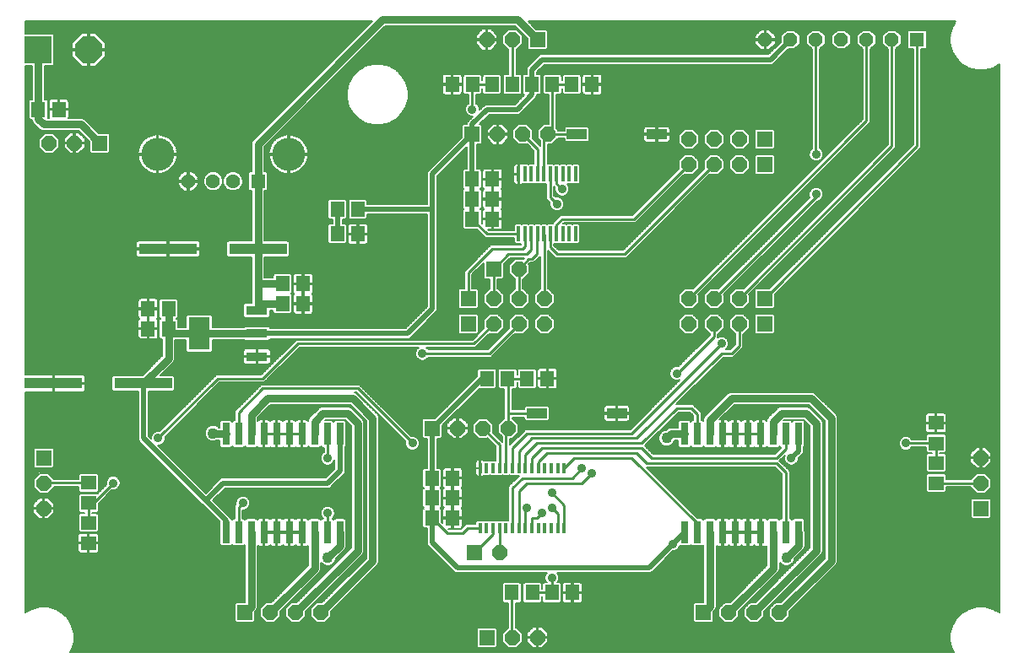
<source format=gtl>
G75*
%MOIN*%
%OFA0B0*%
%FSLAX25Y25*%
%IPPOS*%
%LPD*%
%AMOC8*
5,1,8,0,0,1.08239X$1,22.5*
%
%ADD10R,0.05512X0.05906*%
%ADD11R,0.22835X0.04331*%
%ADD12R,0.05937X0.05937*%
%ADD13OC8,0.05937*%
%ADD14R,0.08465X0.12795*%
%ADD15R,0.08465X0.03740*%
%ADD16R,0.10748X0.10748*%
%ADD17OC8,0.10748*%
%ADD18C,0.13055*%
%ADD19R,0.05622X0.05622*%
%ADD20C,0.05622*%
%ADD21R,0.01378X0.05906*%
%ADD22R,0.01378X0.03937*%
%ADD23R,0.07874X0.03937*%
%ADD24R,0.02953X0.08858*%
%ADD25OC8,0.05543*%
%ADD26R,0.05543X0.05543*%
%ADD27R,0.05906X0.05512*%
%ADD28C,0.03000*%
%ADD29C,0.01000*%
%ADD30C,0.02000*%
%ADD31C,0.03569*%
%ADD32C,0.04356*%
%ADD33C,0.00500*%
D10*
X0168650Y0060305D03*
X0176720Y0060305D03*
X0176720Y0068179D03*
X0168650Y0068179D03*
X0168650Y0076053D03*
X0176720Y0076053D03*
X0190303Y0115423D03*
X0198374Y0115423D03*
X0206051Y0115423D03*
X0214122Y0115423D03*
X0139319Y0172510D03*
X0131248Y0172510D03*
X0131248Y0182352D03*
X0139319Y0182352D03*
X0117665Y0152825D03*
X0109594Y0152825D03*
X0109594Y0144951D03*
X0117665Y0144951D03*
X0064516Y0142982D03*
X0056445Y0142982D03*
X0056445Y0135108D03*
X0064516Y0135108D03*
X0184398Y0178415D03*
X0192469Y0178415D03*
X0192469Y0186289D03*
X0184398Y0186289D03*
X0184398Y0194163D03*
X0192469Y0194163D03*
X0192272Y0231565D03*
X0184594Y0231565D03*
X0176524Y0231565D03*
X0200343Y0231565D03*
X0208020Y0231565D03*
X0216091Y0231565D03*
X0223768Y0231565D03*
X0231839Y0231565D03*
X0021209Y0221722D03*
X0013138Y0221722D03*
X0200146Y0030778D03*
X0208217Y0030778D03*
X0215894Y0030778D03*
X0223965Y0030778D03*
D11*
X0054575Y0113455D03*
X0019142Y0113455D03*
X0064417Y0166604D03*
X0099850Y0166604D03*
D12*
X0037409Y0208415D03*
X0182882Y0146919D03*
X0182882Y0136919D03*
X0192882Y0158730D03*
X0184457Y0211880D03*
X0210244Y0249281D03*
X0299890Y0209911D03*
X0299890Y0199911D03*
X0299890Y0146919D03*
X0299890Y0136919D03*
X0385283Y0064085D03*
X0275795Y0022904D03*
X0190244Y0013061D03*
X0185205Y0046526D03*
X0168709Y0095738D03*
X0094693Y0022904D03*
X0015205Y0084085D03*
D13*
X0015205Y0074085D03*
X0015205Y0064085D03*
X0104693Y0022904D03*
X0114693Y0022904D03*
X0124693Y0022904D03*
X0195205Y0046526D03*
X0200244Y0013061D03*
X0210244Y0013061D03*
X0285795Y0022904D03*
X0295795Y0022904D03*
X0305795Y0022904D03*
X0385283Y0074085D03*
X0385283Y0084085D03*
X0289890Y0136919D03*
X0279890Y0136919D03*
X0269890Y0136919D03*
X0269890Y0146919D03*
X0279890Y0146919D03*
X0289890Y0146919D03*
X0212882Y0146919D03*
X0202882Y0146919D03*
X0192882Y0146919D03*
X0192882Y0136919D03*
X0202882Y0136919D03*
X0212882Y0136919D03*
X0202882Y0158730D03*
X0269890Y0199911D03*
X0279890Y0199911D03*
X0289890Y0199911D03*
X0289890Y0209911D03*
X0279890Y0209911D03*
X0269890Y0209911D03*
X0214457Y0211880D03*
X0204457Y0211880D03*
X0194457Y0211880D03*
X0190244Y0249281D03*
X0200244Y0249281D03*
X0027409Y0208415D03*
X0017409Y0208415D03*
X0178709Y0095738D03*
X0188709Y0095738D03*
X0198709Y0095738D03*
D14*
X0076622Y0133140D03*
D15*
X0099457Y0133140D03*
X0099457Y0142195D03*
X0099457Y0124085D03*
D16*
X0013079Y0245344D03*
D17*
X0033079Y0245344D03*
D18*
X0060205Y0204006D03*
X0111937Y0204006D03*
D19*
X0099850Y0193337D03*
D20*
X0090008Y0193337D03*
X0082134Y0193337D03*
X0072291Y0193337D03*
D21*
X0202774Y0196132D03*
X0205274Y0196132D03*
X0207774Y0196132D03*
X0210274Y0196132D03*
X0212774Y0196132D03*
X0215274Y0196132D03*
X0217774Y0196132D03*
X0220274Y0196132D03*
X0222774Y0196132D03*
X0225274Y0196132D03*
X0225274Y0172510D03*
X0222774Y0172510D03*
X0220274Y0172510D03*
X0217774Y0172510D03*
X0215274Y0172510D03*
X0212774Y0172510D03*
X0210274Y0172510D03*
X0207774Y0172510D03*
X0205274Y0172510D03*
X0202774Y0172510D03*
D22*
X0202902Y0079990D03*
X0205461Y0079990D03*
X0208020Y0079990D03*
X0210579Y0079990D03*
X0213138Y0079990D03*
X0215697Y0079990D03*
X0218256Y0079990D03*
X0220815Y0079990D03*
X0200343Y0079990D03*
X0197783Y0079990D03*
X0195224Y0079990D03*
X0192665Y0079990D03*
X0190106Y0079990D03*
X0187547Y0079990D03*
X0187547Y0056368D03*
X0190106Y0056368D03*
X0192665Y0056368D03*
X0195224Y0056368D03*
X0197783Y0056368D03*
X0200343Y0056368D03*
X0202902Y0056368D03*
X0205461Y0056368D03*
X0208020Y0056368D03*
X0210579Y0056368D03*
X0213138Y0056368D03*
X0215697Y0056368D03*
X0218256Y0056368D03*
X0220815Y0056368D03*
D23*
X0210087Y0101644D03*
X0241583Y0101644D03*
X0257331Y0211880D03*
X0225835Y0211880D03*
D24*
X0268295Y0093514D03*
X0273295Y0093514D03*
X0278295Y0093514D03*
X0283295Y0093514D03*
X0288295Y0093514D03*
X0293295Y0093514D03*
X0298295Y0093514D03*
X0303295Y0093514D03*
X0308295Y0093514D03*
X0313295Y0093514D03*
X0313295Y0054656D03*
X0308295Y0054656D03*
X0303295Y0054656D03*
X0298295Y0054656D03*
X0293295Y0054656D03*
X0288295Y0054656D03*
X0283295Y0054656D03*
X0278295Y0054656D03*
X0273295Y0054656D03*
X0268295Y0054656D03*
X0132193Y0054656D03*
X0127193Y0054656D03*
X0122193Y0054656D03*
X0117193Y0054656D03*
X0112193Y0054656D03*
X0107193Y0054656D03*
X0102193Y0054656D03*
X0097193Y0054656D03*
X0092193Y0054656D03*
X0087193Y0054656D03*
X0087193Y0093514D03*
X0092193Y0093514D03*
X0097193Y0093514D03*
X0102193Y0093514D03*
X0107193Y0093514D03*
X0112193Y0093514D03*
X0117193Y0093514D03*
X0122193Y0093514D03*
X0127193Y0093514D03*
X0132193Y0093514D03*
D25*
X0300165Y0249281D03*
X0310165Y0249281D03*
X0320165Y0249281D03*
X0330165Y0249281D03*
X0340165Y0249281D03*
X0350165Y0249281D03*
D26*
X0360165Y0249281D03*
D27*
X0367567Y0097805D03*
X0367567Y0089734D03*
X0367567Y0082057D03*
X0367567Y0073986D03*
X0032921Y0074183D03*
X0032921Y0066112D03*
X0032921Y0058435D03*
X0032921Y0050364D03*
D28*
X0094693Y0022904D02*
X0097193Y0025404D01*
X0097193Y0054656D01*
X0122193Y0054656D02*
X0122193Y0040404D01*
X0104693Y0022904D01*
X0114693Y0022904D02*
X0139220Y0047431D01*
X0139220Y0097707D01*
X0135283Y0101644D01*
X0125441Y0101644D01*
X0122193Y0098396D01*
X0122193Y0093514D01*
X0137252Y0107549D02*
X0103787Y0107549D01*
X0097193Y0100955D01*
X0097193Y0093514D01*
X0087193Y0093514D02*
X0082390Y0093514D01*
X0082134Y0093770D01*
X0054575Y0113455D02*
X0064516Y0123396D01*
X0064516Y0135108D01*
X0064516Y0142982D01*
X0064516Y0135108D02*
X0066484Y0133140D01*
X0076622Y0133140D01*
X0099457Y0133140D01*
X0099457Y0142195D02*
X0099850Y0142589D01*
X0099850Y0144951D01*
X0109594Y0144951D01*
X0099850Y0144951D02*
X0099850Y0152825D01*
X0109594Y0152825D01*
X0099850Y0152825D02*
X0099850Y0166604D01*
X0099850Y0193337D01*
X0099850Y0207943D01*
X0149063Y0257156D01*
X0202370Y0257156D01*
X0210244Y0249281D01*
X0037409Y0208415D02*
X0030008Y0215817D01*
X0015205Y0215817D01*
X0013138Y0217884D01*
X0013138Y0221722D01*
X0013079Y0221781D01*
X0013079Y0245344D01*
X0137252Y0107549D02*
X0145126Y0099675D01*
X0145126Y0043337D01*
X0124693Y0022904D01*
X0127409Y0044557D02*
X0132193Y0049341D01*
X0132193Y0054656D01*
X0261268Y0091801D02*
X0262980Y0093514D01*
X0268295Y0093514D01*
X0278295Y0093514D02*
X0278295Y0098986D01*
X0286858Y0107549D01*
X0318354Y0107549D01*
X0326228Y0099675D01*
X0326228Y0043337D01*
X0305795Y0022904D01*
X0295795Y0022904D02*
X0320323Y0047431D01*
X0320323Y0097707D01*
X0316386Y0101644D01*
X0306543Y0101644D01*
X0303295Y0098396D01*
X0303295Y0093514D01*
X0303295Y0054656D02*
X0303295Y0040404D01*
X0285795Y0022904D01*
X0278295Y0025404D02*
X0275795Y0022904D01*
X0278295Y0025404D02*
X0278295Y0054656D01*
X0308512Y0044557D02*
X0313295Y0049341D01*
X0313295Y0054656D01*
D29*
X0308295Y0054656D02*
X0308295Y0078238D01*
X0304575Y0081959D01*
X0253394Y0081959D01*
X0249457Y0085896D01*
X0214024Y0085896D01*
X0210579Y0082451D01*
X0210579Y0079990D01*
X0208020Y0079990D02*
X0208020Y0083829D01*
X0212055Y0087864D01*
X0251425Y0087864D01*
X0255362Y0083927D01*
X0304575Y0083927D01*
X0308295Y0087648D01*
X0308295Y0093514D01*
X0273295Y0093514D02*
X0273295Y0101427D01*
X0271110Y0103612D01*
X0265205Y0103612D01*
X0251425Y0089833D01*
X0210087Y0089833D01*
X0205461Y0085207D01*
X0205461Y0079990D01*
X0202902Y0079990D02*
X0202902Y0086585D01*
X0208118Y0091801D01*
X0249457Y0091801D01*
X0282921Y0125266D01*
X0286858Y0125266D01*
X0289890Y0128297D01*
X0289890Y0136919D01*
X0279890Y0136919D02*
X0279890Y0132077D01*
X0265205Y0117392D01*
X0282921Y0129203D02*
X0247488Y0093770D01*
X0206150Y0093770D01*
X0200343Y0087963D01*
X0200343Y0079990D01*
X0197783Y0079990D02*
X0197783Y0094813D01*
X0198709Y0095738D01*
X0198709Y0101644D01*
X0210087Y0101644D01*
X0198709Y0101644D02*
X0198709Y0115089D01*
X0198374Y0115423D01*
X0206051Y0115423D01*
X0191228Y0125266D02*
X0164811Y0125266D01*
X0185165Y0129203D02*
X0115598Y0129203D01*
X0101819Y0115423D01*
X0084102Y0115423D01*
X0060480Y0091801D01*
X0042764Y0074085D02*
X0034890Y0066211D01*
X0034890Y0066112D01*
X0032921Y0066112D01*
X0032921Y0058435D01*
X0032921Y0074183D02*
X0015303Y0074183D01*
X0015205Y0074085D01*
X0092193Y0064459D02*
X0092193Y0054656D01*
X0092193Y0064459D02*
X0093945Y0066211D01*
X0127193Y0062057D02*
X0127193Y0054656D01*
X0127193Y0062057D02*
X0127409Y0062274D01*
X0127409Y0083927D02*
X0127409Y0093297D01*
X0127193Y0093514D01*
X0139220Y0111486D02*
X0101819Y0111486D01*
X0092193Y0101860D01*
X0092193Y0093514D01*
X0139220Y0111486D02*
X0160874Y0089833D01*
X0188709Y0095738D02*
X0195224Y0089222D01*
X0195224Y0079990D01*
X0200343Y0072215D02*
X0204181Y0076053D01*
X0223866Y0076053D01*
X0227803Y0079990D01*
X0231740Y0078022D02*
X0227803Y0074085D01*
X0206150Y0074085D01*
X0202902Y0070837D01*
X0202902Y0056368D01*
X0205461Y0056368D02*
X0205461Y0063553D01*
X0206150Y0064242D01*
X0208118Y0060305D02*
X0210087Y0060305D01*
X0212055Y0062274D01*
X0215992Y0064242D02*
X0218256Y0061978D01*
X0218256Y0056368D01*
X0220815Y0056368D02*
X0220815Y0065325D01*
X0215992Y0070148D01*
X0220815Y0079990D02*
X0224752Y0083927D01*
X0247488Y0083927D01*
X0273295Y0058120D01*
X0273295Y0054656D01*
X0215992Y0036683D02*
X0215992Y0030876D01*
X0215894Y0030778D01*
X0216694Y0031192D01*
X0215894Y0030778D02*
X0208217Y0030778D01*
X0200146Y0030778D02*
X0200146Y0013159D01*
X0200244Y0013061D01*
X0195205Y0046526D02*
X0195224Y0046545D01*
X0195224Y0056368D01*
X0192665Y0056368D02*
X0192665Y0053986D01*
X0185205Y0046526D01*
X0180559Y0054400D02*
X0174555Y0054400D01*
X0168650Y0060305D01*
X0180559Y0054400D02*
X0182528Y0056368D01*
X0187547Y0056368D01*
X0200343Y0056368D02*
X0200343Y0072215D01*
X0208118Y0060305D02*
X0208020Y0060207D01*
X0208020Y0056368D01*
X0191228Y0125266D02*
X0202882Y0136919D01*
X0192882Y0136919D02*
X0185165Y0129203D01*
X0182882Y0146919D02*
X0182882Y0157116D01*
X0192370Y0166604D01*
X0204181Y0166604D01*
X0205274Y0167697D01*
X0205274Y0172510D01*
X0207774Y0172510D02*
X0207774Y0166260D01*
X0206150Y0164636D01*
X0198787Y0164636D01*
X0192882Y0158730D01*
X0192882Y0146919D01*
X0202882Y0146919D02*
X0202882Y0158730D01*
X0206819Y0162667D01*
X0208118Y0162667D01*
X0210087Y0164636D01*
X0210087Y0172323D01*
X0210274Y0172510D01*
X0212774Y0172510D02*
X0212882Y0172402D01*
X0212882Y0146919D01*
X0217961Y0164636D02*
X0244614Y0164636D01*
X0279890Y0199911D01*
X0269890Y0199911D02*
X0248394Y0178415D01*
X0219929Y0178415D01*
X0217774Y0176260D01*
X0217774Y0172510D01*
X0215274Y0172510D02*
X0215274Y0167323D01*
X0217961Y0164636D01*
X0202774Y0172510D02*
X0190303Y0172510D01*
X0184398Y0178415D01*
X0210274Y0196132D02*
X0210274Y0206063D01*
X0204457Y0211880D01*
X0212774Y0210197D02*
X0214457Y0211880D01*
X0216091Y0213514D01*
X0216091Y0231565D01*
X0223768Y0231565D01*
X0200343Y0231565D02*
X0200343Y0249183D01*
X0200244Y0249281D01*
X0192272Y0231565D02*
X0184594Y0231565D01*
X0184496Y0231467D01*
X0184496Y0221722D01*
X0184457Y0211880D02*
X0184398Y0211821D01*
X0212774Y0210197D02*
X0212774Y0196132D01*
X0215274Y0196132D02*
X0215274Y0187008D01*
X0217961Y0184321D01*
X0219929Y0190226D02*
X0217774Y0192382D01*
X0217774Y0196132D01*
X0214457Y0211880D02*
X0225835Y0211880D01*
X0269890Y0146919D02*
X0340165Y0217195D01*
X0340165Y0249281D01*
X0350165Y0249281D02*
X0350165Y0207195D01*
X0289890Y0146919D01*
X0279890Y0146919D02*
X0320323Y0187352D01*
X0320323Y0188258D01*
X0320323Y0204006D02*
X0320165Y0204163D01*
X0320165Y0249281D01*
X0360165Y0249281D02*
X0360165Y0207195D01*
X0299890Y0146919D01*
X0355756Y0089833D02*
X0367469Y0089833D01*
X0367567Y0089734D01*
X0367567Y0082057D01*
X0367665Y0074085D02*
X0367567Y0073986D01*
X0367665Y0074085D02*
X0385283Y0074085D01*
D30*
X0313295Y0086742D02*
X0310480Y0083927D01*
X0313295Y0086742D02*
X0313295Y0093514D01*
X0268295Y0054656D02*
X0263669Y0050030D01*
X0254260Y0040620D01*
X0178591Y0040620D01*
X0168650Y0050561D01*
X0168650Y0060305D01*
X0168650Y0068179D01*
X0168650Y0076053D01*
X0168650Y0095679D01*
X0168709Y0095738D01*
X0188394Y0115423D01*
X0190303Y0115423D01*
X0168748Y0142982D02*
X0158906Y0133140D01*
X0099457Y0133140D01*
X0054575Y0113455D02*
X0054575Y0091801D01*
X0079181Y0067195D01*
X0086071Y0074085D01*
X0127409Y0074085D01*
X0132193Y0078868D01*
X0132193Y0093514D01*
X0087193Y0059183D02*
X0079181Y0067195D01*
X0087193Y0059183D02*
X0087193Y0054656D01*
X0168748Y0142982D02*
X0168748Y0182352D01*
X0139319Y0182352D01*
X0131248Y0182352D02*
X0131248Y0172510D01*
X0168748Y0182352D02*
X0168748Y0196171D01*
X0184457Y0211880D01*
X0184457Y0194222D01*
X0184398Y0194163D01*
X0184398Y0186289D01*
X0184398Y0178415D01*
X0184457Y0211880D02*
X0184457Y0215778D01*
X0190402Y0221722D01*
X0202213Y0221722D01*
X0208118Y0227628D01*
X0208118Y0231467D01*
X0208020Y0231565D01*
X0208020Y0237372D01*
X0212055Y0241407D01*
X0302291Y0241407D01*
X0310165Y0249281D01*
D31*
X0320323Y0204006D03*
X0320323Y0188258D03*
X0282921Y0129203D03*
X0265205Y0117392D03*
X0310480Y0083927D03*
X0355756Y0089833D03*
X0263669Y0050030D03*
X0231740Y0078022D03*
X0227803Y0079990D03*
X0215992Y0070148D03*
X0215992Y0064242D03*
X0212055Y0062274D03*
X0206150Y0064242D03*
X0215992Y0036683D03*
X0160874Y0089833D03*
X0127409Y0083927D03*
X0127409Y0062274D03*
X0093945Y0066211D03*
X0060480Y0091801D03*
X0042764Y0074085D03*
X0164811Y0125266D03*
X0217961Y0184321D03*
X0219929Y0190226D03*
X0184496Y0221722D03*
D32*
X0082134Y0093770D03*
X0127409Y0044557D03*
X0261268Y0091801D03*
X0308512Y0044557D03*
D33*
X0026502Y0008381D02*
X0025795Y0007155D01*
X0374693Y0007156D01*
X0373986Y0008381D01*
X0373159Y0011465D01*
X0373159Y0014657D01*
X0373986Y0017741D01*
X0375582Y0020505D01*
X0377839Y0022763D01*
X0380604Y0024359D01*
X0383687Y0025185D01*
X0386880Y0025185D01*
X0389963Y0024359D01*
X0392594Y0022840D01*
X0392594Y0239503D01*
X0389963Y0237984D01*
X0386880Y0237157D01*
X0383687Y0237157D01*
X0380604Y0237984D01*
X0377839Y0239580D01*
X0375582Y0241837D01*
X0373986Y0244602D01*
X0373159Y0247685D01*
X0373159Y0250878D01*
X0373986Y0253961D01*
X0375505Y0256593D01*
X0206539Y0256593D01*
X0209832Y0253300D01*
X0213648Y0253300D01*
X0214263Y0252685D01*
X0214263Y0245878D01*
X0213648Y0245263D01*
X0206841Y0245263D01*
X0206226Y0245878D01*
X0206226Y0249694D01*
X0201314Y0254606D01*
X0150119Y0254606D01*
X0102400Y0206887D01*
X0102400Y0197198D01*
X0103096Y0197198D01*
X0103711Y0196583D01*
X0103711Y0190091D01*
X0103096Y0189476D01*
X0102400Y0189476D01*
X0102400Y0169820D01*
X0111703Y0169820D01*
X0112318Y0169205D01*
X0112318Y0164004D01*
X0111703Y0163389D01*
X0102400Y0163389D01*
X0102400Y0155375D01*
X0105789Y0155375D01*
X0105789Y0156212D01*
X0106404Y0156828D01*
X0112785Y0156828D01*
X0113400Y0156212D01*
X0113400Y0149437D01*
X0112851Y0148888D01*
X0113400Y0148338D01*
X0113400Y0141563D01*
X0112785Y0140948D01*
X0106404Y0140948D01*
X0105789Y0141563D01*
X0105789Y0142401D01*
X0104739Y0142401D01*
X0104739Y0139890D01*
X0104124Y0139275D01*
X0094789Y0139275D01*
X0094174Y0139890D01*
X0094174Y0144500D01*
X0094789Y0145115D01*
X0097300Y0145115D01*
X0097300Y0163389D01*
X0087998Y0163389D01*
X0087383Y0164004D01*
X0087383Y0169205D01*
X0087998Y0169820D01*
X0097300Y0169820D01*
X0097300Y0189476D01*
X0096604Y0189476D01*
X0095989Y0190091D01*
X0095989Y0196583D01*
X0096604Y0197198D01*
X0097300Y0197198D01*
X0097300Y0208450D01*
X0097689Y0209387D01*
X0098406Y0210105D01*
X0144894Y0256593D01*
X0007894Y0256593D01*
X0007894Y0251768D01*
X0018888Y0251768D01*
X0019503Y0251153D01*
X0019503Y0239536D01*
X0018888Y0238920D01*
X0015629Y0238920D01*
X0015629Y0225725D01*
X0016329Y0225725D01*
X0016944Y0225110D01*
X0016944Y0218367D01*
X0017267Y0218367D01*
X0017203Y0218605D01*
X0017203Y0221472D01*
X0020959Y0221472D01*
X0020959Y0221972D01*
X0017203Y0221972D01*
X0017203Y0224840D01*
X0017288Y0225158D01*
X0017453Y0225443D01*
X0017685Y0225675D01*
X0017970Y0225840D01*
X0018288Y0225925D01*
X0020959Y0225925D01*
X0020959Y0221972D01*
X0021459Y0221972D01*
X0025215Y0221972D01*
X0025215Y0224840D01*
X0025129Y0225158D01*
X0024965Y0225443D01*
X0024732Y0225675D01*
X0024447Y0225840D01*
X0024129Y0225925D01*
X0021459Y0225925D01*
X0021459Y0221972D01*
X0021459Y0221472D01*
X0025215Y0221472D01*
X0025215Y0218605D01*
X0025151Y0218367D01*
X0030515Y0218367D01*
X0031452Y0217979D01*
X0036997Y0212434D01*
X0040813Y0212434D01*
X0041428Y0211819D01*
X0041428Y0205012D01*
X0040813Y0204397D01*
X0034006Y0204397D01*
X0033391Y0205012D01*
X0033391Y0208828D01*
X0028952Y0213267D01*
X0014697Y0213267D01*
X0013760Y0213655D01*
X0013043Y0214372D01*
X0010976Y0216439D01*
X0010588Y0217377D01*
X0010588Y0217720D01*
X0009947Y0217720D01*
X0009332Y0218335D01*
X0009332Y0225110D01*
X0009947Y0225725D01*
X0010529Y0225725D01*
X0010529Y0238920D01*
X0007894Y0238920D01*
X0007894Y0116870D01*
X0018892Y0116870D01*
X0018892Y0113705D01*
X0019392Y0113705D01*
X0019392Y0116870D01*
X0030724Y0116870D01*
X0031042Y0116785D01*
X0031327Y0116620D01*
X0031559Y0116388D01*
X0031724Y0116103D01*
X0031809Y0115785D01*
X0031809Y0113705D01*
X0019392Y0113705D01*
X0019392Y0113205D01*
X0031809Y0113205D01*
X0031809Y0111125D01*
X0031724Y0110807D01*
X0031559Y0110522D01*
X0031327Y0110289D01*
X0031042Y0110125D01*
X0030724Y0110039D01*
X0019392Y0110039D01*
X0019392Y0113205D01*
X0018892Y0113205D01*
X0018892Y0110039D01*
X0007894Y0110039D01*
X0007894Y0022840D01*
X0010525Y0024359D01*
X0013609Y0025185D01*
X0016801Y0025185D01*
X0019884Y0024359D01*
X0022649Y0022763D01*
X0024906Y0020505D01*
X0026502Y0017741D01*
X0027329Y0014657D01*
X0027329Y0011465D01*
X0026502Y0008381D01*
X0026415Y0008229D02*
X0374074Y0008229D01*
X0373893Y0008728D02*
X0026595Y0008728D01*
X0026729Y0009226D02*
X0186657Y0009226D01*
X0186841Y0009043D02*
X0193648Y0009043D01*
X0194263Y0009658D01*
X0194263Y0016464D01*
X0193648Y0017080D01*
X0186841Y0017080D01*
X0186226Y0016464D01*
X0186226Y0009658D01*
X0186841Y0009043D01*
X0186226Y0009725D02*
X0026862Y0009725D01*
X0026996Y0010223D02*
X0186226Y0010223D01*
X0186226Y0010722D02*
X0027130Y0010722D01*
X0027263Y0011220D02*
X0186226Y0011220D01*
X0186226Y0011719D02*
X0027329Y0011719D01*
X0027329Y0012217D02*
X0186226Y0012217D01*
X0186226Y0012716D02*
X0027329Y0012716D01*
X0027329Y0013214D02*
X0186226Y0013214D01*
X0186226Y0013713D02*
X0027329Y0013713D01*
X0027329Y0014211D02*
X0186226Y0014211D01*
X0186226Y0014710D02*
X0027315Y0014710D01*
X0027181Y0015208D02*
X0186226Y0015208D01*
X0186226Y0015707D02*
X0027047Y0015707D01*
X0026914Y0016205D02*
X0186226Y0016205D01*
X0186465Y0016704D02*
X0026780Y0016704D01*
X0026647Y0017202D02*
X0198596Y0017202D01*
X0198596Y0017080D02*
X0198580Y0017080D01*
X0196226Y0014726D01*
X0196226Y0011397D01*
X0198580Y0009043D01*
X0201909Y0009043D01*
X0204263Y0011397D01*
X0204263Y0014726D01*
X0201909Y0017080D01*
X0201696Y0017080D01*
X0201696Y0026775D01*
X0203336Y0026775D01*
X0203952Y0027390D01*
X0203952Y0034165D01*
X0203336Y0034780D01*
X0196955Y0034780D01*
X0196340Y0034165D01*
X0196340Y0027390D01*
X0196955Y0026775D01*
X0198596Y0026775D01*
X0198596Y0017080D01*
X0198204Y0016704D02*
X0194023Y0016704D01*
X0194263Y0016205D02*
X0197705Y0016205D01*
X0197207Y0015707D02*
X0194263Y0015707D01*
X0194263Y0015208D02*
X0196708Y0015208D01*
X0196226Y0014710D02*
X0194263Y0014710D01*
X0194263Y0014211D02*
X0196226Y0014211D01*
X0196226Y0013713D02*
X0194263Y0013713D01*
X0194263Y0013214D02*
X0196226Y0013214D01*
X0196226Y0012716D02*
X0194263Y0012716D01*
X0194263Y0012217D02*
X0196226Y0012217D01*
X0196226Y0011719D02*
X0194263Y0011719D01*
X0194263Y0011220D02*
X0196402Y0011220D01*
X0196900Y0010722D02*
X0194263Y0010722D01*
X0194263Y0010223D02*
X0197399Y0010223D01*
X0197897Y0009725D02*
X0194263Y0009725D01*
X0193831Y0009226D02*
X0198396Y0009226D01*
X0202092Y0009226D02*
X0208113Y0009226D01*
X0208497Y0008843D02*
X0209994Y0008843D01*
X0209994Y0012811D01*
X0206026Y0012811D01*
X0206026Y0011314D01*
X0208497Y0008843D01*
X0207615Y0009725D02*
X0202591Y0009725D01*
X0203089Y0010223D02*
X0207116Y0010223D01*
X0206618Y0010722D02*
X0203588Y0010722D01*
X0204086Y0011220D02*
X0206119Y0011220D01*
X0206026Y0011719D02*
X0204263Y0011719D01*
X0204263Y0012217D02*
X0206026Y0012217D01*
X0206026Y0012716D02*
X0204263Y0012716D01*
X0204263Y0013214D02*
X0209994Y0013214D01*
X0209994Y0013311D02*
X0209994Y0012811D01*
X0210494Y0012811D01*
X0210494Y0008843D01*
X0211991Y0008843D01*
X0214463Y0011314D01*
X0214463Y0012811D01*
X0210494Y0012811D01*
X0210494Y0013311D01*
X0209994Y0013311D01*
X0206026Y0013311D01*
X0206026Y0014808D01*
X0208497Y0017280D01*
X0209994Y0017280D01*
X0209994Y0013311D01*
X0209994Y0013713D02*
X0210494Y0013713D01*
X0210494Y0013311D02*
X0210494Y0017280D01*
X0211991Y0017280D01*
X0214463Y0014808D01*
X0214463Y0013311D01*
X0210494Y0013311D01*
X0210494Y0013214D02*
X0373159Y0013214D01*
X0373159Y0012716D02*
X0214463Y0012716D01*
X0214463Y0012217D02*
X0373159Y0012217D01*
X0373159Y0011719D02*
X0214463Y0011719D01*
X0214369Y0011220D02*
X0373225Y0011220D01*
X0373359Y0010722D02*
X0213871Y0010722D01*
X0213372Y0010223D02*
X0373492Y0010223D01*
X0373626Y0009725D02*
X0212874Y0009725D01*
X0212375Y0009226D02*
X0373759Y0009226D01*
X0374361Y0007731D02*
X0026127Y0007731D01*
X0025839Y0007232D02*
X0374649Y0007232D01*
X0373159Y0013713D02*
X0214463Y0013713D01*
X0214463Y0014211D02*
X0373159Y0014211D01*
X0373174Y0014710D02*
X0214463Y0014710D01*
X0214063Y0015208D02*
X0373307Y0015208D01*
X0373441Y0015707D02*
X0213564Y0015707D01*
X0213066Y0016205D02*
X0373574Y0016205D01*
X0373708Y0016704D02*
X0212567Y0016704D01*
X0212069Y0017202D02*
X0373841Y0017202D01*
X0373975Y0017701D02*
X0201696Y0017701D01*
X0201696Y0018199D02*
X0374251Y0018199D01*
X0374538Y0018698D02*
X0201696Y0018698D01*
X0201696Y0019196D02*
X0272080Y0019196D01*
X0271777Y0019500D02*
X0272392Y0018885D01*
X0279199Y0018885D01*
X0279814Y0019500D01*
X0279814Y0023316D01*
X0280457Y0023959D01*
X0280845Y0024896D01*
X0280845Y0049432D01*
X0281051Y0049226D01*
X0281336Y0049062D01*
X0281654Y0048976D01*
X0283045Y0048976D01*
X0283045Y0054405D01*
X0283545Y0054405D01*
X0283545Y0048976D01*
X0284936Y0048976D01*
X0285254Y0049062D01*
X0285539Y0049226D01*
X0285772Y0049459D01*
X0285795Y0049499D01*
X0285819Y0049459D01*
X0286051Y0049226D01*
X0286336Y0049062D01*
X0286654Y0048976D01*
X0288045Y0048976D01*
X0288045Y0054405D01*
X0288545Y0054405D01*
X0288545Y0048976D01*
X0289936Y0048976D01*
X0290254Y0049062D01*
X0290539Y0049226D01*
X0290772Y0049459D01*
X0290795Y0049499D01*
X0290819Y0049459D01*
X0291051Y0049226D01*
X0291336Y0049062D01*
X0291654Y0048976D01*
X0293045Y0048976D01*
X0293045Y0054405D01*
X0293545Y0054405D01*
X0293545Y0048976D01*
X0294936Y0048976D01*
X0295254Y0049062D01*
X0295539Y0049226D01*
X0295772Y0049459D01*
X0295795Y0049499D01*
X0295819Y0049459D01*
X0296051Y0049226D01*
X0296336Y0049062D01*
X0296654Y0048976D01*
X0298045Y0048976D01*
X0298045Y0054405D01*
X0298545Y0054405D01*
X0298545Y0048976D01*
X0299936Y0048976D01*
X0300254Y0049062D01*
X0300539Y0049226D01*
X0300745Y0049432D01*
X0300745Y0041460D01*
X0286208Y0026922D01*
X0284131Y0026922D01*
X0281777Y0024568D01*
X0281777Y0021239D01*
X0284131Y0018885D01*
X0287460Y0018885D01*
X0289814Y0021239D01*
X0289814Y0023316D01*
X0305457Y0038959D01*
X0305845Y0039896D01*
X0305845Y0042659D01*
X0306683Y0041821D01*
X0307870Y0041329D01*
X0309154Y0041329D01*
X0310340Y0041821D01*
X0311248Y0042729D01*
X0311740Y0043915D01*
X0311740Y0044179D01*
X0315457Y0047896D01*
X0315845Y0048833D01*
X0315845Y0055163D01*
X0315822Y0055220D01*
X0315822Y0059520D01*
X0315207Y0060135D01*
X0311384Y0060135D01*
X0310795Y0059546D01*
X0310207Y0060135D01*
X0309845Y0060135D01*
X0309845Y0078880D01*
X0308937Y0079788D01*
X0305783Y0082943D01*
X0307869Y0085029D01*
X0307646Y0084491D01*
X0307646Y0083363D01*
X0308078Y0082322D01*
X0308875Y0081524D01*
X0309917Y0081093D01*
X0311044Y0081093D01*
X0312086Y0081524D01*
X0312883Y0082322D01*
X0313315Y0083363D01*
X0313315Y0083862D01*
X0315345Y0085893D01*
X0315345Y0088173D01*
X0315822Y0088650D01*
X0315822Y0098378D01*
X0315207Y0098993D01*
X0311384Y0098993D01*
X0310795Y0098404D01*
X0310207Y0098993D01*
X0307499Y0098993D01*
X0307600Y0099094D01*
X0315330Y0099094D01*
X0317773Y0096650D01*
X0317773Y0048487D01*
X0296208Y0026922D01*
X0294131Y0026922D01*
X0291777Y0024568D01*
X0291777Y0021239D01*
X0294131Y0018885D01*
X0297460Y0018885D01*
X0299814Y0021239D01*
X0299814Y0023316D01*
X0321767Y0045269D01*
X0322485Y0045987D01*
X0322873Y0046924D01*
X0322873Y0098214D01*
X0322485Y0099151D01*
X0317830Y0103805D01*
X0316893Y0104194D01*
X0306036Y0104194D01*
X0305099Y0103805D01*
X0304382Y0103088D01*
X0301133Y0099840D01*
X0300745Y0098903D01*
X0300745Y0098737D01*
X0300539Y0098943D01*
X0300254Y0099108D01*
X0299936Y0099193D01*
X0298545Y0099193D01*
X0298545Y0093764D01*
X0298045Y0093764D01*
X0298045Y0099193D01*
X0296654Y0099193D01*
X0296336Y0099108D01*
X0296051Y0098943D01*
X0295819Y0098710D01*
X0295795Y0098670D01*
X0295772Y0098710D01*
X0295539Y0098943D01*
X0295254Y0099108D01*
X0294936Y0099193D01*
X0293545Y0099193D01*
X0293545Y0093764D01*
X0293045Y0093764D01*
X0293045Y0099193D01*
X0291654Y0099193D01*
X0291336Y0099108D01*
X0291051Y0098943D01*
X0290819Y0098710D01*
X0290795Y0098670D01*
X0290772Y0098710D01*
X0290539Y0098943D01*
X0290254Y0099108D01*
X0289936Y0099193D01*
X0288545Y0099193D01*
X0288545Y0093764D01*
X0288045Y0093764D01*
X0288045Y0099193D01*
X0286654Y0099193D01*
X0286336Y0099108D01*
X0286051Y0098943D01*
X0285819Y0098710D01*
X0285795Y0098670D01*
X0285772Y0098710D01*
X0285539Y0098943D01*
X0285254Y0099108D01*
X0284936Y0099193D01*
X0283545Y0099193D01*
X0283545Y0093764D01*
X0283045Y0093764D01*
X0283045Y0099193D01*
X0282108Y0099193D01*
X0287915Y0104999D01*
X0317298Y0104999D01*
X0323678Y0098619D01*
X0323678Y0044393D01*
X0306208Y0026922D01*
X0304131Y0026922D01*
X0301777Y0024568D01*
X0301777Y0021239D01*
X0304131Y0018885D01*
X0307460Y0018885D01*
X0309814Y0021239D01*
X0309814Y0023316D01*
X0328390Y0041892D01*
X0328778Y0042829D01*
X0328778Y0100182D01*
X0328390Y0101120D01*
X0327673Y0101837D01*
X0319799Y0109711D01*
X0318862Y0110099D01*
X0286351Y0110099D01*
X0285414Y0109711D01*
X0284696Y0108994D01*
X0276133Y0100431D01*
X0275745Y0099493D01*
X0275745Y0098454D01*
X0275207Y0098993D01*
X0274845Y0098993D01*
X0274845Y0102069D01*
X0273937Y0102977D01*
X0271752Y0105162D01*
X0265010Y0105162D01*
X0283563Y0123716D01*
X0287500Y0123716D01*
X0291440Y0127655D01*
X0291440Y0132901D01*
X0291554Y0132901D01*
X0293908Y0135255D01*
X0293908Y0138584D01*
X0291554Y0140938D01*
X0288225Y0140938D01*
X0285871Y0138584D01*
X0285871Y0135255D01*
X0288225Y0132901D01*
X0288340Y0132901D01*
X0288340Y0128939D01*
X0286216Y0126816D01*
X0284542Y0126816D01*
X0285324Y0127597D01*
X0285755Y0128639D01*
X0285755Y0129767D01*
X0285324Y0130808D01*
X0284527Y0131606D01*
X0283485Y0132037D01*
X0282357Y0132037D01*
X0281440Y0131657D01*
X0281440Y0132901D01*
X0281554Y0132901D01*
X0283908Y0135255D01*
X0283908Y0138584D01*
X0281554Y0140938D01*
X0278225Y0140938D01*
X0275871Y0138584D01*
X0275871Y0135255D01*
X0278225Y0132901D01*
X0278340Y0132901D01*
X0278340Y0132719D01*
X0265824Y0120203D01*
X0265768Y0120226D01*
X0264641Y0120226D01*
X0263599Y0119794D01*
X0262802Y0118997D01*
X0262370Y0117955D01*
X0262370Y0116828D01*
X0262802Y0115786D01*
X0263599Y0114989D01*
X0264641Y0114557D01*
X0265768Y0114557D01*
X0266307Y0114781D01*
X0246846Y0095320D01*
X0205508Y0095320D01*
X0204600Y0094412D01*
X0199700Y0089513D01*
X0199333Y0089146D01*
X0199333Y0091720D01*
X0200373Y0091720D01*
X0202727Y0094074D01*
X0202727Y0097403D01*
X0200373Y0099757D01*
X0200259Y0099757D01*
X0200259Y0100094D01*
X0205100Y0100094D01*
X0205100Y0099240D01*
X0205715Y0098625D01*
X0214459Y0098625D01*
X0215074Y0099240D01*
X0215074Y0104047D01*
X0214459Y0104662D01*
X0205715Y0104662D01*
X0205100Y0104047D01*
X0205100Y0103194D01*
X0200259Y0103194D01*
X0200259Y0111420D01*
X0201565Y0111420D01*
X0202180Y0112036D01*
X0202180Y0113873D01*
X0202245Y0113873D01*
X0202245Y0112036D01*
X0202860Y0111420D01*
X0209242Y0111420D01*
X0209857Y0112036D01*
X0209857Y0118811D01*
X0209242Y0119426D01*
X0202860Y0119426D01*
X0202245Y0118811D01*
X0202245Y0116973D01*
X0202180Y0116973D01*
X0202180Y0118811D01*
X0201565Y0119426D01*
X0195183Y0119426D01*
X0194568Y0118811D01*
X0194568Y0112036D01*
X0195183Y0111420D01*
X0197159Y0111420D01*
X0197159Y0099757D01*
X0197044Y0099757D01*
X0194690Y0097403D01*
X0194690Y0094074D01*
X0196233Y0092530D01*
X0196233Y0090405D01*
X0192646Y0093993D01*
X0192727Y0094074D01*
X0192727Y0097403D01*
X0190373Y0099757D01*
X0187044Y0099757D01*
X0184690Y0097403D01*
X0184690Y0094074D01*
X0187044Y0091720D01*
X0190373Y0091720D01*
X0190454Y0091801D01*
X0193674Y0088580D01*
X0193674Y0083009D01*
X0191541Y0083009D01*
X0191386Y0082853D01*
X0191230Y0083009D01*
X0188982Y0083009D01*
X0188959Y0082985D01*
X0188719Y0083123D01*
X0188401Y0083209D01*
X0187642Y0083209D01*
X0187642Y0080085D01*
X0187453Y0080085D01*
X0187453Y0083209D01*
X0186694Y0083209D01*
X0186376Y0083123D01*
X0186091Y0082959D01*
X0185858Y0082726D01*
X0185693Y0082441D01*
X0185608Y0082123D01*
X0185608Y0080085D01*
X0187453Y0080085D01*
X0187453Y0079896D01*
X0185608Y0079896D01*
X0185608Y0077857D01*
X0185693Y0077539D01*
X0185858Y0077254D01*
X0186091Y0077021D01*
X0186376Y0076857D01*
X0186694Y0076772D01*
X0187453Y0076772D01*
X0187453Y0079896D01*
X0187642Y0079896D01*
X0187642Y0076772D01*
X0188401Y0076772D01*
X0188719Y0076857D01*
X0188959Y0076995D01*
X0188982Y0076972D01*
X0191230Y0076972D01*
X0191386Y0077127D01*
X0191541Y0076972D01*
X0193789Y0076972D01*
X0193945Y0077127D01*
X0194101Y0076972D01*
X0196348Y0076972D01*
X0196504Y0077127D01*
X0196660Y0076972D01*
X0198907Y0076972D01*
X0199063Y0077127D01*
X0199219Y0076972D01*
X0201466Y0076972D01*
X0201622Y0077127D01*
X0201778Y0076972D01*
X0202908Y0076972D01*
X0202631Y0076695D01*
X0198793Y0072857D01*
X0198793Y0059387D01*
X0196660Y0059387D01*
X0196504Y0059231D01*
X0196348Y0059387D01*
X0194101Y0059387D01*
X0193945Y0059231D01*
X0193789Y0059387D01*
X0191541Y0059387D01*
X0191386Y0059231D01*
X0191230Y0059387D01*
X0188982Y0059387D01*
X0188827Y0059231D01*
X0188671Y0059387D01*
X0186423Y0059387D01*
X0185808Y0058772D01*
X0185808Y0057918D01*
X0181886Y0057918D01*
X0179917Y0055950D01*
X0175197Y0055950D01*
X0175044Y0056102D01*
X0176470Y0056102D01*
X0176470Y0060055D01*
X0172715Y0060055D01*
X0172715Y0058432D01*
X0172455Y0058691D01*
X0172455Y0063693D01*
X0171906Y0064242D01*
X0172455Y0064791D01*
X0172455Y0071567D01*
X0171906Y0072116D01*
X0172455Y0072665D01*
X0172455Y0079441D01*
X0171840Y0080056D01*
X0170700Y0080056D01*
X0170700Y0091720D01*
X0172112Y0091720D01*
X0172727Y0092335D01*
X0172727Y0096858D01*
X0187290Y0111420D01*
X0193494Y0111420D01*
X0194109Y0112036D01*
X0194109Y0118811D01*
X0193494Y0119426D01*
X0187112Y0119426D01*
X0186497Y0118811D01*
X0186497Y0116426D01*
X0186344Y0116272D01*
X0169828Y0099757D01*
X0165305Y0099757D01*
X0164690Y0099142D01*
X0164690Y0092335D01*
X0165305Y0091720D01*
X0166600Y0091720D01*
X0166600Y0080056D01*
X0165459Y0080056D01*
X0164844Y0079441D01*
X0164844Y0072665D01*
X0165393Y0072116D01*
X0164844Y0071567D01*
X0164844Y0064791D01*
X0165393Y0064242D01*
X0164844Y0063693D01*
X0164844Y0056917D01*
X0165459Y0056302D01*
X0166600Y0056302D01*
X0166600Y0049712D01*
X0167800Y0048511D01*
X0177741Y0038570D01*
X0213871Y0038570D01*
X0213589Y0038289D01*
X0213158Y0037247D01*
X0213158Y0036119D01*
X0213589Y0035078D01*
X0213887Y0034780D01*
X0212703Y0034780D01*
X0212088Y0034165D01*
X0212088Y0032328D01*
X0212022Y0032328D01*
X0212022Y0034165D01*
X0211407Y0034780D01*
X0205026Y0034780D01*
X0204411Y0034165D01*
X0204411Y0027390D01*
X0205026Y0026775D01*
X0211407Y0026775D01*
X0212022Y0027390D01*
X0212022Y0029228D01*
X0212088Y0029228D01*
X0212088Y0027390D01*
X0212703Y0026775D01*
X0219085Y0026775D01*
X0219700Y0027390D01*
X0219700Y0034165D01*
X0219085Y0034780D01*
X0218098Y0034780D01*
X0218395Y0035078D01*
X0218826Y0036119D01*
X0218826Y0037247D01*
X0218395Y0038289D01*
X0218113Y0038570D01*
X0255109Y0038570D01*
X0256310Y0039771D01*
X0263734Y0047195D01*
X0264233Y0047195D01*
X0265275Y0047627D01*
X0266072Y0048424D01*
X0266384Y0049177D01*
X0266384Y0049176D01*
X0270207Y0049176D01*
X0270795Y0049765D01*
X0271384Y0049176D01*
X0275207Y0049176D01*
X0275745Y0049715D01*
X0275745Y0026922D01*
X0272392Y0026922D01*
X0271777Y0026307D01*
X0271777Y0019500D01*
X0271777Y0019695D02*
X0201696Y0019695D01*
X0201696Y0020193D02*
X0271777Y0020193D01*
X0271777Y0020692D02*
X0201696Y0020692D01*
X0201696Y0021190D02*
X0271777Y0021190D01*
X0271777Y0021689D02*
X0201696Y0021689D01*
X0201696Y0022187D02*
X0271777Y0022187D01*
X0271777Y0022686D02*
X0201696Y0022686D01*
X0201696Y0023184D02*
X0271777Y0023184D01*
X0271777Y0023683D02*
X0201696Y0023683D01*
X0201696Y0024182D02*
X0271777Y0024182D01*
X0271777Y0024680D02*
X0201696Y0024680D01*
X0201696Y0025179D02*
X0271777Y0025179D01*
X0271777Y0025677D02*
X0201696Y0025677D01*
X0201696Y0026176D02*
X0271777Y0026176D01*
X0272144Y0026674D02*
X0227227Y0026674D01*
X0227203Y0026660D02*
X0227488Y0026825D01*
X0227721Y0027057D01*
X0227885Y0027342D01*
X0227970Y0027660D01*
X0227970Y0030528D01*
X0224215Y0030528D01*
X0224215Y0031028D01*
X0227970Y0031028D01*
X0227970Y0033895D01*
X0227885Y0034213D01*
X0227721Y0034498D01*
X0227488Y0034731D01*
X0227203Y0034895D01*
X0226885Y0034980D01*
X0224215Y0034980D01*
X0224215Y0031028D01*
X0223715Y0031028D01*
X0223715Y0034980D01*
X0221044Y0034980D01*
X0220726Y0034895D01*
X0220441Y0034731D01*
X0220208Y0034498D01*
X0220044Y0034213D01*
X0219959Y0033895D01*
X0219959Y0031028D01*
X0223715Y0031028D01*
X0223715Y0030528D01*
X0224215Y0030528D01*
X0224215Y0026575D01*
X0226885Y0026575D01*
X0227203Y0026660D01*
X0227787Y0027173D02*
X0275745Y0027173D01*
X0275745Y0027671D02*
X0227970Y0027671D01*
X0227970Y0028170D02*
X0275745Y0028170D01*
X0275745Y0028668D02*
X0227970Y0028668D01*
X0227970Y0029167D02*
X0275745Y0029167D01*
X0275745Y0029665D02*
X0227970Y0029665D01*
X0227970Y0030164D02*
X0275745Y0030164D01*
X0275745Y0030662D02*
X0224215Y0030662D01*
X0224215Y0030164D02*
X0223715Y0030164D01*
X0223715Y0030528D02*
X0223715Y0026575D01*
X0221044Y0026575D01*
X0220726Y0026660D01*
X0220441Y0026825D01*
X0220208Y0027057D01*
X0220044Y0027342D01*
X0219959Y0027660D01*
X0219959Y0030528D01*
X0223715Y0030528D01*
X0223715Y0030662D02*
X0219700Y0030662D01*
X0219700Y0030164D02*
X0219959Y0030164D01*
X0219959Y0029665D02*
X0219700Y0029665D01*
X0219700Y0029167D02*
X0219959Y0029167D01*
X0219959Y0028668D02*
X0219700Y0028668D01*
X0219700Y0028170D02*
X0219959Y0028170D01*
X0219959Y0027671D02*
X0219700Y0027671D01*
X0219482Y0027173D02*
X0220142Y0027173D01*
X0220702Y0026674D02*
X0201696Y0026674D01*
X0203734Y0027173D02*
X0204628Y0027173D01*
X0204411Y0027671D02*
X0203952Y0027671D01*
X0203952Y0028170D02*
X0204411Y0028170D01*
X0204411Y0028668D02*
X0203952Y0028668D01*
X0203952Y0029167D02*
X0204411Y0029167D01*
X0204411Y0029665D02*
X0203952Y0029665D01*
X0203952Y0030164D02*
X0204411Y0030164D01*
X0204411Y0030662D02*
X0203952Y0030662D01*
X0203952Y0031161D02*
X0204411Y0031161D01*
X0204411Y0031659D02*
X0203952Y0031659D01*
X0203952Y0032158D02*
X0204411Y0032158D01*
X0204411Y0032656D02*
X0203952Y0032656D01*
X0203952Y0033155D02*
X0204411Y0033155D01*
X0204411Y0033653D02*
X0203952Y0033653D01*
X0203952Y0034152D02*
X0204411Y0034152D01*
X0204896Y0034650D02*
X0203467Y0034650D01*
X0196825Y0034650D02*
X0140046Y0034650D01*
X0139547Y0034152D02*
X0196340Y0034152D01*
X0196340Y0033653D02*
X0139049Y0033653D01*
X0138550Y0033155D02*
X0196340Y0033155D01*
X0196340Y0032656D02*
X0138052Y0032656D01*
X0137553Y0032158D02*
X0196340Y0032158D01*
X0196340Y0031659D02*
X0137055Y0031659D01*
X0136556Y0031161D02*
X0196340Y0031161D01*
X0196340Y0030662D02*
X0136058Y0030662D01*
X0135559Y0030164D02*
X0196340Y0030164D01*
X0196340Y0029665D02*
X0135061Y0029665D01*
X0134562Y0029167D02*
X0196340Y0029167D01*
X0196340Y0028668D02*
X0134064Y0028668D01*
X0133565Y0028170D02*
X0196340Y0028170D01*
X0196340Y0027671D02*
X0133067Y0027671D01*
X0132568Y0027173D02*
X0196557Y0027173D01*
X0198596Y0026674D02*
X0132070Y0026674D01*
X0131571Y0026176D02*
X0198596Y0026176D01*
X0198596Y0025677D02*
X0131073Y0025677D01*
X0130574Y0025179D02*
X0198596Y0025179D01*
X0198596Y0024680D02*
X0130076Y0024680D01*
X0129577Y0024182D02*
X0198596Y0024182D01*
X0198596Y0023683D02*
X0129079Y0023683D01*
X0128711Y0023316D02*
X0147288Y0041892D01*
X0147676Y0042829D01*
X0147676Y0100182D01*
X0147288Y0101120D01*
X0146570Y0101837D01*
X0138696Y0109711D01*
X0138153Y0109936D01*
X0138578Y0109936D01*
X0158063Y0090452D01*
X0158040Y0090396D01*
X0158040Y0089269D01*
X0158471Y0088227D01*
X0159269Y0087430D01*
X0160310Y0086998D01*
X0161438Y0086998D01*
X0162479Y0087430D01*
X0163277Y0088227D01*
X0163708Y0089269D01*
X0163708Y0090396D01*
X0163277Y0091438D01*
X0162479Y0092235D01*
X0161438Y0092667D01*
X0160310Y0092667D01*
X0160255Y0092644D01*
X0139863Y0113036D01*
X0101177Y0113036D01*
X0100269Y0112128D01*
X0090643Y0102502D01*
X0090643Y0098993D01*
X0090282Y0098993D01*
X0089693Y0098404D01*
X0089104Y0098993D01*
X0085282Y0098993D01*
X0084667Y0098378D01*
X0084667Y0096064D01*
X0084405Y0096064D01*
X0083962Y0096506D01*
X0082776Y0096998D01*
X0081492Y0096998D01*
X0080305Y0096506D01*
X0079397Y0095598D01*
X0078906Y0094412D01*
X0078906Y0093128D01*
X0079397Y0091941D01*
X0080305Y0091033D01*
X0081492Y0090542D01*
X0082776Y0090542D01*
X0083795Y0090964D01*
X0084667Y0090964D01*
X0084667Y0088650D01*
X0085282Y0088035D01*
X0089104Y0088035D01*
X0089693Y0088623D01*
X0090282Y0088035D01*
X0094104Y0088035D01*
X0094693Y0088623D01*
X0095282Y0088035D01*
X0099104Y0088035D01*
X0099596Y0088526D01*
X0099716Y0088317D01*
X0099949Y0088084D01*
X0100234Y0087920D01*
X0100552Y0087835D01*
X0101943Y0087835D01*
X0101943Y0093264D01*
X0102443Y0093264D01*
X0102443Y0093764D01*
X0101943Y0093764D01*
X0101943Y0099193D01*
X0100552Y0099193D01*
X0100234Y0099108D01*
X0099949Y0098943D01*
X0099743Y0098737D01*
X0099743Y0099898D01*
X0104844Y0104999D01*
X0136196Y0104999D01*
X0142576Y0098619D01*
X0142576Y0044393D01*
X0125105Y0026922D01*
X0123028Y0026922D01*
X0120674Y0024568D01*
X0120674Y0021239D01*
X0123028Y0018885D01*
X0126357Y0018885D01*
X0128711Y0021239D01*
X0128711Y0023316D01*
X0128711Y0023184D02*
X0198596Y0023184D01*
X0198596Y0022686D02*
X0128711Y0022686D01*
X0128711Y0022187D02*
X0198596Y0022187D01*
X0198596Y0021689D02*
X0128711Y0021689D01*
X0128663Y0021190D02*
X0198596Y0021190D01*
X0198596Y0020692D02*
X0128164Y0020692D01*
X0127666Y0020193D02*
X0198596Y0020193D01*
X0198596Y0019695D02*
X0127167Y0019695D01*
X0126669Y0019196D02*
X0198596Y0019196D01*
X0198596Y0018698D02*
X0025950Y0018698D01*
X0025662Y0019196D02*
X0090978Y0019196D01*
X0090674Y0019500D02*
X0091289Y0018885D01*
X0098096Y0018885D01*
X0098711Y0019500D01*
X0098711Y0023316D01*
X0099355Y0023959D01*
X0099743Y0024896D01*
X0099743Y0049432D01*
X0099949Y0049226D01*
X0100234Y0049062D01*
X0100552Y0048976D01*
X0101943Y0048976D01*
X0101943Y0054405D01*
X0102443Y0054405D01*
X0102443Y0048976D01*
X0103834Y0048976D01*
X0104152Y0049062D01*
X0104437Y0049226D01*
X0104670Y0049459D01*
X0104693Y0049499D01*
X0104716Y0049459D01*
X0104949Y0049226D01*
X0105234Y0049062D01*
X0105552Y0048976D01*
X0106943Y0048976D01*
X0106943Y0054405D01*
X0107443Y0054405D01*
X0107443Y0048976D01*
X0108834Y0048976D01*
X0109152Y0049062D01*
X0109437Y0049226D01*
X0109670Y0049459D01*
X0109693Y0049499D01*
X0109716Y0049459D01*
X0109949Y0049226D01*
X0110234Y0049062D01*
X0110552Y0048976D01*
X0111943Y0048976D01*
X0111943Y0054405D01*
X0112443Y0054405D01*
X0112443Y0048976D01*
X0113834Y0048976D01*
X0114152Y0049062D01*
X0114437Y0049226D01*
X0114670Y0049459D01*
X0114693Y0049499D01*
X0114716Y0049459D01*
X0114949Y0049226D01*
X0115234Y0049062D01*
X0115552Y0048976D01*
X0116943Y0048976D01*
X0116943Y0054405D01*
X0117443Y0054405D01*
X0117443Y0048976D01*
X0118834Y0048976D01*
X0119152Y0049062D01*
X0119437Y0049226D01*
X0119643Y0049432D01*
X0119643Y0041460D01*
X0105105Y0026922D01*
X0103028Y0026922D01*
X0100674Y0024568D01*
X0100674Y0021239D01*
X0103028Y0018885D01*
X0106357Y0018885D01*
X0108711Y0021239D01*
X0108711Y0023316D01*
X0124355Y0038959D01*
X0124743Y0039896D01*
X0124743Y0042659D01*
X0125581Y0041821D01*
X0126767Y0041329D01*
X0128052Y0041329D01*
X0129238Y0041821D01*
X0130146Y0042729D01*
X0130637Y0043915D01*
X0130637Y0044179D01*
X0134355Y0047896D01*
X0134743Y0048833D01*
X0134743Y0055163D01*
X0134719Y0055220D01*
X0134719Y0059520D01*
X0134104Y0060135D01*
X0130282Y0060135D01*
X0129693Y0059546D01*
X0129191Y0060047D01*
X0129812Y0060668D01*
X0130244Y0061710D01*
X0130244Y0062837D01*
X0129812Y0063879D01*
X0129015Y0064676D01*
X0127973Y0065108D01*
X0126846Y0065108D01*
X0125804Y0064676D01*
X0125007Y0063879D01*
X0124575Y0062837D01*
X0124575Y0061710D01*
X0125007Y0060668D01*
X0125540Y0060135D01*
X0125282Y0060135D01*
X0124693Y0059546D01*
X0124104Y0060135D01*
X0120282Y0060135D01*
X0119790Y0059643D01*
X0119670Y0059852D01*
X0119437Y0060085D01*
X0119152Y0060249D01*
X0118834Y0060335D01*
X0117443Y0060335D01*
X0117443Y0054906D01*
X0116943Y0054906D01*
X0116943Y0060335D01*
X0115552Y0060335D01*
X0115234Y0060249D01*
X0114949Y0060085D01*
X0114716Y0059852D01*
X0114693Y0059812D01*
X0114670Y0059852D01*
X0114437Y0060085D01*
X0114152Y0060249D01*
X0113834Y0060335D01*
X0112443Y0060335D01*
X0112443Y0054906D01*
X0111943Y0054906D01*
X0111943Y0060335D01*
X0110552Y0060335D01*
X0110234Y0060249D01*
X0109949Y0060085D01*
X0109716Y0059852D01*
X0109693Y0059812D01*
X0109670Y0059852D01*
X0109437Y0060085D01*
X0109152Y0060249D01*
X0108834Y0060335D01*
X0107443Y0060335D01*
X0107443Y0054906D01*
X0106943Y0054906D01*
X0106943Y0060335D01*
X0105552Y0060335D01*
X0105234Y0060249D01*
X0104949Y0060085D01*
X0104716Y0059852D01*
X0104693Y0059812D01*
X0104670Y0059852D01*
X0104437Y0060085D01*
X0104152Y0060249D01*
X0103834Y0060335D01*
X0102443Y0060335D01*
X0102443Y0054906D01*
X0101943Y0054906D01*
X0101943Y0060335D01*
X0100552Y0060335D01*
X0100234Y0060249D01*
X0099949Y0060085D01*
X0099716Y0059852D01*
X0099596Y0059643D01*
X0099104Y0060135D01*
X0095282Y0060135D01*
X0094693Y0059546D01*
X0094104Y0060135D01*
X0093743Y0060135D01*
X0093743Y0063376D01*
X0094509Y0063376D01*
X0095550Y0063808D01*
X0096348Y0064605D01*
X0096779Y0065647D01*
X0096779Y0066774D01*
X0096348Y0067816D01*
X0095550Y0068613D01*
X0094509Y0069045D01*
X0093381Y0069045D01*
X0092339Y0068613D01*
X0091542Y0067816D01*
X0091111Y0066774D01*
X0091111Y0065647D01*
X0091134Y0065591D01*
X0090643Y0065101D01*
X0090643Y0060135D01*
X0090282Y0060135D01*
X0089693Y0059546D01*
X0089243Y0059996D01*
X0089243Y0060032D01*
X0082080Y0067195D01*
X0086920Y0072035D01*
X0128259Y0072035D01*
X0129459Y0073235D01*
X0134243Y0078019D01*
X0134243Y0088173D01*
X0134719Y0088650D01*
X0134719Y0098378D01*
X0134104Y0098993D01*
X0130282Y0098993D01*
X0129693Y0098404D01*
X0129104Y0098993D01*
X0126396Y0098993D01*
X0126497Y0099094D01*
X0134227Y0099094D01*
X0136670Y0096650D01*
X0136670Y0048487D01*
X0115105Y0026922D01*
X0113028Y0026922D01*
X0110674Y0024568D01*
X0110674Y0021239D01*
X0113028Y0018885D01*
X0116357Y0018885D01*
X0118711Y0021239D01*
X0118711Y0023316D01*
X0141382Y0045987D01*
X0141770Y0046924D01*
X0141770Y0098214D01*
X0141382Y0099151D01*
X0140665Y0099868D01*
X0136728Y0103805D01*
X0135791Y0104194D01*
X0124934Y0104194D01*
X0123996Y0103805D01*
X0123279Y0103088D01*
X0120031Y0099840D01*
X0119643Y0098903D01*
X0119643Y0098737D01*
X0119437Y0098943D01*
X0119152Y0099108D01*
X0118834Y0099193D01*
X0117443Y0099193D01*
X0117443Y0093764D01*
X0116943Y0093764D01*
X0116943Y0099193D01*
X0115552Y0099193D01*
X0115234Y0099108D01*
X0114949Y0098943D01*
X0114716Y0098710D01*
X0114693Y0098670D01*
X0114670Y0098710D01*
X0114437Y0098943D01*
X0114152Y0099108D01*
X0113834Y0099193D01*
X0112443Y0099193D01*
X0112443Y0093764D01*
X0111943Y0093764D01*
X0111943Y0099193D01*
X0110552Y0099193D01*
X0110234Y0099108D01*
X0109949Y0098943D01*
X0109716Y0098710D01*
X0109693Y0098670D01*
X0109670Y0098710D01*
X0109437Y0098943D01*
X0109152Y0099108D01*
X0108834Y0099193D01*
X0107443Y0099193D01*
X0107443Y0093764D01*
X0106943Y0093764D01*
X0106943Y0099193D01*
X0105552Y0099193D01*
X0105234Y0099108D01*
X0104949Y0098943D01*
X0104716Y0098710D01*
X0104693Y0098670D01*
X0104670Y0098710D01*
X0104437Y0098943D01*
X0104152Y0099108D01*
X0103834Y0099193D01*
X0102443Y0099193D01*
X0102443Y0093764D01*
X0106943Y0093764D01*
X0106943Y0093264D01*
X0104467Y0093264D01*
X0102443Y0093264D01*
X0102443Y0087835D01*
X0103834Y0087835D01*
X0104152Y0087920D01*
X0104437Y0088084D01*
X0104670Y0088317D01*
X0104693Y0088358D01*
X0104716Y0088317D01*
X0104949Y0088084D01*
X0105234Y0087920D01*
X0105552Y0087835D01*
X0106943Y0087835D01*
X0106943Y0093264D01*
X0107443Y0093264D01*
X0107443Y0093764D01*
X0111943Y0093764D01*
X0111943Y0093264D01*
X0109467Y0093264D01*
X0107443Y0093264D01*
X0107443Y0087835D01*
X0108834Y0087835D01*
X0109152Y0087920D01*
X0109437Y0088084D01*
X0109670Y0088317D01*
X0109693Y0088358D01*
X0109716Y0088317D01*
X0109949Y0088084D01*
X0110234Y0087920D01*
X0110552Y0087835D01*
X0111943Y0087835D01*
X0111943Y0093264D01*
X0112443Y0093264D01*
X0112443Y0093764D01*
X0116943Y0093764D01*
X0116943Y0093264D01*
X0114467Y0093264D01*
X0112443Y0093264D01*
X0112443Y0087835D01*
X0113834Y0087835D01*
X0114152Y0087920D01*
X0114437Y0088084D01*
X0114670Y0088317D01*
X0114693Y0088358D01*
X0114716Y0088317D01*
X0114949Y0088084D01*
X0115234Y0087920D01*
X0115552Y0087835D01*
X0116943Y0087835D01*
X0116943Y0093264D01*
X0117443Y0093264D01*
X0117443Y0087835D01*
X0118834Y0087835D01*
X0119152Y0087920D01*
X0119437Y0088084D01*
X0119670Y0088317D01*
X0119790Y0088526D01*
X0120282Y0088035D01*
X0124104Y0088035D01*
X0124693Y0088623D01*
X0125282Y0088035D01*
X0125859Y0088035D01*
X0125859Y0086353D01*
X0125804Y0086330D01*
X0125007Y0085533D01*
X0124575Y0084491D01*
X0124575Y0083363D01*
X0125007Y0082322D01*
X0125804Y0081524D01*
X0126846Y0081093D01*
X0127973Y0081093D01*
X0129015Y0081524D01*
X0129812Y0082322D01*
X0130143Y0083120D01*
X0130143Y0079717D01*
X0126560Y0076135D01*
X0085222Y0076135D01*
X0079181Y0070094D01*
X0060308Y0088967D01*
X0061044Y0088967D01*
X0062086Y0089398D01*
X0062883Y0090196D01*
X0063315Y0091237D01*
X0063315Y0092365D01*
X0063292Y0092420D01*
X0084744Y0113873D01*
X0102461Y0113873D01*
X0103369Y0114781D01*
X0116240Y0127653D01*
X0163190Y0127653D01*
X0162408Y0126871D01*
X0161977Y0125830D01*
X0161977Y0124702D01*
X0162408Y0123660D01*
X0163206Y0122863D01*
X0164247Y0122431D01*
X0165375Y0122431D01*
X0166416Y0122863D01*
X0167214Y0123660D01*
X0167237Y0123716D01*
X0191870Y0123716D01*
X0192778Y0124624D01*
X0201136Y0132982D01*
X0201217Y0132901D01*
X0204546Y0132901D01*
X0206900Y0135255D01*
X0206900Y0138584D01*
X0204546Y0140938D01*
X0201217Y0140938D01*
X0198863Y0138584D01*
X0198863Y0135255D01*
X0198944Y0135174D01*
X0190586Y0126816D01*
X0167237Y0126816D01*
X0167214Y0126871D01*
X0166432Y0127653D01*
X0185807Y0127653D01*
X0186715Y0128561D01*
X0191136Y0132982D01*
X0191217Y0132901D01*
X0194546Y0132901D01*
X0196900Y0135255D01*
X0196900Y0138584D01*
X0194546Y0140938D01*
X0191217Y0140938D01*
X0188863Y0138584D01*
X0188863Y0135255D01*
X0188944Y0135174D01*
X0184523Y0130753D01*
X0114956Y0130753D01*
X0101177Y0116973D01*
X0083460Y0116973D01*
X0061100Y0094612D01*
X0061044Y0094635D01*
X0059917Y0094635D01*
X0058875Y0094204D01*
X0058078Y0093407D01*
X0057646Y0092365D01*
X0057646Y0091629D01*
X0056625Y0092650D01*
X0056625Y0110239D01*
X0066427Y0110239D01*
X0067042Y0110854D01*
X0067042Y0116055D01*
X0066427Y0116670D01*
X0061396Y0116670D01*
X0065960Y0121234D01*
X0066678Y0121951D01*
X0067066Y0122888D01*
X0067066Y0130590D01*
X0071340Y0130590D01*
X0071340Y0126307D01*
X0071955Y0125692D01*
X0081289Y0125692D01*
X0081904Y0126307D01*
X0081904Y0130590D01*
X0094419Y0130590D01*
X0094789Y0130220D01*
X0104124Y0130220D01*
X0104739Y0130835D01*
X0104739Y0131090D01*
X0159755Y0131090D01*
X0160955Y0132291D01*
X0170798Y0142133D01*
X0170798Y0195322D01*
X0182407Y0206931D01*
X0182407Y0198166D01*
X0181207Y0198166D01*
X0180592Y0197551D01*
X0180592Y0190776D01*
X0181141Y0190226D01*
X0180592Y0189677D01*
X0180592Y0182902D01*
X0181141Y0182352D01*
X0180592Y0181803D01*
X0180592Y0175028D01*
X0181207Y0174413D01*
X0186208Y0174413D01*
X0189661Y0170960D01*
X0201035Y0170960D01*
X0201035Y0169122D01*
X0201650Y0168507D01*
X0203724Y0168507D01*
X0203724Y0168339D01*
X0203539Y0168154D01*
X0191728Y0168154D01*
X0182240Y0158666D01*
X0181332Y0157758D01*
X0181332Y0150938D01*
X0179478Y0150938D01*
X0178863Y0150323D01*
X0178863Y0143516D01*
X0179478Y0142901D01*
X0186285Y0142901D01*
X0186900Y0143516D01*
X0186900Y0150323D01*
X0186285Y0150938D01*
X0184432Y0150938D01*
X0184432Y0156474D01*
X0188863Y0160906D01*
X0188863Y0155327D01*
X0189478Y0154712D01*
X0191332Y0154712D01*
X0191332Y0150938D01*
X0191217Y0150938D01*
X0188863Y0148584D01*
X0188863Y0145255D01*
X0191217Y0142901D01*
X0194546Y0142901D01*
X0196900Y0145255D01*
X0196900Y0148584D01*
X0194546Y0150938D01*
X0194432Y0150938D01*
X0194432Y0154712D01*
X0196285Y0154712D01*
X0196900Y0155327D01*
X0196900Y0160557D01*
X0199429Y0163086D01*
X0205045Y0163086D01*
X0204627Y0162668D01*
X0204546Y0162749D01*
X0201217Y0162749D01*
X0198863Y0160395D01*
X0198863Y0157066D01*
X0201217Y0154712D01*
X0201332Y0154712D01*
X0201332Y0150938D01*
X0201217Y0150938D01*
X0198863Y0148584D01*
X0198863Y0145255D01*
X0201217Y0142901D01*
X0204546Y0142901D01*
X0206900Y0145255D01*
X0206900Y0148584D01*
X0204546Y0150938D01*
X0204432Y0150938D01*
X0204432Y0154712D01*
X0204546Y0154712D01*
X0206900Y0157066D01*
X0206900Y0160395D01*
X0206819Y0160476D01*
X0207461Y0161117D01*
X0208760Y0161117D01*
X0209668Y0162025D01*
X0211332Y0163689D01*
X0211332Y0150938D01*
X0211217Y0150938D01*
X0208863Y0148584D01*
X0208863Y0145255D01*
X0211217Y0142901D01*
X0214546Y0142901D01*
X0216900Y0145255D01*
X0216900Y0148584D01*
X0214546Y0150938D01*
X0214432Y0150938D01*
X0214432Y0165973D01*
X0216411Y0163994D01*
X0217319Y0163086D01*
X0245256Y0163086D01*
X0278144Y0195974D01*
X0278225Y0195893D01*
X0281554Y0195893D01*
X0283908Y0198247D01*
X0283908Y0201576D01*
X0281554Y0203930D01*
X0278225Y0203930D01*
X0275871Y0201576D01*
X0275871Y0198247D01*
X0275952Y0198166D01*
X0243972Y0166186D01*
X0218603Y0166186D01*
X0216824Y0167965D01*
X0216824Y0168507D01*
X0218898Y0168507D01*
X0219024Y0168633D01*
X0219150Y0168507D01*
X0221398Y0168507D01*
X0221524Y0168633D01*
X0221650Y0168507D01*
X0223898Y0168507D01*
X0224024Y0168633D01*
X0224150Y0168507D01*
X0226398Y0168507D01*
X0227013Y0169122D01*
X0227013Y0175898D01*
X0226398Y0176513D01*
X0224150Y0176513D01*
X0224024Y0176386D01*
X0223898Y0176513D01*
X0221650Y0176513D01*
X0221524Y0176386D01*
X0221398Y0176513D01*
X0220218Y0176513D01*
X0220571Y0176865D01*
X0249036Y0176865D01*
X0268144Y0195974D01*
X0268225Y0195893D01*
X0271554Y0195893D01*
X0273908Y0198247D01*
X0273908Y0201576D01*
X0271554Y0203930D01*
X0268225Y0203930D01*
X0265871Y0201576D01*
X0265871Y0198247D01*
X0265952Y0198166D01*
X0247752Y0179965D01*
X0219287Y0179965D01*
X0218379Y0179057D01*
X0216224Y0176902D01*
X0216224Y0176513D01*
X0214150Y0176513D01*
X0214024Y0176386D01*
X0213898Y0176513D01*
X0211650Y0176513D01*
X0211524Y0176386D01*
X0211398Y0176513D01*
X0209150Y0176513D01*
X0209024Y0176386D01*
X0208898Y0176513D01*
X0206650Y0176513D01*
X0206524Y0176386D01*
X0206398Y0176513D01*
X0204150Y0176513D01*
X0204024Y0176386D01*
X0203898Y0176513D01*
X0201650Y0176513D01*
X0201035Y0175898D01*
X0201035Y0174060D01*
X0190945Y0174060D01*
X0190792Y0174213D01*
X0192219Y0174213D01*
X0192219Y0178165D01*
X0192718Y0178165D01*
X0192718Y0174213D01*
X0195389Y0174213D01*
X0195707Y0174298D01*
X0195992Y0174462D01*
X0196225Y0174695D01*
X0196389Y0174980D01*
X0196474Y0175298D01*
X0196474Y0178165D01*
X0192719Y0178165D01*
X0192719Y0178665D01*
X0196474Y0178665D01*
X0196474Y0181533D01*
X0196389Y0181851D01*
X0196225Y0182136D01*
X0196008Y0182352D01*
X0196225Y0182569D01*
X0196389Y0182854D01*
X0196474Y0183172D01*
X0196474Y0186039D01*
X0192719Y0186039D01*
X0192719Y0186539D01*
X0196474Y0186539D01*
X0196474Y0189407D01*
X0196389Y0189725D01*
X0196225Y0190010D01*
X0196008Y0190226D01*
X0196225Y0190443D01*
X0196389Y0190728D01*
X0196474Y0191046D01*
X0196474Y0193913D01*
X0192719Y0193913D01*
X0192719Y0194413D01*
X0196474Y0194413D01*
X0196474Y0197281D01*
X0196389Y0197599D01*
X0196225Y0197884D01*
X0195992Y0198116D01*
X0195707Y0198281D01*
X0195389Y0198366D01*
X0192718Y0198366D01*
X0192718Y0194413D01*
X0192219Y0194413D01*
X0192219Y0198366D01*
X0189548Y0198366D01*
X0189230Y0198281D01*
X0188945Y0198116D01*
X0188712Y0197884D01*
X0188548Y0197599D01*
X0188463Y0197281D01*
X0188463Y0194413D01*
X0192218Y0194413D01*
X0192218Y0193913D01*
X0188463Y0193913D01*
X0188463Y0191046D01*
X0188548Y0190728D01*
X0188712Y0190443D01*
X0188929Y0190226D01*
X0188712Y0190010D01*
X0188548Y0189725D01*
X0188463Y0189407D01*
X0188463Y0186539D01*
X0192218Y0186539D01*
X0192218Y0186039D01*
X0188463Y0186039D01*
X0188463Y0183172D01*
X0188548Y0182854D01*
X0188712Y0182569D01*
X0188929Y0182352D01*
X0188712Y0182136D01*
X0188548Y0181851D01*
X0188463Y0181533D01*
X0188463Y0178665D01*
X0192218Y0178665D01*
X0192218Y0178165D01*
X0188463Y0178165D01*
X0188463Y0176542D01*
X0188204Y0176801D01*
X0188204Y0181803D01*
X0187654Y0182352D01*
X0188204Y0182902D01*
X0188204Y0189677D01*
X0187654Y0190226D01*
X0188204Y0190776D01*
X0188204Y0197551D01*
X0187588Y0198166D01*
X0186507Y0198166D01*
X0186507Y0207861D01*
X0187860Y0207861D01*
X0188475Y0208476D01*
X0188475Y0215283D01*
X0187860Y0215898D01*
X0187477Y0215898D01*
X0191251Y0219672D01*
X0203062Y0219672D01*
X0208967Y0225578D01*
X0210168Y0226779D01*
X0210168Y0227562D01*
X0211211Y0227562D01*
X0211826Y0228177D01*
X0211826Y0234953D01*
X0211211Y0235568D01*
X0210070Y0235568D01*
X0210070Y0236523D01*
X0212904Y0239357D01*
X0303140Y0239357D01*
X0309243Y0245460D01*
X0311748Y0245460D01*
X0313987Y0247699D01*
X0313987Y0250864D01*
X0311748Y0253103D01*
X0308582Y0253103D01*
X0306344Y0250864D01*
X0306344Y0248359D01*
X0301442Y0243457D01*
X0211206Y0243457D01*
X0210005Y0242257D01*
X0205970Y0238221D01*
X0205970Y0235568D01*
X0204829Y0235568D01*
X0204214Y0234953D01*
X0204214Y0228177D01*
X0204829Y0227562D01*
X0205153Y0227562D01*
X0201363Y0223772D01*
X0189552Y0223772D01*
X0188352Y0222572D01*
X0187330Y0221550D01*
X0187330Y0222286D01*
X0186899Y0223328D01*
X0186102Y0224125D01*
X0186046Y0224148D01*
X0186046Y0227562D01*
X0187785Y0227562D01*
X0188400Y0228177D01*
X0188400Y0230015D01*
X0188466Y0230015D01*
X0188466Y0228177D01*
X0189081Y0227562D01*
X0195462Y0227562D01*
X0196078Y0228177D01*
X0196078Y0234953D01*
X0195462Y0235568D01*
X0189081Y0235568D01*
X0188466Y0234953D01*
X0188466Y0233115D01*
X0188400Y0233115D01*
X0188400Y0234953D01*
X0187785Y0235568D01*
X0181404Y0235568D01*
X0180789Y0234953D01*
X0180789Y0228177D01*
X0181404Y0227562D01*
X0182946Y0227562D01*
X0182946Y0224148D01*
X0182891Y0224125D01*
X0182093Y0223328D01*
X0181662Y0222286D01*
X0181662Y0221159D01*
X0182093Y0220117D01*
X0182891Y0219320D01*
X0183932Y0218888D01*
X0184668Y0218888D01*
X0182407Y0216627D01*
X0182407Y0215898D01*
X0181053Y0215898D01*
X0180438Y0215283D01*
X0180438Y0210761D01*
X0167899Y0198221D01*
X0166698Y0197020D01*
X0166698Y0184402D01*
X0143125Y0184402D01*
X0143125Y0185740D01*
X0142510Y0186355D01*
X0136128Y0186355D01*
X0135513Y0185740D01*
X0135513Y0178965D01*
X0136128Y0178350D01*
X0142510Y0178350D01*
X0143125Y0178965D01*
X0143125Y0180302D01*
X0166698Y0180302D01*
X0166698Y0143831D01*
X0158056Y0135190D01*
X0104739Y0135190D01*
X0104739Y0135445D01*
X0104124Y0136060D01*
X0094789Y0136060D01*
X0094419Y0135690D01*
X0081904Y0135690D01*
X0081904Y0139972D01*
X0081289Y0140587D01*
X0071955Y0140587D01*
X0071340Y0139972D01*
X0071340Y0135690D01*
X0068322Y0135690D01*
X0068322Y0138496D01*
X0067772Y0139045D01*
X0068322Y0139595D01*
X0068322Y0146370D01*
X0067707Y0146985D01*
X0061325Y0146985D01*
X0060710Y0146370D01*
X0060710Y0139595D01*
X0061259Y0139045D01*
X0060710Y0138496D01*
X0060710Y0131721D01*
X0061325Y0131106D01*
X0061966Y0131106D01*
X0061966Y0124452D01*
X0054184Y0116670D01*
X0042723Y0116670D01*
X0042107Y0116055D01*
X0042107Y0110854D01*
X0042723Y0110239D01*
X0052525Y0110239D01*
X0052525Y0090952D01*
X0053726Y0089751D01*
X0077131Y0066346D01*
X0078332Y0065145D01*
X0084667Y0058810D01*
X0084667Y0049791D01*
X0085282Y0049176D01*
X0089104Y0049176D01*
X0089693Y0049765D01*
X0090282Y0049176D01*
X0094104Y0049176D01*
X0094643Y0049715D01*
X0094643Y0026922D01*
X0091289Y0026922D01*
X0090674Y0026307D01*
X0090674Y0019500D01*
X0090674Y0019695D02*
X0025374Y0019695D01*
X0025086Y0020193D02*
X0090674Y0020193D01*
X0090674Y0020692D02*
X0024720Y0020692D01*
X0024221Y0021190D02*
X0090674Y0021190D01*
X0090674Y0021689D02*
X0023723Y0021689D01*
X0023224Y0022187D02*
X0090674Y0022187D01*
X0090674Y0022686D02*
X0022726Y0022686D01*
X0021918Y0023184D02*
X0090674Y0023184D01*
X0090674Y0023683D02*
X0021055Y0023683D01*
X0020191Y0024182D02*
X0090674Y0024182D01*
X0090674Y0024680D02*
X0018686Y0024680D01*
X0016825Y0025179D02*
X0090674Y0025179D01*
X0090674Y0025677D02*
X0007894Y0025677D01*
X0007894Y0025179D02*
X0013584Y0025179D01*
X0011724Y0024680D02*
X0007894Y0024680D01*
X0007894Y0024182D02*
X0010218Y0024182D01*
X0009355Y0023683D02*
X0007894Y0023683D01*
X0007894Y0023184D02*
X0008491Y0023184D01*
X0007894Y0026176D02*
X0090674Y0026176D01*
X0091042Y0026674D02*
X0007894Y0026674D01*
X0007894Y0027173D02*
X0094643Y0027173D01*
X0094643Y0027671D02*
X0007894Y0027671D01*
X0007894Y0028170D02*
X0094643Y0028170D01*
X0094643Y0028668D02*
X0007894Y0028668D01*
X0007894Y0029167D02*
X0094643Y0029167D01*
X0094643Y0029665D02*
X0007894Y0029665D01*
X0007894Y0030164D02*
X0094643Y0030164D01*
X0094643Y0030662D02*
X0007894Y0030662D01*
X0007894Y0031161D02*
X0094643Y0031161D01*
X0094643Y0031659D02*
X0007894Y0031659D01*
X0007894Y0032158D02*
X0094643Y0032158D01*
X0094643Y0032656D02*
X0007894Y0032656D01*
X0007894Y0033155D02*
X0094643Y0033155D01*
X0094643Y0033653D02*
X0007894Y0033653D01*
X0007894Y0034152D02*
X0094643Y0034152D01*
X0094643Y0034650D02*
X0007894Y0034650D01*
X0007894Y0035149D02*
X0094643Y0035149D01*
X0094643Y0035647D02*
X0007894Y0035647D01*
X0007894Y0036146D02*
X0094643Y0036146D01*
X0094643Y0036644D02*
X0007894Y0036644D01*
X0007894Y0037143D02*
X0094643Y0037143D01*
X0094643Y0037641D02*
X0007894Y0037641D01*
X0007894Y0038140D02*
X0094643Y0038140D01*
X0094643Y0038638D02*
X0007894Y0038638D01*
X0007894Y0039137D02*
X0094643Y0039137D01*
X0094643Y0039635D02*
X0007894Y0039635D01*
X0007894Y0040134D02*
X0094643Y0040134D01*
X0094643Y0040632D02*
X0007894Y0040632D01*
X0007894Y0041131D02*
X0094643Y0041131D01*
X0094643Y0041629D02*
X0007894Y0041629D01*
X0007894Y0042128D02*
X0094643Y0042128D01*
X0094643Y0042626D02*
X0007894Y0042626D01*
X0007894Y0043125D02*
X0094643Y0043125D01*
X0094643Y0043623D02*
X0007894Y0043623D01*
X0007894Y0044122D02*
X0094643Y0044122D01*
X0094643Y0044620D02*
X0007894Y0044620D01*
X0007894Y0045119D02*
X0094643Y0045119D01*
X0094643Y0045618D02*
X0007894Y0045618D01*
X0007894Y0046116D02*
X0094643Y0046116D01*
X0094643Y0046615D02*
X0036648Y0046615D01*
X0036642Y0046608D02*
X0036874Y0046841D01*
X0037039Y0047126D01*
X0037124Y0047444D01*
X0037124Y0050114D01*
X0033171Y0050114D01*
X0033171Y0046358D01*
X0036039Y0046358D01*
X0036356Y0046443D01*
X0036642Y0046608D01*
X0037031Y0047113D02*
X0094643Y0047113D01*
X0094643Y0047612D02*
X0037124Y0047612D01*
X0037124Y0048110D02*
X0094643Y0048110D01*
X0094643Y0048609D02*
X0037124Y0048609D01*
X0037124Y0049107D02*
X0094643Y0049107D01*
X0094643Y0049606D02*
X0094533Y0049606D01*
X0089852Y0049606D02*
X0089533Y0049606D01*
X0084852Y0049606D02*
X0037124Y0049606D01*
X0037124Y0050104D02*
X0084667Y0050104D01*
X0084667Y0050603D02*
X0033171Y0050603D01*
X0033171Y0050614D02*
X0037124Y0050614D01*
X0037124Y0053285D01*
X0037039Y0053603D01*
X0036874Y0053888D01*
X0036642Y0054120D01*
X0036356Y0054285D01*
X0036039Y0054370D01*
X0033171Y0054370D01*
X0033171Y0050614D01*
X0032671Y0050614D01*
X0032671Y0050114D01*
X0028719Y0050114D01*
X0028719Y0047444D01*
X0028804Y0047126D01*
X0028968Y0046841D01*
X0029201Y0046608D01*
X0029486Y0046443D01*
X0029804Y0046358D01*
X0032671Y0046358D01*
X0032671Y0050114D01*
X0033171Y0050114D01*
X0033171Y0050614D01*
X0033171Y0051101D02*
X0032671Y0051101D01*
X0032671Y0050614D02*
X0032671Y0054370D01*
X0029804Y0054370D01*
X0029486Y0054285D01*
X0029201Y0054120D01*
X0028968Y0053888D01*
X0028804Y0053603D01*
X0028719Y0053285D01*
X0028719Y0050614D01*
X0032671Y0050614D01*
X0032671Y0050603D02*
X0007894Y0050603D01*
X0007894Y0051101D02*
X0028719Y0051101D01*
X0028719Y0051600D02*
X0007894Y0051600D01*
X0007894Y0052098D02*
X0028719Y0052098D01*
X0028719Y0052597D02*
X0007894Y0052597D01*
X0007894Y0053095D02*
X0028719Y0053095D01*
X0028801Y0053594D02*
X0007894Y0053594D01*
X0007894Y0054092D02*
X0029173Y0054092D01*
X0029534Y0054629D02*
X0036309Y0054629D01*
X0036924Y0055244D01*
X0036924Y0061626D01*
X0036309Y0062241D01*
X0034471Y0062241D01*
X0034471Y0062306D01*
X0036309Y0062306D01*
X0036924Y0062921D01*
X0036924Y0066053D01*
X0042145Y0071273D01*
X0042200Y0071250D01*
X0043328Y0071250D01*
X0044369Y0071682D01*
X0045167Y0072479D01*
X0045598Y0073521D01*
X0045598Y0074648D01*
X0045167Y0075690D01*
X0044369Y0076487D01*
X0043328Y0076919D01*
X0042200Y0076919D01*
X0041158Y0076487D01*
X0040361Y0075690D01*
X0039930Y0074648D01*
X0039930Y0073521D01*
X0039953Y0073465D01*
X0036357Y0069870D01*
X0036309Y0069918D01*
X0029534Y0069918D01*
X0028919Y0069303D01*
X0028919Y0062921D01*
X0029534Y0062306D01*
X0031371Y0062306D01*
X0031371Y0062241D01*
X0029534Y0062241D01*
X0028919Y0061626D01*
X0028919Y0055244D01*
X0029534Y0054629D01*
X0029073Y0055089D02*
X0007894Y0055089D01*
X0007894Y0054591D02*
X0084667Y0054591D01*
X0084667Y0055089D02*
X0036769Y0055089D01*
X0036924Y0055588D02*
X0084667Y0055588D01*
X0084667Y0056086D02*
X0036924Y0056086D01*
X0036924Y0056585D02*
X0084667Y0056585D01*
X0084667Y0057083D02*
X0036924Y0057083D01*
X0036924Y0057582D02*
X0084667Y0057582D01*
X0084667Y0058080D02*
X0036924Y0058080D01*
X0036924Y0058579D02*
X0084667Y0058579D01*
X0084400Y0059077D02*
X0036924Y0059077D01*
X0036924Y0059576D02*
X0083901Y0059576D01*
X0083402Y0060074D02*
X0036924Y0060074D01*
X0036924Y0060573D02*
X0082904Y0060573D01*
X0082405Y0061071D02*
X0036924Y0061071D01*
X0036924Y0061570D02*
X0081907Y0061570D01*
X0081408Y0062068D02*
X0036481Y0062068D01*
X0036570Y0062567D02*
X0080910Y0062567D01*
X0080411Y0063065D02*
X0036924Y0063065D01*
X0036924Y0063564D02*
X0079913Y0063564D01*
X0079414Y0064062D02*
X0036924Y0064062D01*
X0036924Y0064561D02*
X0078916Y0064561D01*
X0078417Y0065059D02*
X0036924Y0065059D01*
X0036924Y0065558D02*
X0077919Y0065558D01*
X0077420Y0066056D02*
X0036928Y0066056D01*
X0037426Y0066555D02*
X0076922Y0066555D01*
X0076423Y0067053D02*
X0037925Y0067053D01*
X0038423Y0067552D02*
X0075925Y0067552D01*
X0075426Y0068051D02*
X0038922Y0068051D01*
X0039420Y0068549D02*
X0074928Y0068549D01*
X0074429Y0069048D02*
X0039919Y0069048D01*
X0040417Y0069546D02*
X0073931Y0069546D01*
X0073432Y0070045D02*
X0040916Y0070045D01*
X0041414Y0070543D02*
X0072934Y0070543D01*
X0072435Y0071042D02*
X0041913Y0071042D01*
X0044027Y0071540D02*
X0071937Y0071540D01*
X0071438Y0072039D02*
X0044726Y0072039D01*
X0045191Y0072537D02*
X0070940Y0072537D01*
X0070441Y0073036D02*
X0045397Y0073036D01*
X0045598Y0073534D02*
X0069943Y0073534D01*
X0069444Y0074033D02*
X0045598Y0074033D01*
X0045598Y0074531D02*
X0068946Y0074531D01*
X0068447Y0075030D02*
X0045440Y0075030D01*
X0045234Y0075528D02*
X0067949Y0075528D01*
X0067450Y0076027D02*
X0044830Y0076027D01*
X0044278Y0076525D02*
X0066952Y0076525D01*
X0066453Y0077024D02*
X0036924Y0077024D01*
X0036924Y0077374D02*
X0036309Y0077989D01*
X0029534Y0077989D01*
X0028919Y0077374D01*
X0028919Y0075733D01*
X0019223Y0075733D01*
X0019223Y0075749D01*
X0016869Y0078103D01*
X0013540Y0078103D01*
X0011186Y0075749D01*
X0011186Y0072420D01*
X0013540Y0070066D01*
X0016869Y0070066D01*
X0019223Y0072420D01*
X0019223Y0072633D01*
X0028919Y0072633D01*
X0028919Y0070992D01*
X0029534Y0070377D01*
X0036309Y0070377D01*
X0036924Y0070992D01*
X0036924Y0077374D01*
X0036776Y0077522D02*
X0065955Y0077522D01*
X0065456Y0078021D02*
X0016952Y0078021D01*
X0017450Y0077522D02*
X0029067Y0077522D01*
X0028919Y0077024D02*
X0017949Y0077024D01*
X0018447Y0076525D02*
X0028919Y0076525D01*
X0028919Y0076027D02*
X0018946Y0076027D01*
X0019223Y0072537D02*
X0028919Y0072537D01*
X0028919Y0072039D02*
X0018842Y0072039D01*
X0018343Y0071540D02*
X0028919Y0071540D01*
X0028919Y0071042D02*
X0017845Y0071042D01*
X0017346Y0070543D02*
X0029368Y0070543D01*
X0029162Y0069546D02*
X0007894Y0069546D01*
X0007894Y0069048D02*
X0028919Y0069048D01*
X0028919Y0068549D02*
X0007894Y0068549D01*
X0007894Y0068051D02*
X0013205Y0068051D01*
X0013457Y0068303D02*
X0010986Y0065832D01*
X0010986Y0064335D01*
X0014955Y0064335D01*
X0014955Y0068303D01*
X0013457Y0068303D01*
X0012706Y0067552D02*
X0007894Y0067552D01*
X0007894Y0067053D02*
X0012208Y0067053D01*
X0011709Y0066555D02*
X0007894Y0066555D01*
X0007894Y0066056D02*
X0011211Y0066056D01*
X0010986Y0065558D02*
X0007894Y0065558D01*
X0007894Y0065059D02*
X0010986Y0065059D01*
X0010986Y0064561D02*
X0007894Y0064561D01*
X0007894Y0064062D02*
X0014955Y0064062D01*
X0014955Y0063835D02*
X0010986Y0063835D01*
X0010986Y0062337D01*
X0013457Y0059866D01*
X0014955Y0059866D01*
X0014955Y0063835D01*
X0014955Y0064335D01*
X0015455Y0064335D01*
X0015455Y0068303D01*
X0016952Y0068303D01*
X0019423Y0065832D01*
X0019423Y0064335D01*
X0015455Y0064335D01*
X0015455Y0063835D01*
X0019423Y0063835D01*
X0019423Y0062337D01*
X0016952Y0059866D01*
X0015455Y0059866D01*
X0015455Y0063835D01*
X0014955Y0063835D01*
X0014955Y0063564D02*
X0015455Y0063564D01*
X0015455Y0064062D02*
X0028919Y0064062D01*
X0028919Y0063564D02*
X0019423Y0063564D01*
X0019423Y0063065D02*
X0028919Y0063065D01*
X0029273Y0062567D02*
X0019423Y0062567D01*
X0019154Y0062068D02*
X0029361Y0062068D01*
X0028919Y0061570D02*
X0018656Y0061570D01*
X0018157Y0061071D02*
X0028919Y0061071D01*
X0028919Y0060573D02*
X0017659Y0060573D01*
X0017160Y0060074D02*
X0028919Y0060074D01*
X0028919Y0059576D02*
X0007894Y0059576D01*
X0007894Y0060074D02*
X0013249Y0060074D01*
X0012751Y0060573D02*
X0007894Y0060573D01*
X0007894Y0061071D02*
X0012252Y0061071D01*
X0011754Y0061570D02*
X0007894Y0061570D01*
X0007894Y0062068D02*
X0011255Y0062068D01*
X0010986Y0062567D02*
X0007894Y0062567D01*
X0007894Y0063065D02*
X0010986Y0063065D01*
X0010986Y0063564D02*
X0007894Y0063564D01*
X0007894Y0059077D02*
X0028919Y0059077D01*
X0028919Y0058579D02*
X0007894Y0058579D01*
X0007894Y0058080D02*
X0028919Y0058080D01*
X0028919Y0057582D02*
X0007894Y0057582D01*
X0007894Y0057083D02*
X0028919Y0057083D01*
X0028919Y0056585D02*
X0007894Y0056585D01*
X0007894Y0056086D02*
X0028919Y0056086D01*
X0028919Y0055588D02*
X0007894Y0055588D01*
X0007894Y0050104D02*
X0028719Y0050104D01*
X0028719Y0049606D02*
X0007894Y0049606D01*
X0007894Y0049107D02*
X0028719Y0049107D01*
X0028719Y0048609D02*
X0007894Y0048609D01*
X0007894Y0048110D02*
X0028719Y0048110D01*
X0028719Y0047612D02*
X0007894Y0047612D01*
X0007894Y0047113D02*
X0028811Y0047113D01*
X0029194Y0046615D02*
X0007894Y0046615D01*
X0014955Y0060074D02*
X0015455Y0060074D01*
X0015455Y0060573D02*
X0014955Y0060573D01*
X0014955Y0061071D02*
X0015455Y0061071D01*
X0015455Y0061570D02*
X0014955Y0061570D01*
X0014955Y0062068D02*
X0015455Y0062068D01*
X0015455Y0062567D02*
X0014955Y0062567D01*
X0014955Y0063065D02*
X0015455Y0063065D01*
X0015455Y0064561D02*
X0014955Y0064561D01*
X0014955Y0065059D02*
X0015455Y0065059D01*
X0015455Y0065558D02*
X0014955Y0065558D01*
X0014955Y0066056D02*
X0015455Y0066056D01*
X0015455Y0066555D02*
X0014955Y0066555D01*
X0014955Y0067053D02*
X0015455Y0067053D01*
X0015455Y0067552D02*
X0014955Y0067552D01*
X0014955Y0068051D02*
X0015455Y0068051D01*
X0017205Y0068051D02*
X0028919Y0068051D01*
X0028919Y0067552D02*
X0017703Y0067552D01*
X0018202Y0067053D02*
X0028919Y0067053D01*
X0028919Y0066555D02*
X0018700Y0066555D01*
X0019199Y0066056D02*
X0028919Y0066056D01*
X0028919Y0065558D02*
X0019423Y0065558D01*
X0019423Y0065059D02*
X0028919Y0065059D01*
X0028919Y0064561D02*
X0019423Y0064561D01*
X0013063Y0070543D02*
X0007894Y0070543D01*
X0007894Y0070045D02*
X0036532Y0070045D01*
X0036475Y0070543D02*
X0037030Y0070543D01*
X0036924Y0071042D02*
X0037529Y0071042D01*
X0038027Y0071540D02*
X0036924Y0071540D01*
X0036924Y0072039D02*
X0038526Y0072039D01*
X0039024Y0072537D02*
X0036924Y0072537D01*
X0036924Y0073036D02*
X0039523Y0073036D01*
X0039930Y0073534D02*
X0036924Y0073534D01*
X0036924Y0074033D02*
X0039930Y0074033D01*
X0039930Y0074531D02*
X0036924Y0074531D01*
X0036924Y0075030D02*
X0040087Y0075030D01*
X0040294Y0075528D02*
X0036924Y0075528D01*
X0036924Y0076027D02*
X0040698Y0076027D01*
X0041250Y0076525D02*
X0036924Y0076525D01*
X0019223Y0080681D02*
X0019223Y0087488D01*
X0018608Y0088103D01*
X0011801Y0088103D01*
X0011186Y0087488D01*
X0011186Y0080681D01*
X0011801Y0080066D01*
X0018608Y0080066D01*
X0019223Y0080681D01*
X0019055Y0080513D02*
X0062964Y0080513D01*
X0063462Y0080015D02*
X0007894Y0080015D01*
X0007894Y0080513D02*
X0011354Y0080513D01*
X0011186Y0081012D02*
X0007894Y0081012D01*
X0007894Y0081510D02*
X0011186Y0081510D01*
X0011186Y0082009D02*
X0007894Y0082009D01*
X0007894Y0082507D02*
X0011186Y0082507D01*
X0011186Y0083006D02*
X0007894Y0083006D01*
X0007894Y0083504D02*
X0011186Y0083504D01*
X0011186Y0084003D02*
X0007894Y0084003D01*
X0007894Y0084501D02*
X0011186Y0084501D01*
X0011186Y0085000D02*
X0007894Y0085000D01*
X0007894Y0085498D02*
X0011186Y0085498D01*
X0011186Y0085997D02*
X0007894Y0085997D01*
X0007894Y0086495D02*
X0011186Y0086495D01*
X0011186Y0086994D02*
X0007894Y0086994D01*
X0007894Y0087492D02*
X0011191Y0087492D01*
X0011689Y0087991D02*
X0007894Y0087991D01*
X0007894Y0088489D02*
X0054987Y0088489D01*
X0055486Y0087991D02*
X0018720Y0087991D01*
X0019219Y0087492D02*
X0055984Y0087492D01*
X0056483Y0086994D02*
X0019223Y0086994D01*
X0019223Y0086495D02*
X0056981Y0086495D01*
X0057480Y0085997D02*
X0019223Y0085997D01*
X0019223Y0085498D02*
X0057978Y0085498D01*
X0058477Y0085000D02*
X0019223Y0085000D01*
X0019223Y0084501D02*
X0058975Y0084501D01*
X0059474Y0084003D02*
X0019223Y0084003D01*
X0019223Y0083504D02*
X0059972Y0083504D01*
X0060471Y0083006D02*
X0019223Y0083006D01*
X0019223Y0082507D02*
X0060969Y0082507D01*
X0061468Y0082009D02*
X0019223Y0082009D01*
X0019223Y0081510D02*
X0061967Y0081510D01*
X0062465Y0081012D02*
X0019223Y0081012D01*
X0013458Y0078021D02*
X0007894Y0078021D01*
X0007894Y0078519D02*
X0064958Y0078519D01*
X0064459Y0079018D02*
X0007894Y0079018D01*
X0007894Y0079516D02*
X0063961Y0079516D01*
X0067266Y0082009D02*
X0125320Y0082009D01*
X0124930Y0082507D02*
X0066768Y0082507D01*
X0066269Y0083006D02*
X0124723Y0083006D01*
X0124575Y0083504D02*
X0065771Y0083504D01*
X0065272Y0084003D02*
X0124575Y0084003D01*
X0124580Y0084501D02*
X0064774Y0084501D01*
X0064275Y0085000D02*
X0124786Y0085000D01*
X0124993Y0085498D02*
X0063777Y0085498D01*
X0063278Y0085997D02*
X0125471Y0085997D01*
X0125859Y0086495D02*
X0062780Y0086495D01*
X0062281Y0086994D02*
X0125859Y0086994D01*
X0125859Y0087492D02*
X0061783Y0087492D01*
X0061284Y0087991D02*
X0100111Y0087991D01*
X0099617Y0088489D02*
X0099559Y0088489D01*
X0101943Y0088489D02*
X0102443Y0088489D01*
X0102443Y0087991D02*
X0101943Y0087991D01*
X0101943Y0088988D02*
X0102443Y0088988D01*
X0102443Y0089487D02*
X0101943Y0089487D01*
X0101943Y0089985D02*
X0102443Y0089985D01*
X0102443Y0090484D02*
X0101943Y0090484D01*
X0101943Y0090982D02*
X0102443Y0090982D01*
X0102443Y0091481D02*
X0101943Y0091481D01*
X0101943Y0091979D02*
X0102443Y0091979D01*
X0102443Y0092478D02*
X0101943Y0092478D01*
X0101943Y0092976D02*
X0102443Y0092976D01*
X0102443Y0093475D02*
X0106943Y0093475D01*
X0106943Y0093973D02*
X0107443Y0093973D01*
X0107443Y0093475D02*
X0111943Y0093475D01*
X0111943Y0093973D02*
X0112443Y0093973D01*
X0112443Y0093475D02*
X0116943Y0093475D01*
X0116943Y0093973D02*
X0117443Y0093973D01*
X0117443Y0094472D02*
X0116943Y0094472D01*
X0116943Y0094970D02*
X0117443Y0094970D01*
X0117443Y0095469D02*
X0116943Y0095469D01*
X0116943Y0095967D02*
X0117443Y0095967D01*
X0117443Y0096466D02*
X0116943Y0096466D01*
X0116943Y0096964D02*
X0117443Y0096964D01*
X0117443Y0097463D02*
X0116943Y0097463D01*
X0116943Y0097961D02*
X0117443Y0097961D01*
X0117443Y0098460D02*
X0116943Y0098460D01*
X0116943Y0098958D02*
X0117443Y0098958D01*
X0119411Y0098958D02*
X0119666Y0098958D01*
X0119872Y0099457D02*
X0099743Y0099457D01*
X0099743Y0098958D02*
X0099975Y0098958D01*
X0099800Y0099955D02*
X0120146Y0099955D01*
X0120645Y0100454D02*
X0100298Y0100454D01*
X0100797Y0100952D02*
X0121143Y0100952D01*
X0121642Y0101451D02*
X0101295Y0101451D01*
X0101794Y0101949D02*
X0122140Y0101949D01*
X0122639Y0102448D02*
X0102292Y0102448D01*
X0102791Y0102946D02*
X0123137Y0102946D01*
X0123636Y0103445D02*
X0103289Y0103445D01*
X0103788Y0103943D02*
X0124329Y0103943D01*
X0129139Y0098958D02*
X0130247Y0098958D01*
X0129748Y0098460D02*
X0129637Y0098460D01*
X0134139Y0098958D02*
X0134363Y0098958D01*
X0134637Y0098460D02*
X0134861Y0098460D01*
X0134719Y0097961D02*
X0135360Y0097961D01*
X0135858Y0097463D02*
X0134719Y0097463D01*
X0134719Y0096964D02*
X0136357Y0096964D01*
X0136670Y0096466D02*
X0134719Y0096466D01*
X0134719Y0095967D02*
X0136670Y0095967D01*
X0136670Y0095469D02*
X0134719Y0095469D01*
X0134719Y0094970D02*
X0136670Y0094970D01*
X0136670Y0094472D02*
X0134719Y0094472D01*
X0134719Y0093973D02*
X0136670Y0093973D01*
X0136670Y0093475D02*
X0134719Y0093475D01*
X0134719Y0092976D02*
X0136670Y0092976D01*
X0136670Y0092478D02*
X0134719Y0092478D01*
X0134719Y0091979D02*
X0136670Y0091979D01*
X0136670Y0091481D02*
X0134719Y0091481D01*
X0134719Y0090982D02*
X0136670Y0090982D01*
X0136670Y0090484D02*
X0134719Y0090484D01*
X0134719Y0089985D02*
X0136670Y0089985D01*
X0136670Y0089487D02*
X0134719Y0089487D01*
X0134719Y0088988D02*
X0136670Y0088988D01*
X0136670Y0088489D02*
X0134559Y0088489D01*
X0134243Y0087991D02*
X0136670Y0087991D01*
X0136670Y0087492D02*
X0134243Y0087492D01*
X0134243Y0086994D02*
X0136670Y0086994D01*
X0136670Y0086495D02*
X0134243Y0086495D01*
X0134243Y0085997D02*
X0136670Y0085997D01*
X0136670Y0085498D02*
X0134243Y0085498D01*
X0134243Y0085000D02*
X0136670Y0085000D01*
X0136670Y0084501D02*
X0134243Y0084501D01*
X0134243Y0084003D02*
X0136670Y0084003D01*
X0136670Y0083504D02*
X0134243Y0083504D01*
X0134243Y0083006D02*
X0136670Y0083006D01*
X0136670Y0082507D02*
X0134243Y0082507D01*
X0134243Y0082009D02*
X0136670Y0082009D01*
X0136670Y0081510D02*
X0134243Y0081510D01*
X0134243Y0081012D02*
X0136670Y0081012D01*
X0136670Y0080513D02*
X0134243Y0080513D01*
X0134243Y0080015D02*
X0136670Y0080015D01*
X0136670Y0079516D02*
X0134243Y0079516D01*
X0134243Y0079018D02*
X0136670Y0079018D01*
X0136670Y0078519D02*
X0134243Y0078519D01*
X0134243Y0078021D02*
X0136670Y0078021D01*
X0136670Y0077522D02*
X0133746Y0077522D01*
X0133248Y0077024D02*
X0136670Y0077024D01*
X0136670Y0076525D02*
X0132749Y0076525D01*
X0132251Y0076027D02*
X0136670Y0076027D01*
X0136670Y0075528D02*
X0131752Y0075528D01*
X0131254Y0075030D02*
X0136670Y0075030D01*
X0136670Y0074531D02*
X0130755Y0074531D01*
X0130257Y0074033D02*
X0136670Y0074033D01*
X0136670Y0073534D02*
X0129758Y0073534D01*
X0129260Y0073036D02*
X0136670Y0073036D01*
X0136670Y0072537D02*
X0128761Y0072537D01*
X0128263Y0072039D02*
X0136670Y0072039D01*
X0136670Y0071540D02*
X0086425Y0071540D01*
X0085927Y0071042D02*
X0136670Y0071042D01*
X0136670Y0070543D02*
X0085428Y0070543D01*
X0084930Y0070045D02*
X0136670Y0070045D01*
X0136670Y0069546D02*
X0084431Y0069546D01*
X0083933Y0069048D02*
X0136670Y0069048D01*
X0136670Y0068549D02*
X0095615Y0068549D01*
X0096113Y0068051D02*
X0136670Y0068051D01*
X0136670Y0067552D02*
X0096457Y0067552D01*
X0096664Y0067053D02*
X0136670Y0067053D01*
X0136670Y0066555D02*
X0096779Y0066555D01*
X0096779Y0066056D02*
X0136670Y0066056D01*
X0136670Y0065558D02*
X0096742Y0065558D01*
X0096536Y0065059D02*
X0126729Y0065059D01*
X0125689Y0064561D02*
X0096303Y0064561D01*
X0095805Y0064062D02*
X0125190Y0064062D01*
X0124876Y0063564D02*
X0094961Y0063564D01*
X0093743Y0063065D02*
X0124670Y0063065D01*
X0124575Y0062567D02*
X0093743Y0062567D01*
X0093743Y0062068D02*
X0124575Y0062068D01*
X0124633Y0061570D02*
X0093743Y0061570D01*
X0093743Y0061071D02*
X0124840Y0061071D01*
X0125102Y0060573D02*
X0093743Y0060573D01*
X0094165Y0060074D02*
X0095221Y0060074D01*
X0094723Y0059576D02*
X0094663Y0059576D01*
X0090643Y0060573D02*
X0088702Y0060573D01*
X0088204Y0061071D02*
X0090643Y0061071D01*
X0090643Y0061570D02*
X0087705Y0061570D01*
X0087207Y0062068D02*
X0090643Y0062068D01*
X0090643Y0062567D02*
X0086708Y0062567D01*
X0086210Y0063065D02*
X0090643Y0063065D01*
X0090643Y0063564D02*
X0085711Y0063564D01*
X0085213Y0064062D02*
X0090643Y0064062D01*
X0090643Y0064561D02*
X0084714Y0064561D01*
X0084216Y0065059D02*
X0090643Y0065059D01*
X0091100Y0065558D02*
X0083717Y0065558D01*
X0083219Y0066056D02*
X0091111Y0066056D01*
X0091111Y0066555D02*
X0082720Y0066555D01*
X0082222Y0067053D02*
X0091226Y0067053D01*
X0091433Y0067552D02*
X0082437Y0067552D01*
X0082936Y0068051D02*
X0091777Y0068051D01*
X0092275Y0068549D02*
X0083434Y0068549D01*
X0080627Y0071540D02*
X0077735Y0071540D01*
X0078234Y0071042D02*
X0080129Y0071042D01*
X0079630Y0070543D02*
X0078732Y0070543D01*
X0077236Y0072039D02*
X0081126Y0072039D01*
X0081624Y0072537D02*
X0076738Y0072537D01*
X0076239Y0073036D02*
X0082123Y0073036D01*
X0082621Y0073534D02*
X0075741Y0073534D01*
X0075242Y0074033D02*
X0083120Y0074033D01*
X0083618Y0074531D02*
X0074744Y0074531D01*
X0074245Y0075030D02*
X0084117Y0075030D01*
X0084615Y0075528D02*
X0073747Y0075528D01*
X0073248Y0076027D02*
X0085114Y0076027D01*
X0072750Y0076525D02*
X0126951Y0076525D01*
X0127449Y0077024D02*
X0072251Y0077024D01*
X0071753Y0077522D02*
X0127948Y0077522D01*
X0128446Y0078021D02*
X0071254Y0078021D01*
X0070756Y0078519D02*
X0128945Y0078519D01*
X0129443Y0079018D02*
X0070257Y0079018D01*
X0069759Y0079516D02*
X0129942Y0079516D01*
X0130143Y0080015D02*
X0069260Y0080015D01*
X0068762Y0080513D02*
X0130143Y0080513D01*
X0130143Y0081012D02*
X0068263Y0081012D01*
X0067765Y0081510D02*
X0125838Y0081510D01*
X0128981Y0081510D02*
X0130143Y0081510D01*
X0130143Y0082009D02*
X0129499Y0082009D01*
X0129889Y0082507D02*
X0130143Y0082507D01*
X0130143Y0083006D02*
X0130096Y0083006D01*
X0125859Y0087991D02*
X0119275Y0087991D01*
X0119769Y0088489D02*
X0119827Y0088489D01*
X0117443Y0088489D02*
X0116943Y0088489D01*
X0116943Y0087991D02*
X0117443Y0087991D01*
X0117443Y0088988D02*
X0116943Y0088988D01*
X0116943Y0089487D02*
X0117443Y0089487D01*
X0117443Y0089985D02*
X0116943Y0089985D01*
X0116943Y0090484D02*
X0117443Y0090484D01*
X0117443Y0090982D02*
X0116943Y0090982D01*
X0116943Y0091481D02*
X0117443Y0091481D01*
X0117443Y0091979D02*
X0116943Y0091979D01*
X0116943Y0092478D02*
X0117443Y0092478D01*
X0117443Y0092976D02*
X0116943Y0092976D01*
X0112443Y0092976D02*
X0111943Y0092976D01*
X0111943Y0092478D02*
X0112443Y0092478D01*
X0112443Y0091979D02*
X0111943Y0091979D01*
X0111943Y0091481D02*
X0112443Y0091481D01*
X0112443Y0090982D02*
X0111943Y0090982D01*
X0111943Y0090484D02*
X0112443Y0090484D01*
X0112443Y0089985D02*
X0111943Y0089985D01*
X0111943Y0089487D02*
X0112443Y0089487D01*
X0112443Y0088988D02*
X0111943Y0088988D01*
X0111943Y0088489D02*
X0112443Y0088489D01*
X0112443Y0087991D02*
X0111943Y0087991D01*
X0110111Y0087991D02*
X0109275Y0087991D01*
X0107443Y0087991D02*
X0106943Y0087991D01*
X0106943Y0088489D02*
X0107443Y0088489D01*
X0107443Y0088988D02*
X0106943Y0088988D01*
X0106943Y0089487D02*
X0107443Y0089487D01*
X0107443Y0089985D02*
X0106943Y0089985D01*
X0106943Y0090484D02*
X0107443Y0090484D01*
X0107443Y0090982D02*
X0106943Y0090982D01*
X0106943Y0091481D02*
X0107443Y0091481D01*
X0107443Y0091979D02*
X0106943Y0091979D01*
X0106943Y0092478D02*
X0107443Y0092478D01*
X0107443Y0092976D02*
X0106943Y0092976D01*
X0106943Y0094472D02*
X0107443Y0094472D01*
X0107443Y0094970D02*
X0106943Y0094970D01*
X0106943Y0095469D02*
X0107443Y0095469D01*
X0107443Y0095967D02*
X0106943Y0095967D01*
X0106943Y0096466D02*
X0107443Y0096466D01*
X0107443Y0096964D02*
X0106943Y0096964D01*
X0106943Y0097463D02*
X0107443Y0097463D01*
X0107443Y0097961D02*
X0106943Y0097961D01*
X0106943Y0098460D02*
X0107443Y0098460D01*
X0107443Y0098958D02*
X0106943Y0098958D01*
X0104975Y0098958D02*
X0104411Y0098958D01*
X0102443Y0098958D02*
X0101943Y0098958D01*
X0101943Y0098460D02*
X0102443Y0098460D01*
X0102443Y0097961D02*
X0101943Y0097961D01*
X0101943Y0097463D02*
X0102443Y0097463D01*
X0102443Y0096964D02*
X0101943Y0096964D01*
X0101943Y0096466D02*
X0102443Y0096466D01*
X0102443Y0095967D02*
X0101943Y0095967D01*
X0101943Y0095469D02*
X0102443Y0095469D01*
X0102443Y0094970D02*
X0101943Y0094970D01*
X0101943Y0094472D02*
X0102443Y0094472D01*
X0102443Y0093973D02*
X0101943Y0093973D01*
X0104275Y0087991D02*
X0105111Y0087991D01*
X0114275Y0087991D02*
X0115111Y0087991D01*
X0112443Y0094472D02*
X0111943Y0094472D01*
X0111943Y0094970D02*
X0112443Y0094970D01*
X0112443Y0095469D02*
X0111943Y0095469D01*
X0111943Y0095967D02*
X0112443Y0095967D01*
X0112443Y0096466D02*
X0111943Y0096466D01*
X0111943Y0096964D02*
X0112443Y0096964D01*
X0112443Y0097463D02*
X0111943Y0097463D01*
X0111943Y0097961D02*
X0112443Y0097961D01*
X0112443Y0098460D02*
X0111943Y0098460D01*
X0111943Y0098958D02*
X0112443Y0098958D01*
X0114411Y0098958D02*
X0114975Y0098958D01*
X0109975Y0098958D02*
X0109411Y0098958D01*
X0104286Y0104442D02*
X0136753Y0104442D01*
X0136395Y0103943D02*
X0137252Y0103943D01*
X0137089Y0103445D02*
X0137750Y0103445D01*
X0137587Y0102946D02*
X0138249Y0102946D01*
X0138086Y0102448D02*
X0138747Y0102448D01*
X0138584Y0101949D02*
X0139246Y0101949D01*
X0139083Y0101451D02*
X0139744Y0101451D01*
X0139581Y0100952D02*
X0140243Y0100952D01*
X0140080Y0100454D02*
X0140741Y0100454D01*
X0140578Y0099955D02*
X0141240Y0099955D01*
X0141077Y0099457D02*
X0141738Y0099457D01*
X0141462Y0098958D02*
X0142237Y0098958D01*
X0142576Y0098460D02*
X0141669Y0098460D01*
X0141770Y0097961D02*
X0142576Y0097961D01*
X0142576Y0097463D02*
X0141770Y0097463D01*
X0141770Y0096964D02*
X0142576Y0096964D01*
X0142576Y0096466D02*
X0141770Y0096466D01*
X0141770Y0095967D02*
X0142576Y0095967D01*
X0142576Y0095469D02*
X0141770Y0095469D01*
X0141770Y0094970D02*
X0142576Y0094970D01*
X0142576Y0094472D02*
X0141770Y0094472D01*
X0141770Y0093973D02*
X0142576Y0093973D01*
X0142576Y0093475D02*
X0141770Y0093475D01*
X0141770Y0092976D02*
X0142576Y0092976D01*
X0142576Y0092478D02*
X0141770Y0092478D01*
X0141770Y0091979D02*
X0142576Y0091979D01*
X0142576Y0091481D02*
X0141770Y0091481D01*
X0141770Y0090982D02*
X0142576Y0090982D01*
X0142576Y0090484D02*
X0141770Y0090484D01*
X0141770Y0089985D02*
X0142576Y0089985D01*
X0142576Y0089487D02*
X0141770Y0089487D01*
X0141770Y0088988D02*
X0142576Y0088988D01*
X0142576Y0088489D02*
X0141770Y0088489D01*
X0141770Y0087991D02*
X0142576Y0087991D01*
X0142576Y0087492D02*
X0141770Y0087492D01*
X0141770Y0086994D02*
X0142576Y0086994D01*
X0142576Y0086495D02*
X0141770Y0086495D01*
X0141770Y0085997D02*
X0142576Y0085997D01*
X0142576Y0085498D02*
X0141770Y0085498D01*
X0141770Y0085000D02*
X0142576Y0085000D01*
X0142576Y0084501D02*
X0141770Y0084501D01*
X0141770Y0084003D02*
X0142576Y0084003D01*
X0142576Y0083504D02*
X0141770Y0083504D01*
X0141770Y0083006D02*
X0142576Y0083006D01*
X0142576Y0082507D02*
X0141770Y0082507D01*
X0141770Y0082009D02*
X0142576Y0082009D01*
X0142576Y0081510D02*
X0141770Y0081510D01*
X0141770Y0081012D02*
X0142576Y0081012D01*
X0142576Y0080513D02*
X0141770Y0080513D01*
X0141770Y0080015D02*
X0142576Y0080015D01*
X0142576Y0079516D02*
X0141770Y0079516D01*
X0141770Y0079018D02*
X0142576Y0079018D01*
X0142576Y0078519D02*
X0141770Y0078519D01*
X0141770Y0078021D02*
X0142576Y0078021D01*
X0142576Y0077522D02*
X0141770Y0077522D01*
X0141770Y0077024D02*
X0142576Y0077024D01*
X0142576Y0076525D02*
X0141770Y0076525D01*
X0141770Y0076027D02*
X0142576Y0076027D01*
X0142576Y0075528D02*
X0141770Y0075528D01*
X0141770Y0075030D02*
X0142576Y0075030D01*
X0142576Y0074531D02*
X0141770Y0074531D01*
X0141770Y0074033D02*
X0142576Y0074033D01*
X0142576Y0073534D02*
X0141770Y0073534D01*
X0141770Y0073036D02*
X0142576Y0073036D01*
X0142576Y0072537D02*
X0141770Y0072537D01*
X0141770Y0072039D02*
X0142576Y0072039D01*
X0142576Y0071540D02*
X0141770Y0071540D01*
X0141770Y0071042D02*
X0142576Y0071042D01*
X0142576Y0070543D02*
X0141770Y0070543D01*
X0141770Y0070045D02*
X0142576Y0070045D01*
X0142576Y0069546D02*
X0141770Y0069546D01*
X0141770Y0069048D02*
X0142576Y0069048D01*
X0142576Y0068549D02*
X0141770Y0068549D01*
X0141770Y0068051D02*
X0142576Y0068051D01*
X0142576Y0067552D02*
X0141770Y0067552D01*
X0141770Y0067053D02*
X0142576Y0067053D01*
X0142576Y0066555D02*
X0141770Y0066555D01*
X0141770Y0066056D02*
X0142576Y0066056D01*
X0142576Y0065558D02*
X0141770Y0065558D01*
X0141770Y0065059D02*
X0142576Y0065059D01*
X0142576Y0064561D02*
X0141770Y0064561D01*
X0141770Y0064062D02*
X0142576Y0064062D01*
X0142576Y0063564D02*
X0141770Y0063564D01*
X0141770Y0063065D02*
X0142576Y0063065D01*
X0142576Y0062567D02*
X0141770Y0062567D01*
X0141770Y0062068D02*
X0142576Y0062068D01*
X0142576Y0061570D02*
X0141770Y0061570D01*
X0141770Y0061071D02*
X0142576Y0061071D01*
X0142576Y0060573D02*
X0141770Y0060573D01*
X0141770Y0060074D02*
X0142576Y0060074D01*
X0142576Y0059576D02*
X0141770Y0059576D01*
X0141770Y0059077D02*
X0142576Y0059077D01*
X0142576Y0058579D02*
X0141770Y0058579D01*
X0141770Y0058080D02*
X0142576Y0058080D01*
X0142576Y0057582D02*
X0141770Y0057582D01*
X0141770Y0057083D02*
X0142576Y0057083D01*
X0142576Y0056585D02*
X0141770Y0056585D01*
X0141770Y0056086D02*
X0142576Y0056086D01*
X0142576Y0055588D02*
X0141770Y0055588D01*
X0141770Y0055089D02*
X0142576Y0055089D01*
X0142576Y0054591D02*
X0141770Y0054591D01*
X0141770Y0054092D02*
X0142576Y0054092D01*
X0142576Y0053594D02*
X0141770Y0053594D01*
X0141770Y0053095D02*
X0142576Y0053095D01*
X0142576Y0052597D02*
X0141770Y0052597D01*
X0141770Y0052098D02*
X0142576Y0052098D01*
X0142576Y0051600D02*
X0141770Y0051600D01*
X0141770Y0051101D02*
X0142576Y0051101D01*
X0142576Y0050603D02*
X0141770Y0050603D01*
X0141770Y0050104D02*
X0142576Y0050104D01*
X0142576Y0049606D02*
X0141770Y0049606D01*
X0141770Y0049107D02*
X0142576Y0049107D01*
X0142576Y0048609D02*
X0141770Y0048609D01*
X0141770Y0048110D02*
X0142576Y0048110D01*
X0142576Y0047612D02*
X0141770Y0047612D01*
X0141770Y0047113D02*
X0142576Y0047113D01*
X0142576Y0046615D02*
X0141642Y0046615D01*
X0141436Y0046116D02*
X0142576Y0046116D01*
X0142576Y0045618D02*
X0141013Y0045618D01*
X0140515Y0045119D02*
X0142576Y0045119D01*
X0142576Y0044620D02*
X0140016Y0044620D01*
X0139518Y0044122D02*
X0142305Y0044122D01*
X0141807Y0043623D02*
X0139019Y0043623D01*
X0138521Y0043125D02*
X0141308Y0043125D01*
X0140810Y0042626D02*
X0138022Y0042626D01*
X0137524Y0042128D02*
X0140311Y0042128D01*
X0139813Y0041629D02*
X0137025Y0041629D01*
X0136527Y0041131D02*
X0139314Y0041131D01*
X0138816Y0040632D02*
X0136028Y0040632D01*
X0135529Y0040134D02*
X0138317Y0040134D01*
X0137819Y0039635D02*
X0135031Y0039635D01*
X0134532Y0039137D02*
X0137320Y0039137D01*
X0136821Y0038638D02*
X0134034Y0038638D01*
X0133535Y0038140D02*
X0136323Y0038140D01*
X0135824Y0037641D02*
X0133037Y0037641D01*
X0132538Y0037143D02*
X0135326Y0037143D01*
X0134827Y0036644D02*
X0132040Y0036644D01*
X0131541Y0036146D02*
X0134329Y0036146D01*
X0133830Y0035647D02*
X0131043Y0035647D01*
X0130544Y0035149D02*
X0133332Y0035149D01*
X0132833Y0034650D02*
X0130046Y0034650D01*
X0129547Y0034152D02*
X0132335Y0034152D01*
X0131836Y0033653D02*
X0129049Y0033653D01*
X0128550Y0033155D02*
X0131338Y0033155D01*
X0130839Y0032656D02*
X0128052Y0032656D01*
X0127553Y0032158D02*
X0130341Y0032158D01*
X0129842Y0031659D02*
X0127055Y0031659D01*
X0126556Y0031161D02*
X0129344Y0031161D01*
X0128845Y0030662D02*
X0126058Y0030662D01*
X0125559Y0030164D02*
X0128347Y0030164D01*
X0127848Y0029665D02*
X0125061Y0029665D01*
X0124562Y0029167D02*
X0127350Y0029167D01*
X0126851Y0028668D02*
X0124064Y0028668D01*
X0123565Y0028170D02*
X0126353Y0028170D01*
X0125854Y0027671D02*
X0123067Y0027671D01*
X0122568Y0027173D02*
X0125356Y0027173D01*
X0122780Y0026674D02*
X0122070Y0026674D01*
X0122282Y0026176D02*
X0121571Y0026176D01*
X0121783Y0025677D02*
X0121073Y0025677D01*
X0121285Y0025179D02*
X0120574Y0025179D01*
X0120786Y0024680D02*
X0120076Y0024680D01*
X0119577Y0024182D02*
X0120674Y0024182D01*
X0120674Y0023683D02*
X0119079Y0023683D01*
X0118711Y0023184D02*
X0120674Y0023184D01*
X0120674Y0022686D02*
X0118711Y0022686D01*
X0118711Y0022187D02*
X0120674Y0022187D01*
X0120674Y0021689D02*
X0118711Y0021689D01*
X0118663Y0021190D02*
X0120723Y0021190D01*
X0121221Y0020692D02*
X0118164Y0020692D01*
X0117666Y0020193D02*
X0121720Y0020193D01*
X0122219Y0019695D02*
X0117167Y0019695D01*
X0116669Y0019196D02*
X0122717Y0019196D01*
X0112717Y0019196D02*
X0106669Y0019196D01*
X0107167Y0019695D02*
X0112219Y0019695D01*
X0111720Y0020193D02*
X0107666Y0020193D01*
X0108164Y0020692D02*
X0111221Y0020692D01*
X0110723Y0021190D02*
X0108663Y0021190D01*
X0108711Y0021689D02*
X0110674Y0021689D01*
X0110674Y0022187D02*
X0108711Y0022187D01*
X0108711Y0022686D02*
X0110674Y0022686D01*
X0110674Y0023184D02*
X0108711Y0023184D01*
X0109079Y0023683D02*
X0110674Y0023683D01*
X0110674Y0024182D02*
X0109577Y0024182D01*
X0110076Y0024680D02*
X0110786Y0024680D01*
X0110574Y0025179D02*
X0111285Y0025179D01*
X0111073Y0025677D02*
X0111783Y0025677D01*
X0111571Y0026176D02*
X0112282Y0026176D01*
X0112070Y0026674D02*
X0112780Y0026674D01*
X0112568Y0027173D02*
X0115356Y0027173D01*
X0115854Y0027671D02*
X0113067Y0027671D01*
X0113565Y0028170D02*
X0116353Y0028170D01*
X0116851Y0028668D02*
X0114064Y0028668D01*
X0114562Y0029167D02*
X0117350Y0029167D01*
X0117848Y0029665D02*
X0115061Y0029665D01*
X0115559Y0030164D02*
X0118347Y0030164D01*
X0118845Y0030662D02*
X0116058Y0030662D01*
X0116556Y0031161D02*
X0119344Y0031161D01*
X0119842Y0031659D02*
X0117055Y0031659D01*
X0117553Y0032158D02*
X0120341Y0032158D01*
X0120839Y0032656D02*
X0118052Y0032656D01*
X0118550Y0033155D02*
X0121338Y0033155D01*
X0121836Y0033653D02*
X0119049Y0033653D01*
X0119547Y0034152D02*
X0122335Y0034152D01*
X0122833Y0034650D02*
X0120046Y0034650D01*
X0120544Y0035149D02*
X0123332Y0035149D01*
X0123830Y0035647D02*
X0121043Y0035647D01*
X0121541Y0036146D02*
X0124329Y0036146D01*
X0124827Y0036644D02*
X0122040Y0036644D01*
X0122538Y0037143D02*
X0125326Y0037143D01*
X0125824Y0037641D02*
X0123037Y0037641D01*
X0123535Y0038140D02*
X0126323Y0038140D01*
X0126821Y0038638D02*
X0124034Y0038638D01*
X0124428Y0039137D02*
X0127320Y0039137D01*
X0127819Y0039635D02*
X0124635Y0039635D01*
X0124743Y0040134D02*
X0128317Y0040134D01*
X0128816Y0040632D02*
X0124743Y0040632D01*
X0124743Y0041131D02*
X0129314Y0041131D01*
X0129813Y0041629D02*
X0128776Y0041629D01*
X0129545Y0042128D02*
X0130311Y0042128D01*
X0130044Y0042626D02*
X0130810Y0042626D01*
X0131308Y0043125D02*
X0130310Y0043125D01*
X0130517Y0043623D02*
X0131807Y0043623D01*
X0132305Y0044122D02*
X0130637Y0044122D01*
X0131079Y0044620D02*
X0132804Y0044620D01*
X0133302Y0045119D02*
X0131578Y0045119D01*
X0132076Y0045618D02*
X0133801Y0045618D01*
X0134299Y0046116D02*
X0132575Y0046116D01*
X0133073Y0046615D02*
X0134798Y0046615D01*
X0135296Y0047113D02*
X0133572Y0047113D01*
X0134070Y0047612D02*
X0135795Y0047612D01*
X0136293Y0048110D02*
X0134443Y0048110D01*
X0134650Y0048609D02*
X0136670Y0048609D01*
X0136670Y0049107D02*
X0134743Y0049107D01*
X0134743Y0049606D02*
X0136670Y0049606D01*
X0136670Y0050104D02*
X0134743Y0050104D01*
X0134743Y0050603D02*
X0136670Y0050603D01*
X0136670Y0051101D02*
X0134743Y0051101D01*
X0134743Y0051600D02*
X0136670Y0051600D01*
X0136670Y0052098D02*
X0134743Y0052098D01*
X0134743Y0052597D02*
X0136670Y0052597D01*
X0136670Y0053095D02*
X0134743Y0053095D01*
X0134743Y0053594D02*
X0136670Y0053594D01*
X0136670Y0054092D02*
X0134743Y0054092D01*
X0134743Y0054591D02*
X0136670Y0054591D01*
X0136670Y0055089D02*
X0134743Y0055089D01*
X0134719Y0055588D02*
X0136670Y0055588D01*
X0136670Y0056086D02*
X0134719Y0056086D01*
X0134719Y0056585D02*
X0136670Y0056585D01*
X0136670Y0057083D02*
X0134719Y0057083D01*
X0134719Y0057582D02*
X0136670Y0057582D01*
X0136670Y0058080D02*
X0134719Y0058080D01*
X0134719Y0058579D02*
X0136670Y0058579D01*
X0136670Y0059077D02*
X0134719Y0059077D01*
X0134663Y0059576D02*
X0136670Y0059576D01*
X0136670Y0060074D02*
X0134165Y0060074D01*
X0136670Y0060573D02*
X0129717Y0060573D01*
X0129979Y0061071D02*
X0136670Y0061071D01*
X0136670Y0061570D02*
X0130186Y0061570D01*
X0130244Y0062068D02*
X0136670Y0062068D01*
X0136670Y0062567D02*
X0130244Y0062567D01*
X0130149Y0063065D02*
X0136670Y0063065D01*
X0136670Y0063564D02*
X0129943Y0063564D01*
X0129629Y0064062D02*
X0136670Y0064062D01*
X0136670Y0064561D02*
X0129130Y0064561D01*
X0128090Y0065059D02*
X0136670Y0065059D01*
X0130221Y0060074D02*
X0129218Y0060074D01*
X0129663Y0059576D02*
X0129723Y0059576D01*
X0125221Y0060074D02*
X0124165Y0060074D01*
X0124663Y0059576D02*
X0124723Y0059576D01*
X0120221Y0060074D02*
X0119447Y0060074D01*
X0117443Y0060074D02*
X0116943Y0060074D01*
X0116943Y0059576D02*
X0117443Y0059576D01*
X0117443Y0059077D02*
X0116943Y0059077D01*
X0116943Y0058579D02*
X0117443Y0058579D01*
X0117443Y0058080D02*
X0116943Y0058080D01*
X0116943Y0057582D02*
X0117443Y0057582D01*
X0117443Y0057083D02*
X0116943Y0057083D01*
X0116943Y0056585D02*
X0117443Y0056585D01*
X0117443Y0056086D02*
X0116943Y0056086D01*
X0116943Y0055588D02*
X0117443Y0055588D01*
X0117443Y0055089D02*
X0116943Y0055089D01*
X0116943Y0054905D02*
X0116943Y0054406D01*
X0114467Y0054406D01*
X0112443Y0054406D01*
X0112443Y0054905D01*
X0116943Y0054905D01*
X0116943Y0054591D02*
X0112443Y0054591D01*
X0112443Y0055089D02*
X0111943Y0055089D01*
X0111943Y0054905D02*
X0111943Y0054406D01*
X0109467Y0054406D01*
X0107443Y0054406D01*
X0107443Y0054905D01*
X0111943Y0054905D01*
X0111943Y0054591D02*
X0107443Y0054591D01*
X0107443Y0055089D02*
X0106943Y0055089D01*
X0106943Y0054905D02*
X0106943Y0054406D01*
X0104467Y0054406D01*
X0102443Y0054406D01*
X0102443Y0054905D01*
X0106943Y0054905D01*
X0106943Y0054591D02*
X0102443Y0054591D01*
X0102443Y0055089D02*
X0101943Y0055089D01*
X0101943Y0055588D02*
X0102443Y0055588D01*
X0102443Y0056086D02*
X0101943Y0056086D01*
X0101943Y0056585D02*
X0102443Y0056585D01*
X0102443Y0057083D02*
X0101943Y0057083D01*
X0101943Y0057582D02*
X0102443Y0057582D01*
X0102443Y0058080D02*
X0101943Y0058080D01*
X0101943Y0058579D02*
X0102443Y0058579D01*
X0102443Y0059077D02*
X0101943Y0059077D01*
X0101943Y0059576D02*
X0102443Y0059576D01*
X0102443Y0060074D02*
X0101943Y0060074D01*
X0099938Y0060074D02*
X0099165Y0060074D01*
X0104447Y0060074D02*
X0104938Y0060074D01*
X0106943Y0060074D02*
X0107443Y0060074D01*
X0107443Y0059576D02*
X0106943Y0059576D01*
X0106943Y0059077D02*
X0107443Y0059077D01*
X0107443Y0058579D02*
X0106943Y0058579D01*
X0106943Y0058080D02*
X0107443Y0058080D01*
X0107443Y0057582D02*
X0106943Y0057582D01*
X0106943Y0057083D02*
X0107443Y0057083D01*
X0107443Y0056585D02*
X0106943Y0056585D01*
X0106943Y0056086D02*
X0107443Y0056086D01*
X0107443Y0055588D02*
X0106943Y0055588D01*
X0106943Y0054092D02*
X0107443Y0054092D01*
X0107443Y0053594D02*
X0106943Y0053594D01*
X0106943Y0053095D02*
X0107443Y0053095D01*
X0107443Y0052597D02*
X0106943Y0052597D01*
X0106943Y0052098D02*
X0107443Y0052098D01*
X0107443Y0051600D02*
X0106943Y0051600D01*
X0106943Y0051101D02*
X0107443Y0051101D01*
X0107443Y0050603D02*
X0106943Y0050603D01*
X0106943Y0050104D02*
X0107443Y0050104D01*
X0107443Y0049606D02*
X0106943Y0049606D01*
X0106943Y0049107D02*
X0107443Y0049107D01*
X0109231Y0049107D02*
X0110155Y0049107D01*
X0111943Y0049107D02*
X0112443Y0049107D01*
X0112443Y0049606D02*
X0111943Y0049606D01*
X0111943Y0050104D02*
X0112443Y0050104D01*
X0112443Y0050603D02*
X0111943Y0050603D01*
X0111943Y0051101D02*
X0112443Y0051101D01*
X0112443Y0051600D02*
X0111943Y0051600D01*
X0111943Y0052098D02*
X0112443Y0052098D01*
X0112443Y0052597D02*
X0111943Y0052597D01*
X0111943Y0053095D02*
X0112443Y0053095D01*
X0112443Y0053594D02*
X0111943Y0053594D01*
X0111943Y0054092D02*
X0112443Y0054092D01*
X0112443Y0055588D02*
X0111943Y0055588D01*
X0111943Y0056086D02*
X0112443Y0056086D01*
X0112443Y0056585D02*
X0111943Y0056585D01*
X0111943Y0057083D02*
X0112443Y0057083D01*
X0112443Y0057582D02*
X0111943Y0057582D01*
X0111943Y0058080D02*
X0112443Y0058080D01*
X0112443Y0058579D02*
X0111943Y0058579D01*
X0111943Y0059077D02*
X0112443Y0059077D01*
X0112443Y0059576D02*
X0111943Y0059576D01*
X0111943Y0060074D02*
X0112443Y0060074D01*
X0114447Y0060074D02*
X0114938Y0060074D01*
X0109938Y0060074D02*
X0109447Y0060074D01*
X0102443Y0054092D02*
X0101943Y0054092D01*
X0101943Y0053594D02*
X0102443Y0053594D01*
X0102443Y0053095D02*
X0101943Y0053095D01*
X0101943Y0052597D02*
X0102443Y0052597D01*
X0102443Y0052098D02*
X0101943Y0052098D01*
X0101943Y0051600D02*
X0102443Y0051600D01*
X0102443Y0051101D02*
X0101943Y0051101D01*
X0101943Y0050603D02*
X0102443Y0050603D01*
X0102443Y0050104D02*
X0101943Y0050104D01*
X0101943Y0049606D02*
X0102443Y0049606D01*
X0102443Y0049107D02*
X0101943Y0049107D01*
X0100155Y0049107D02*
X0099743Y0049107D01*
X0099743Y0048609D02*
X0119643Y0048609D01*
X0119643Y0049107D02*
X0119231Y0049107D01*
X0119643Y0048110D02*
X0099743Y0048110D01*
X0099743Y0047612D02*
X0119643Y0047612D01*
X0119643Y0047113D02*
X0099743Y0047113D01*
X0099743Y0046615D02*
X0119643Y0046615D01*
X0119643Y0046116D02*
X0099743Y0046116D01*
X0099743Y0045618D02*
X0119643Y0045618D01*
X0119643Y0045119D02*
X0099743Y0045119D01*
X0099743Y0044620D02*
X0119643Y0044620D01*
X0119643Y0044122D02*
X0099743Y0044122D01*
X0099743Y0043623D02*
X0119643Y0043623D01*
X0119643Y0043125D02*
X0099743Y0043125D01*
X0099743Y0042626D02*
X0119643Y0042626D01*
X0119643Y0042128D02*
X0099743Y0042128D01*
X0099743Y0041629D02*
X0119643Y0041629D01*
X0119314Y0041131D02*
X0099743Y0041131D01*
X0099743Y0040632D02*
X0118816Y0040632D01*
X0118317Y0040134D02*
X0099743Y0040134D01*
X0099743Y0039635D02*
X0117819Y0039635D01*
X0117320Y0039137D02*
X0099743Y0039137D01*
X0099743Y0038638D02*
X0116821Y0038638D01*
X0116323Y0038140D02*
X0099743Y0038140D01*
X0099743Y0037641D02*
X0115824Y0037641D01*
X0115326Y0037143D02*
X0099743Y0037143D01*
X0099743Y0036644D02*
X0114827Y0036644D01*
X0114329Y0036146D02*
X0099743Y0036146D01*
X0099743Y0035647D02*
X0113830Y0035647D01*
X0113332Y0035149D02*
X0099743Y0035149D01*
X0099743Y0034650D02*
X0112833Y0034650D01*
X0112335Y0034152D02*
X0099743Y0034152D01*
X0099743Y0033653D02*
X0111836Y0033653D01*
X0111338Y0033155D02*
X0099743Y0033155D01*
X0099743Y0032656D02*
X0110839Y0032656D01*
X0110341Y0032158D02*
X0099743Y0032158D01*
X0099743Y0031659D02*
X0109842Y0031659D01*
X0109344Y0031161D02*
X0099743Y0031161D01*
X0099743Y0030662D02*
X0108845Y0030662D01*
X0108347Y0030164D02*
X0099743Y0030164D01*
X0099743Y0029665D02*
X0107848Y0029665D01*
X0107350Y0029167D02*
X0099743Y0029167D01*
X0099743Y0028668D02*
X0106851Y0028668D01*
X0106353Y0028170D02*
X0099743Y0028170D01*
X0099743Y0027671D02*
X0105854Y0027671D01*
X0105356Y0027173D02*
X0099743Y0027173D01*
X0099743Y0026674D02*
X0102780Y0026674D01*
X0102282Y0026176D02*
X0099743Y0026176D01*
X0099743Y0025677D02*
X0101783Y0025677D01*
X0101285Y0025179D02*
X0099743Y0025179D01*
X0099653Y0024680D02*
X0100786Y0024680D01*
X0100674Y0024182D02*
X0099447Y0024182D01*
X0099079Y0023683D02*
X0100674Y0023683D01*
X0100674Y0023184D02*
X0098711Y0023184D01*
X0098711Y0022686D02*
X0100674Y0022686D01*
X0100674Y0022187D02*
X0098711Y0022187D01*
X0098711Y0021689D02*
X0100674Y0021689D01*
X0100723Y0021190D02*
X0098711Y0021190D01*
X0098711Y0020692D02*
X0101221Y0020692D01*
X0101720Y0020193D02*
X0098711Y0020193D01*
X0098711Y0019695D02*
X0102219Y0019695D01*
X0102717Y0019196D02*
X0098408Y0019196D01*
X0124743Y0041629D02*
X0126042Y0041629D01*
X0125274Y0042128D02*
X0124743Y0042128D01*
X0124743Y0042626D02*
X0124775Y0042626D01*
X0117443Y0049107D02*
X0116943Y0049107D01*
X0116943Y0049606D02*
X0117443Y0049606D01*
X0117443Y0050104D02*
X0116943Y0050104D01*
X0116943Y0050603D02*
X0117443Y0050603D01*
X0117443Y0051101D02*
X0116943Y0051101D01*
X0116943Y0051600D02*
X0117443Y0051600D01*
X0117443Y0052098D02*
X0116943Y0052098D01*
X0116943Y0052597D02*
X0117443Y0052597D01*
X0117443Y0053095D02*
X0116943Y0053095D01*
X0116943Y0053594D02*
X0117443Y0053594D01*
X0117443Y0054092D02*
X0116943Y0054092D01*
X0115155Y0049107D02*
X0114231Y0049107D01*
X0105155Y0049107D02*
X0104231Y0049107D01*
X0090221Y0060074D02*
X0089201Y0060074D01*
X0089663Y0059576D02*
X0089723Y0059576D01*
X0084667Y0054092D02*
X0036670Y0054092D01*
X0037041Y0053594D02*
X0084667Y0053594D01*
X0084667Y0053095D02*
X0037124Y0053095D01*
X0037124Y0052597D02*
X0084667Y0052597D01*
X0084667Y0052098D02*
X0037124Y0052098D01*
X0037124Y0051600D02*
X0084667Y0051600D01*
X0084667Y0051101D02*
X0037124Y0051101D01*
X0033171Y0051600D02*
X0032671Y0051600D01*
X0032671Y0052098D02*
X0033171Y0052098D01*
X0033171Y0052597D02*
X0032671Y0052597D01*
X0032671Y0053095D02*
X0033171Y0053095D01*
X0033171Y0053594D02*
X0032671Y0053594D01*
X0032671Y0054092D02*
X0033171Y0054092D01*
X0033171Y0050104D02*
X0032671Y0050104D01*
X0032671Y0049606D02*
X0033171Y0049606D01*
X0033171Y0049107D02*
X0032671Y0049107D01*
X0032671Y0048609D02*
X0033171Y0048609D01*
X0033171Y0048110D02*
X0032671Y0048110D01*
X0032671Y0047612D02*
X0033171Y0047612D01*
X0033171Y0047113D02*
X0032671Y0047113D01*
X0032671Y0046615D02*
X0033171Y0046615D01*
X0012565Y0071042D02*
X0007894Y0071042D01*
X0007894Y0071540D02*
X0012066Y0071540D01*
X0011568Y0072039D02*
X0007894Y0072039D01*
X0007894Y0072537D02*
X0011186Y0072537D01*
X0011186Y0073036D02*
X0007894Y0073036D01*
X0007894Y0073534D02*
X0011186Y0073534D01*
X0011186Y0074033D02*
X0007894Y0074033D01*
X0007894Y0074531D02*
X0011186Y0074531D01*
X0011186Y0075030D02*
X0007894Y0075030D01*
X0007894Y0075528D02*
X0011186Y0075528D01*
X0011464Y0076027D02*
X0007894Y0076027D01*
X0007894Y0076525D02*
X0011962Y0076525D01*
X0012461Y0077024D02*
X0007894Y0077024D01*
X0007894Y0077522D02*
X0012959Y0077522D01*
X0007894Y0088988D02*
X0054489Y0088988D01*
X0053990Y0089487D02*
X0007894Y0089487D01*
X0007894Y0089985D02*
X0053492Y0089985D01*
X0052993Y0090484D02*
X0007894Y0090484D01*
X0007894Y0090982D02*
X0052525Y0090982D01*
X0052525Y0091481D02*
X0007894Y0091481D01*
X0007894Y0091979D02*
X0052525Y0091979D01*
X0052525Y0092478D02*
X0007894Y0092478D01*
X0007894Y0092976D02*
X0052525Y0092976D01*
X0052525Y0093475D02*
X0007894Y0093475D01*
X0007894Y0093973D02*
X0052525Y0093973D01*
X0052525Y0094472D02*
X0007894Y0094472D01*
X0007894Y0094970D02*
X0052525Y0094970D01*
X0052525Y0095469D02*
X0007894Y0095469D01*
X0007894Y0095967D02*
X0052525Y0095967D01*
X0052525Y0096466D02*
X0007894Y0096466D01*
X0007894Y0096964D02*
X0052525Y0096964D01*
X0052525Y0097463D02*
X0007894Y0097463D01*
X0007894Y0097961D02*
X0052525Y0097961D01*
X0052525Y0098460D02*
X0007894Y0098460D01*
X0007894Y0098958D02*
X0052525Y0098958D01*
X0052525Y0099457D02*
X0007894Y0099457D01*
X0007894Y0099955D02*
X0052525Y0099955D01*
X0052525Y0100454D02*
X0007894Y0100454D01*
X0007894Y0100952D02*
X0052525Y0100952D01*
X0052525Y0101451D02*
X0007894Y0101451D01*
X0007894Y0101949D02*
X0052525Y0101949D01*
X0052525Y0102448D02*
X0007894Y0102448D01*
X0007894Y0102946D02*
X0052525Y0102946D01*
X0052525Y0103445D02*
X0007894Y0103445D01*
X0007894Y0103943D02*
X0052525Y0103943D01*
X0052525Y0104442D02*
X0007894Y0104442D01*
X0007894Y0104940D02*
X0052525Y0104940D01*
X0052525Y0105439D02*
X0007894Y0105439D01*
X0007894Y0105937D02*
X0052525Y0105937D01*
X0052525Y0106436D02*
X0007894Y0106436D01*
X0007894Y0106934D02*
X0052525Y0106934D01*
X0052525Y0107433D02*
X0007894Y0107433D01*
X0007894Y0107931D02*
X0052525Y0107931D01*
X0052525Y0108430D02*
X0007894Y0108430D01*
X0007894Y0108928D02*
X0052525Y0108928D01*
X0052525Y0109427D02*
X0007894Y0109427D01*
X0007894Y0109925D02*
X0052525Y0109925D01*
X0056625Y0109925D02*
X0076413Y0109925D01*
X0075914Y0109427D02*
X0056625Y0109427D01*
X0056625Y0108928D02*
X0075416Y0108928D01*
X0074917Y0108430D02*
X0056625Y0108430D01*
X0056625Y0107931D02*
X0074419Y0107931D01*
X0073920Y0107433D02*
X0056625Y0107433D01*
X0056625Y0106934D02*
X0073422Y0106934D01*
X0072923Y0106436D02*
X0056625Y0106436D01*
X0056625Y0105937D02*
X0072424Y0105937D01*
X0071926Y0105439D02*
X0056625Y0105439D01*
X0056625Y0104940D02*
X0071427Y0104940D01*
X0070929Y0104442D02*
X0056625Y0104442D01*
X0056625Y0103943D02*
X0070430Y0103943D01*
X0069932Y0103445D02*
X0056625Y0103445D01*
X0056625Y0102946D02*
X0069433Y0102946D01*
X0068935Y0102448D02*
X0056625Y0102448D01*
X0056625Y0101949D02*
X0068436Y0101949D01*
X0067938Y0101451D02*
X0056625Y0101451D01*
X0056625Y0100952D02*
X0067439Y0100952D01*
X0066941Y0100454D02*
X0056625Y0100454D01*
X0056625Y0099955D02*
X0066442Y0099955D01*
X0065944Y0099457D02*
X0056625Y0099457D01*
X0056625Y0098958D02*
X0065445Y0098958D01*
X0064947Y0098460D02*
X0056625Y0098460D01*
X0056625Y0097961D02*
X0064448Y0097961D01*
X0063950Y0097463D02*
X0056625Y0097463D01*
X0056625Y0096964D02*
X0063451Y0096964D01*
X0062953Y0096466D02*
X0056625Y0096466D01*
X0056625Y0095967D02*
X0062454Y0095967D01*
X0061956Y0095469D02*
X0056625Y0095469D01*
X0056625Y0094970D02*
X0061457Y0094970D01*
X0059521Y0094472D02*
X0056625Y0094472D01*
X0056625Y0093973D02*
X0058644Y0093973D01*
X0058145Y0093475D02*
X0056625Y0093475D01*
X0056625Y0092976D02*
X0057899Y0092976D01*
X0057693Y0092478D02*
X0056798Y0092478D01*
X0057296Y0091979D02*
X0057646Y0091979D01*
X0061095Y0088988D02*
X0084667Y0088988D01*
X0084667Y0089487D02*
X0062174Y0089487D01*
X0062672Y0089985D02*
X0084667Y0089985D01*
X0084667Y0090484D02*
X0063002Y0090484D01*
X0063209Y0090982D02*
X0080429Y0090982D01*
X0079858Y0091481D02*
X0063315Y0091481D01*
X0063315Y0091979D02*
X0079382Y0091979D01*
X0079175Y0092478D02*
X0063349Y0092478D01*
X0063847Y0092976D02*
X0078969Y0092976D01*
X0078906Y0093475D02*
X0064346Y0093475D01*
X0064844Y0093973D02*
X0078906Y0093973D01*
X0078931Y0094472D02*
X0065343Y0094472D01*
X0065841Y0094970D02*
X0079137Y0094970D01*
X0079344Y0095469D02*
X0066340Y0095469D01*
X0066838Y0095967D02*
X0079766Y0095967D01*
X0080265Y0096466D02*
X0067337Y0096466D01*
X0067835Y0096964D02*
X0081411Y0096964D01*
X0082857Y0096964D02*
X0084667Y0096964D01*
X0084667Y0096466D02*
X0084003Y0096466D01*
X0084667Y0097463D02*
X0068334Y0097463D01*
X0068832Y0097961D02*
X0084667Y0097961D01*
X0084748Y0098460D02*
X0069331Y0098460D01*
X0069829Y0098958D02*
X0085247Y0098958D01*
X0089139Y0098958D02*
X0090247Y0098958D01*
X0090643Y0099457D02*
X0070328Y0099457D01*
X0070826Y0099955D02*
X0090643Y0099955D01*
X0090643Y0100454D02*
X0071325Y0100454D01*
X0071823Y0100952D02*
X0090643Y0100952D01*
X0090643Y0101451D02*
X0072322Y0101451D01*
X0072820Y0101949D02*
X0090643Y0101949D01*
X0090643Y0102448D02*
X0073319Y0102448D01*
X0073817Y0102946D02*
X0091087Y0102946D01*
X0091585Y0103445D02*
X0074316Y0103445D01*
X0074814Y0103943D02*
X0092084Y0103943D01*
X0092582Y0104442D02*
X0075313Y0104442D01*
X0075812Y0104940D02*
X0093081Y0104940D01*
X0093580Y0105439D02*
X0076310Y0105439D01*
X0076809Y0105937D02*
X0094078Y0105937D01*
X0094577Y0106436D02*
X0077307Y0106436D01*
X0077806Y0106934D02*
X0095075Y0106934D01*
X0095574Y0107433D02*
X0078304Y0107433D01*
X0078803Y0107931D02*
X0096072Y0107931D01*
X0096571Y0108430D02*
X0079301Y0108430D01*
X0079800Y0108928D02*
X0097069Y0108928D01*
X0097568Y0109427D02*
X0080298Y0109427D01*
X0080797Y0109925D02*
X0098066Y0109925D01*
X0098565Y0110424D02*
X0081295Y0110424D01*
X0081794Y0110922D02*
X0099063Y0110922D01*
X0099562Y0111421D02*
X0082292Y0111421D01*
X0082791Y0111920D02*
X0100060Y0111920D01*
X0100559Y0112418D02*
X0083289Y0112418D01*
X0083788Y0112917D02*
X0101057Y0112917D01*
X0102501Y0113914D02*
X0183985Y0113914D01*
X0184483Y0114412D02*
X0103000Y0114412D01*
X0103498Y0114911D02*
X0184982Y0114911D01*
X0185480Y0115409D02*
X0103997Y0115409D01*
X0104495Y0115908D02*
X0185979Y0115908D01*
X0186477Y0116406D02*
X0104994Y0116406D01*
X0105492Y0116905D02*
X0186497Y0116905D01*
X0186497Y0117403D02*
X0105991Y0117403D01*
X0106489Y0117902D02*
X0186497Y0117902D01*
X0186497Y0118400D02*
X0106988Y0118400D01*
X0107486Y0118899D02*
X0186585Y0118899D01*
X0187084Y0119397D02*
X0107985Y0119397D01*
X0108483Y0119896D02*
X0263844Y0119896D01*
X0263202Y0119397D02*
X0217609Y0119397D01*
X0217645Y0119376D02*
X0217360Y0119541D01*
X0217043Y0119626D01*
X0214372Y0119626D01*
X0214372Y0115673D01*
X0218128Y0115673D01*
X0218128Y0118541D01*
X0218043Y0118858D01*
X0217878Y0119143D01*
X0217645Y0119376D01*
X0218020Y0118899D02*
X0262761Y0118899D01*
X0262555Y0118400D02*
X0218128Y0118400D01*
X0218128Y0117902D02*
X0262370Y0117902D01*
X0262370Y0117403D02*
X0218128Y0117403D01*
X0218128Y0116905D02*
X0262370Y0116905D01*
X0262545Y0116406D02*
X0218128Y0116406D01*
X0218128Y0115908D02*
X0262752Y0115908D01*
X0263179Y0115409D02*
X0214372Y0115409D01*
X0214372Y0115173D02*
X0214372Y0115673D01*
X0213872Y0115673D01*
X0213872Y0115173D01*
X0214372Y0115173D01*
X0214372Y0111220D01*
X0217043Y0111220D01*
X0217360Y0111306D01*
X0217645Y0111470D01*
X0217878Y0111703D01*
X0218043Y0111988D01*
X0218128Y0112306D01*
X0218128Y0115173D01*
X0214372Y0115173D01*
X0214372Y0114911D02*
X0213872Y0114911D01*
X0213872Y0115173D02*
X0213872Y0111220D01*
X0211202Y0111220D01*
X0210884Y0111306D01*
X0210599Y0111470D01*
X0210366Y0111703D01*
X0210201Y0111988D01*
X0210116Y0112306D01*
X0210116Y0115173D01*
X0213872Y0115173D01*
X0213872Y0115409D02*
X0209857Y0115409D01*
X0210116Y0115673D02*
X0213872Y0115673D01*
X0213872Y0119626D01*
X0211202Y0119626D01*
X0210884Y0119541D01*
X0210599Y0119376D01*
X0210366Y0119143D01*
X0210201Y0118858D01*
X0210116Y0118541D01*
X0210116Y0115673D01*
X0210116Y0115908D02*
X0209857Y0115908D01*
X0209857Y0116406D02*
X0210116Y0116406D01*
X0210116Y0116905D02*
X0209857Y0116905D01*
X0209857Y0117403D02*
X0210116Y0117403D01*
X0210116Y0117902D02*
X0209857Y0117902D01*
X0209857Y0118400D02*
X0210116Y0118400D01*
X0210225Y0118899D02*
X0209769Y0118899D01*
X0209271Y0119397D02*
X0210635Y0119397D01*
X0213872Y0119397D02*
X0214372Y0119397D01*
X0214372Y0118899D02*
X0213872Y0118899D01*
X0213872Y0118400D02*
X0214372Y0118400D01*
X0214372Y0117902D02*
X0213872Y0117902D01*
X0213872Y0117403D02*
X0214372Y0117403D01*
X0214372Y0116905D02*
X0213872Y0116905D01*
X0213872Y0116406D02*
X0214372Y0116406D01*
X0214372Y0115908D02*
X0213872Y0115908D01*
X0213872Y0114412D02*
X0214372Y0114412D01*
X0214372Y0113914D02*
X0213872Y0113914D01*
X0213872Y0113415D02*
X0214372Y0113415D01*
X0214372Y0112917D02*
X0213872Y0112917D01*
X0213872Y0112418D02*
X0214372Y0112418D01*
X0214372Y0111920D02*
X0213872Y0111920D01*
X0213872Y0111421D02*
X0214372Y0111421D01*
X0217560Y0111421D02*
X0262947Y0111421D01*
X0262449Y0110922D02*
X0200259Y0110922D01*
X0200259Y0110424D02*
X0261950Y0110424D01*
X0261452Y0109925D02*
X0200259Y0109925D01*
X0200259Y0109427D02*
X0260953Y0109427D01*
X0260455Y0108928D02*
X0200259Y0108928D01*
X0200259Y0108430D02*
X0259956Y0108430D01*
X0259458Y0107931D02*
X0200259Y0107931D01*
X0200259Y0107433D02*
X0258959Y0107433D01*
X0258461Y0106934D02*
X0200259Y0106934D01*
X0200259Y0106436D02*
X0257962Y0106436D01*
X0257464Y0105937D02*
X0200259Y0105937D01*
X0200259Y0105439D02*
X0256965Y0105439D01*
X0256467Y0104940D02*
X0200259Y0104940D01*
X0200259Y0104442D02*
X0205494Y0104442D01*
X0205100Y0103943D02*
X0200259Y0103943D01*
X0200259Y0103445D02*
X0205100Y0103445D01*
X0205100Y0099955D02*
X0200259Y0099955D01*
X0200673Y0099457D02*
X0205100Y0099457D01*
X0205382Y0098958D02*
X0201172Y0098958D01*
X0201670Y0098460D02*
X0237352Y0098460D01*
X0237481Y0098425D02*
X0241333Y0098425D01*
X0241333Y0101394D01*
X0241833Y0101394D01*
X0241833Y0101894D01*
X0241333Y0101894D01*
X0241333Y0104862D01*
X0237481Y0104862D01*
X0237163Y0104777D01*
X0236878Y0104612D01*
X0236645Y0104380D01*
X0236481Y0104095D01*
X0236396Y0103777D01*
X0236396Y0101894D01*
X0241333Y0101894D01*
X0241333Y0101394D01*
X0236396Y0101394D01*
X0236396Y0099511D01*
X0236481Y0099193D01*
X0236645Y0098908D01*
X0236878Y0098675D01*
X0237163Y0098510D01*
X0237481Y0098425D01*
X0236616Y0098958D02*
X0214792Y0098958D01*
X0215074Y0099457D02*
X0236410Y0099457D01*
X0236396Y0099955D02*
X0215074Y0099955D01*
X0215074Y0100454D02*
X0236396Y0100454D01*
X0236396Y0100952D02*
X0215074Y0100952D01*
X0215074Y0101451D02*
X0241333Y0101451D01*
X0241333Y0101949D02*
X0241833Y0101949D01*
X0241833Y0101894D02*
X0241833Y0104862D01*
X0245684Y0104862D01*
X0246002Y0104777D01*
X0246287Y0104612D01*
X0246520Y0104380D01*
X0246684Y0104095D01*
X0246770Y0103777D01*
X0246770Y0101894D01*
X0241833Y0101894D01*
X0241833Y0101451D02*
X0252977Y0101451D01*
X0252479Y0100952D02*
X0246770Y0100952D01*
X0246770Y0101394D02*
X0246770Y0099511D01*
X0246684Y0099193D01*
X0246520Y0098908D01*
X0246287Y0098675D01*
X0246002Y0098510D01*
X0245684Y0098425D01*
X0241833Y0098425D01*
X0241833Y0101394D01*
X0246770Y0101394D01*
X0246770Y0101949D02*
X0253476Y0101949D01*
X0253974Y0102448D02*
X0246770Y0102448D01*
X0246770Y0102946D02*
X0254473Y0102946D01*
X0254971Y0103445D02*
X0246770Y0103445D01*
X0246725Y0103943D02*
X0255470Y0103943D01*
X0255968Y0104442D02*
X0246458Y0104442D01*
X0241833Y0104442D02*
X0241333Y0104442D01*
X0241333Y0103943D02*
X0241833Y0103943D01*
X0241833Y0103445D02*
X0241333Y0103445D01*
X0241333Y0102946D02*
X0241833Y0102946D01*
X0241833Y0102448D02*
X0241333Y0102448D01*
X0241333Y0100952D02*
X0241833Y0100952D01*
X0241833Y0100454D02*
X0241333Y0100454D01*
X0241333Y0099955D02*
X0241833Y0099955D01*
X0241833Y0099457D02*
X0241333Y0099457D01*
X0241333Y0098958D02*
X0241833Y0098958D01*
X0241833Y0098460D02*
X0241333Y0098460D01*
X0245813Y0098460D02*
X0249986Y0098460D01*
X0250485Y0098958D02*
X0246549Y0098958D01*
X0246755Y0099457D02*
X0250983Y0099457D01*
X0251482Y0099955D02*
X0246770Y0099955D01*
X0246770Y0100454D02*
X0251980Y0100454D01*
X0249488Y0097961D02*
X0202169Y0097961D01*
X0202667Y0097463D02*
X0248989Y0097463D01*
X0248491Y0096964D02*
X0202727Y0096964D01*
X0202727Y0096466D02*
X0247992Y0096466D01*
X0247494Y0095967D02*
X0202727Y0095967D01*
X0202727Y0095469D02*
X0246995Y0095469D01*
X0254268Y0090484D02*
X0258320Y0090484D01*
X0258113Y0090982D02*
X0254767Y0090982D01*
X0255265Y0091481D02*
X0258040Y0091481D01*
X0258040Y0091159D02*
X0258531Y0089973D01*
X0259439Y0089065D01*
X0260626Y0088573D01*
X0261910Y0088573D01*
X0263096Y0089065D01*
X0264004Y0089973D01*
X0264415Y0090964D01*
X0265769Y0090964D01*
X0265769Y0088650D01*
X0266384Y0088035D01*
X0270207Y0088035D01*
X0270795Y0088623D01*
X0271384Y0088035D01*
X0275207Y0088035D01*
X0275795Y0088623D01*
X0276384Y0088035D01*
X0280207Y0088035D01*
X0280698Y0088526D01*
X0280819Y0088317D01*
X0281051Y0088084D01*
X0281336Y0087920D01*
X0281654Y0087835D01*
X0283045Y0087835D01*
X0283045Y0093264D01*
X0283545Y0093264D01*
X0283545Y0087835D01*
X0284936Y0087835D01*
X0285254Y0087920D01*
X0285539Y0088084D01*
X0285772Y0088317D01*
X0285795Y0088358D01*
X0285819Y0088317D01*
X0286051Y0088084D01*
X0286336Y0087920D01*
X0286654Y0087835D01*
X0288045Y0087835D01*
X0288045Y0093264D01*
X0285569Y0093264D01*
X0283545Y0093264D01*
X0283545Y0093764D01*
X0288045Y0093764D01*
X0288045Y0093264D01*
X0288545Y0093264D01*
X0288545Y0087835D01*
X0289936Y0087835D01*
X0290254Y0087920D01*
X0290539Y0088084D01*
X0290772Y0088317D01*
X0290795Y0088358D01*
X0290819Y0088317D01*
X0291051Y0088084D01*
X0291336Y0087920D01*
X0291654Y0087835D01*
X0293045Y0087835D01*
X0293045Y0093264D01*
X0290569Y0093264D01*
X0288545Y0093264D01*
X0288545Y0093764D01*
X0293045Y0093764D01*
X0293045Y0093264D01*
X0293545Y0093264D01*
X0293545Y0087835D01*
X0294936Y0087835D01*
X0295254Y0087920D01*
X0295539Y0088084D01*
X0295772Y0088317D01*
X0295795Y0088358D01*
X0295819Y0088317D01*
X0296051Y0088084D01*
X0296336Y0087920D01*
X0296654Y0087835D01*
X0298045Y0087835D01*
X0298045Y0093264D01*
X0296022Y0093264D01*
X0293545Y0093264D01*
X0293545Y0093764D01*
X0298045Y0093764D01*
X0298045Y0093264D01*
X0298545Y0093264D01*
X0298545Y0087835D01*
X0299936Y0087835D01*
X0300254Y0087920D01*
X0300539Y0088084D01*
X0300772Y0088317D01*
X0300893Y0088526D01*
X0301384Y0088035D01*
X0305207Y0088035D01*
X0305795Y0088623D01*
X0306384Y0088035D01*
X0306490Y0088035D01*
X0303933Y0085477D01*
X0256004Y0085477D01*
X0252633Y0088848D01*
X0265847Y0102062D01*
X0270468Y0102062D01*
X0271745Y0100785D01*
X0271745Y0098993D01*
X0271384Y0098993D01*
X0270795Y0098404D01*
X0270207Y0098993D01*
X0266384Y0098993D01*
X0265769Y0098378D01*
X0265769Y0096064D01*
X0262473Y0096064D01*
X0261536Y0095676D01*
X0260889Y0095029D01*
X0260626Y0095029D01*
X0259439Y0094538D01*
X0258531Y0093630D01*
X0258040Y0092443D01*
X0258040Y0091159D01*
X0258040Y0091979D02*
X0255764Y0091979D01*
X0256262Y0092478D02*
X0258054Y0092478D01*
X0258260Y0092976D02*
X0256761Y0092976D01*
X0257259Y0093475D02*
X0258467Y0093475D01*
X0258875Y0093973D02*
X0257758Y0093973D01*
X0258256Y0094472D02*
X0259373Y0094472D01*
X0258755Y0094970D02*
X0260483Y0094970D01*
X0261329Y0095469D02*
X0259253Y0095469D01*
X0259752Y0095967D02*
X0262240Y0095967D01*
X0260749Y0096964D02*
X0265769Y0096964D01*
X0265769Y0096466D02*
X0260250Y0096466D01*
X0261247Y0097463D02*
X0265769Y0097463D01*
X0265769Y0097961D02*
X0261746Y0097961D01*
X0262244Y0098460D02*
X0265851Y0098460D01*
X0266349Y0098958D02*
X0262743Y0098958D01*
X0263241Y0099457D02*
X0271745Y0099457D01*
X0271745Y0099955D02*
X0263740Y0099955D01*
X0264238Y0100454D02*
X0271745Y0100454D01*
X0271578Y0100952D02*
X0264737Y0100952D01*
X0265235Y0101451D02*
X0271080Y0101451D01*
X0270581Y0101949D02*
X0265734Y0101949D01*
X0265286Y0105439D02*
X0281142Y0105439D01*
X0281640Y0105937D02*
X0265785Y0105937D01*
X0266283Y0106436D02*
X0282139Y0106436D01*
X0282637Y0106934D02*
X0266782Y0106934D01*
X0267280Y0107433D02*
X0283136Y0107433D01*
X0283634Y0107931D02*
X0267779Y0107931D01*
X0268277Y0108430D02*
X0284133Y0108430D01*
X0284631Y0108928D02*
X0268776Y0108928D01*
X0269274Y0109427D02*
X0285130Y0109427D01*
X0285932Y0109925D02*
X0269773Y0109925D01*
X0270272Y0110424D02*
X0392594Y0110424D01*
X0392594Y0110922D02*
X0270770Y0110922D01*
X0271269Y0111421D02*
X0392594Y0111421D01*
X0392594Y0111920D02*
X0271767Y0111920D01*
X0272266Y0112418D02*
X0392594Y0112418D01*
X0392594Y0112917D02*
X0272764Y0112917D01*
X0273263Y0113415D02*
X0392594Y0113415D01*
X0392594Y0113914D02*
X0273761Y0113914D01*
X0274260Y0114412D02*
X0392594Y0114412D01*
X0392594Y0114911D02*
X0274758Y0114911D01*
X0275257Y0115409D02*
X0392594Y0115409D01*
X0392594Y0115908D02*
X0275755Y0115908D01*
X0276254Y0116406D02*
X0392594Y0116406D01*
X0392594Y0116905D02*
X0276752Y0116905D01*
X0277251Y0117403D02*
X0392594Y0117403D01*
X0392594Y0117902D02*
X0277749Y0117902D01*
X0278248Y0118400D02*
X0392594Y0118400D01*
X0392594Y0118899D02*
X0278746Y0118899D01*
X0279245Y0119397D02*
X0392594Y0119397D01*
X0392594Y0119896D02*
X0279743Y0119896D01*
X0280242Y0120394D02*
X0392594Y0120394D01*
X0392594Y0120893D02*
X0280740Y0120893D01*
X0281239Y0121391D02*
X0392594Y0121391D01*
X0392594Y0121890D02*
X0281737Y0121890D01*
X0282236Y0122388D02*
X0392594Y0122388D01*
X0392594Y0122887D02*
X0282734Y0122887D01*
X0283233Y0123385D02*
X0392594Y0123385D01*
X0392594Y0123884D02*
X0287668Y0123884D01*
X0288167Y0124382D02*
X0392594Y0124382D01*
X0392594Y0124881D02*
X0288665Y0124881D01*
X0289164Y0125379D02*
X0392594Y0125379D01*
X0392594Y0125878D02*
X0289662Y0125878D01*
X0290161Y0126376D02*
X0392594Y0126376D01*
X0392594Y0126875D02*
X0290659Y0126875D01*
X0291158Y0127373D02*
X0392594Y0127373D01*
X0392594Y0127872D02*
X0291440Y0127872D01*
X0291440Y0128370D02*
X0392594Y0128370D01*
X0392594Y0128869D02*
X0291440Y0128869D01*
X0291440Y0129367D02*
X0392594Y0129367D01*
X0392594Y0129866D02*
X0291440Y0129866D01*
X0291440Y0130364D02*
X0392594Y0130364D01*
X0392594Y0130863D02*
X0291440Y0130863D01*
X0291440Y0131361D02*
X0392594Y0131361D01*
X0392594Y0131860D02*
X0291440Y0131860D01*
X0291440Y0132358D02*
X0392594Y0132358D01*
X0392594Y0132857D02*
X0291440Y0132857D01*
X0292009Y0133355D02*
X0296032Y0133355D01*
X0295871Y0133516D02*
X0296486Y0132901D01*
X0303293Y0132901D01*
X0303908Y0133516D01*
X0303908Y0140323D01*
X0303293Y0140938D01*
X0296486Y0140938D01*
X0295871Y0140323D01*
X0295871Y0133516D01*
X0295871Y0133854D02*
X0292507Y0133854D01*
X0293006Y0134353D02*
X0295871Y0134353D01*
X0295871Y0134851D02*
X0293505Y0134851D01*
X0293908Y0135350D02*
X0295871Y0135350D01*
X0295871Y0135848D02*
X0293908Y0135848D01*
X0293908Y0136347D02*
X0295871Y0136347D01*
X0295871Y0136845D02*
X0293908Y0136845D01*
X0293908Y0137344D02*
X0295871Y0137344D01*
X0295871Y0137842D02*
X0293908Y0137842D01*
X0293908Y0138341D02*
X0295871Y0138341D01*
X0295871Y0138839D02*
X0293653Y0138839D01*
X0293154Y0139338D02*
X0295871Y0139338D01*
X0295871Y0139836D02*
X0292656Y0139836D01*
X0292157Y0140335D02*
X0295883Y0140335D01*
X0296382Y0140833D02*
X0291659Y0140833D01*
X0291554Y0142901D02*
X0293908Y0145255D01*
X0293908Y0148584D01*
X0293827Y0148665D01*
X0350807Y0205645D01*
X0351715Y0206553D01*
X0351715Y0245460D01*
X0351748Y0245460D01*
X0353987Y0247699D01*
X0353987Y0250864D01*
X0351748Y0253103D01*
X0348582Y0253103D01*
X0346344Y0250864D01*
X0346344Y0247699D01*
X0348582Y0245460D01*
X0348615Y0245460D01*
X0348615Y0207837D01*
X0291635Y0150857D01*
X0291554Y0150938D01*
X0288225Y0150938D01*
X0285871Y0148584D01*
X0285871Y0145255D01*
X0288225Y0142901D01*
X0291554Y0142901D01*
X0291979Y0143326D02*
X0296061Y0143326D01*
X0295871Y0143516D02*
X0296486Y0142901D01*
X0303293Y0142901D01*
X0303908Y0143516D01*
X0303908Y0148746D01*
X0360807Y0205645D01*
X0360807Y0205645D01*
X0361715Y0206553D01*
X0361715Y0245460D01*
X0363372Y0245460D01*
X0363987Y0246075D01*
X0363987Y0252488D01*
X0363372Y0253103D01*
X0356959Y0253103D01*
X0356344Y0252488D01*
X0356344Y0246075D01*
X0356959Y0245460D01*
X0358615Y0245460D01*
X0358615Y0207837D01*
X0301716Y0150938D01*
X0296486Y0150938D01*
X0295871Y0150323D01*
X0295871Y0143516D01*
X0295871Y0143824D02*
X0292478Y0143824D01*
X0292976Y0144323D02*
X0295871Y0144323D01*
X0295871Y0144821D02*
X0293475Y0144821D01*
X0293908Y0145320D02*
X0295871Y0145320D01*
X0295871Y0145818D02*
X0293908Y0145818D01*
X0293908Y0146317D02*
X0295871Y0146317D01*
X0295871Y0146815D02*
X0293908Y0146815D01*
X0293908Y0147314D02*
X0295871Y0147314D01*
X0295871Y0147812D02*
X0293908Y0147812D01*
X0293908Y0148311D02*
X0295871Y0148311D01*
X0295871Y0148809D02*
X0293972Y0148809D01*
X0294470Y0149308D02*
X0295871Y0149308D01*
X0295871Y0149806D02*
X0294969Y0149806D01*
X0295467Y0150305D02*
X0295871Y0150305D01*
X0295966Y0150803D02*
X0296352Y0150803D01*
X0296464Y0151302D02*
X0302080Y0151302D01*
X0302579Y0151800D02*
X0296963Y0151800D01*
X0297461Y0152299D02*
X0303077Y0152299D01*
X0303576Y0152797D02*
X0297960Y0152797D01*
X0298458Y0153296D02*
X0304074Y0153296D01*
X0304573Y0153794D02*
X0298957Y0153794D01*
X0299455Y0154293D02*
X0305071Y0154293D01*
X0305570Y0154791D02*
X0299954Y0154791D01*
X0300452Y0155290D02*
X0306068Y0155290D01*
X0306567Y0155789D02*
X0300951Y0155789D01*
X0301450Y0156287D02*
X0307065Y0156287D01*
X0307564Y0156786D02*
X0301948Y0156786D01*
X0302447Y0157284D02*
X0308063Y0157284D01*
X0308561Y0157783D02*
X0302945Y0157783D01*
X0303444Y0158281D02*
X0309060Y0158281D01*
X0309558Y0158780D02*
X0303942Y0158780D01*
X0304441Y0159278D02*
X0310057Y0159278D01*
X0310555Y0159777D02*
X0304939Y0159777D01*
X0305438Y0160275D02*
X0311054Y0160275D01*
X0311552Y0160774D02*
X0305936Y0160774D01*
X0306435Y0161272D02*
X0312051Y0161272D01*
X0312549Y0161771D02*
X0306933Y0161771D01*
X0307432Y0162269D02*
X0313048Y0162269D01*
X0313546Y0162768D02*
X0307930Y0162768D01*
X0308429Y0163266D02*
X0314045Y0163266D01*
X0314543Y0163765D02*
X0308927Y0163765D01*
X0309426Y0164263D02*
X0315042Y0164263D01*
X0315540Y0164762D02*
X0309924Y0164762D01*
X0310423Y0165260D02*
X0316039Y0165260D01*
X0316537Y0165759D02*
X0310921Y0165759D01*
X0311420Y0166257D02*
X0317036Y0166257D01*
X0317534Y0166756D02*
X0311918Y0166756D01*
X0312417Y0167254D02*
X0318033Y0167254D01*
X0318531Y0167753D02*
X0312915Y0167753D01*
X0313414Y0168251D02*
X0319030Y0168251D01*
X0319528Y0168750D02*
X0313912Y0168750D01*
X0314411Y0169248D02*
X0320027Y0169248D01*
X0320525Y0169747D02*
X0314909Y0169747D01*
X0315408Y0170245D02*
X0321024Y0170245D01*
X0321522Y0170744D02*
X0315906Y0170744D01*
X0316405Y0171242D02*
X0322021Y0171242D01*
X0322519Y0171741D02*
X0316903Y0171741D01*
X0317402Y0172239D02*
X0323018Y0172239D01*
X0323516Y0172738D02*
X0317900Y0172738D01*
X0318399Y0173236D02*
X0324015Y0173236D01*
X0324513Y0173735D02*
X0318897Y0173735D01*
X0319396Y0174233D02*
X0325012Y0174233D01*
X0325510Y0174732D02*
X0319894Y0174732D01*
X0320393Y0175230D02*
X0326009Y0175230D01*
X0326507Y0175729D02*
X0320891Y0175729D01*
X0321390Y0176227D02*
X0327006Y0176227D01*
X0327504Y0176726D02*
X0321888Y0176726D01*
X0322387Y0177224D02*
X0328003Y0177224D01*
X0328501Y0177723D02*
X0322885Y0177723D01*
X0323384Y0178222D02*
X0329000Y0178222D01*
X0329498Y0178720D02*
X0323883Y0178720D01*
X0324381Y0179219D02*
X0329997Y0179219D01*
X0330496Y0179717D02*
X0324880Y0179717D01*
X0325378Y0180216D02*
X0330994Y0180216D01*
X0331493Y0180714D02*
X0325877Y0180714D01*
X0326375Y0181213D02*
X0331991Y0181213D01*
X0332490Y0181711D02*
X0326874Y0181711D01*
X0327372Y0182210D02*
X0332988Y0182210D01*
X0333487Y0182708D02*
X0327871Y0182708D01*
X0328369Y0183207D02*
X0333985Y0183207D01*
X0334484Y0183705D02*
X0328868Y0183705D01*
X0329366Y0184204D02*
X0334982Y0184204D01*
X0335481Y0184702D02*
X0329865Y0184702D01*
X0330363Y0185201D02*
X0335979Y0185201D01*
X0336478Y0185699D02*
X0330862Y0185699D01*
X0331360Y0186198D02*
X0336976Y0186198D01*
X0337475Y0186696D02*
X0331859Y0186696D01*
X0332357Y0187195D02*
X0337973Y0187195D01*
X0338472Y0187693D02*
X0332856Y0187693D01*
X0333354Y0188192D02*
X0338970Y0188192D01*
X0339469Y0188690D02*
X0333853Y0188690D01*
X0334351Y0189189D02*
X0339967Y0189189D01*
X0340466Y0189687D02*
X0334850Y0189687D01*
X0335348Y0190186D02*
X0340964Y0190186D01*
X0341463Y0190684D02*
X0335847Y0190684D01*
X0336345Y0191183D02*
X0341961Y0191183D01*
X0342460Y0191681D02*
X0336844Y0191681D01*
X0337342Y0192180D02*
X0342958Y0192180D01*
X0343457Y0192678D02*
X0337841Y0192678D01*
X0338339Y0193177D02*
X0343955Y0193177D01*
X0344454Y0193675D02*
X0338838Y0193675D01*
X0339336Y0194174D02*
X0344952Y0194174D01*
X0345451Y0194672D02*
X0339835Y0194672D01*
X0340333Y0195171D02*
X0345949Y0195171D01*
X0346448Y0195669D02*
X0340832Y0195669D01*
X0341330Y0196168D02*
X0346946Y0196168D01*
X0347445Y0196666D02*
X0341829Y0196666D01*
X0342327Y0197165D02*
X0347943Y0197165D01*
X0348442Y0197663D02*
X0342826Y0197663D01*
X0343324Y0198162D02*
X0348940Y0198162D01*
X0349439Y0198660D02*
X0343823Y0198660D01*
X0344321Y0199159D02*
X0349937Y0199159D01*
X0350436Y0199658D02*
X0344820Y0199658D01*
X0345319Y0200156D02*
X0350934Y0200156D01*
X0351433Y0200655D02*
X0345817Y0200655D01*
X0346316Y0201153D02*
X0351931Y0201153D01*
X0352430Y0201652D02*
X0346814Y0201652D01*
X0347313Y0202150D02*
X0352929Y0202150D01*
X0353427Y0202649D02*
X0347811Y0202649D01*
X0348310Y0203147D02*
X0353926Y0203147D01*
X0354424Y0203646D02*
X0348808Y0203646D01*
X0349307Y0204144D02*
X0354923Y0204144D01*
X0355421Y0204643D02*
X0349805Y0204643D01*
X0350304Y0205141D02*
X0355920Y0205141D01*
X0356418Y0205640D02*
X0350802Y0205640D01*
X0351301Y0206138D02*
X0356917Y0206138D01*
X0357415Y0206637D02*
X0351715Y0206637D01*
X0351715Y0207135D02*
X0357914Y0207135D01*
X0358412Y0207634D02*
X0351715Y0207634D01*
X0351715Y0208132D02*
X0358615Y0208132D01*
X0358615Y0208631D02*
X0351715Y0208631D01*
X0351715Y0209129D02*
X0358615Y0209129D01*
X0358615Y0209628D02*
X0351715Y0209628D01*
X0351715Y0210126D02*
X0358615Y0210126D01*
X0358615Y0210625D02*
X0351715Y0210625D01*
X0351715Y0211123D02*
X0358615Y0211123D01*
X0358615Y0211622D02*
X0351715Y0211622D01*
X0351715Y0212120D02*
X0358615Y0212120D01*
X0358615Y0212619D02*
X0351715Y0212619D01*
X0351715Y0213117D02*
X0358615Y0213117D01*
X0358615Y0213616D02*
X0351715Y0213616D01*
X0351715Y0214114D02*
X0358615Y0214114D01*
X0358615Y0214613D02*
X0351715Y0214613D01*
X0351715Y0215111D02*
X0358615Y0215111D01*
X0358615Y0215610D02*
X0351715Y0215610D01*
X0351715Y0216108D02*
X0358615Y0216108D01*
X0358615Y0216607D02*
X0351715Y0216607D01*
X0351715Y0217105D02*
X0358615Y0217105D01*
X0358615Y0217604D02*
X0351715Y0217604D01*
X0351715Y0218102D02*
X0358615Y0218102D01*
X0358615Y0218601D02*
X0351715Y0218601D01*
X0351715Y0219099D02*
X0358615Y0219099D01*
X0358615Y0219598D02*
X0351715Y0219598D01*
X0351715Y0220096D02*
X0358615Y0220096D01*
X0358615Y0220595D02*
X0351715Y0220595D01*
X0351715Y0221093D02*
X0358615Y0221093D01*
X0358615Y0221592D02*
X0351715Y0221592D01*
X0351715Y0222091D02*
X0358615Y0222091D01*
X0358615Y0222589D02*
X0351715Y0222589D01*
X0351715Y0223088D02*
X0358615Y0223088D01*
X0358615Y0223586D02*
X0351715Y0223586D01*
X0351715Y0224085D02*
X0358615Y0224085D01*
X0358615Y0224583D02*
X0351715Y0224583D01*
X0351715Y0225082D02*
X0358615Y0225082D01*
X0358615Y0225580D02*
X0351715Y0225580D01*
X0351715Y0226079D02*
X0358615Y0226079D01*
X0358615Y0226577D02*
X0351715Y0226577D01*
X0351715Y0227076D02*
X0358615Y0227076D01*
X0358615Y0227574D02*
X0351715Y0227574D01*
X0351715Y0228073D02*
X0358615Y0228073D01*
X0358615Y0228571D02*
X0351715Y0228571D01*
X0351715Y0229070D02*
X0358615Y0229070D01*
X0358615Y0229568D02*
X0351715Y0229568D01*
X0351715Y0230067D02*
X0358615Y0230067D01*
X0358615Y0230565D02*
X0351715Y0230565D01*
X0351715Y0231064D02*
X0358615Y0231064D01*
X0358615Y0231562D02*
X0351715Y0231562D01*
X0351715Y0232061D02*
X0358615Y0232061D01*
X0358615Y0232559D02*
X0351715Y0232559D01*
X0351715Y0233058D02*
X0358615Y0233058D01*
X0358615Y0233556D02*
X0351715Y0233556D01*
X0351715Y0234055D02*
X0358615Y0234055D01*
X0358615Y0234553D02*
X0351715Y0234553D01*
X0351715Y0235052D02*
X0358615Y0235052D01*
X0358615Y0235550D02*
X0351715Y0235550D01*
X0351715Y0236049D02*
X0358615Y0236049D01*
X0358615Y0236547D02*
X0351715Y0236547D01*
X0351715Y0237046D02*
X0358615Y0237046D01*
X0358615Y0237544D02*
X0351715Y0237544D01*
X0351715Y0238043D02*
X0358615Y0238043D01*
X0358615Y0238541D02*
X0351715Y0238541D01*
X0351715Y0239040D02*
X0358615Y0239040D01*
X0358615Y0239538D02*
X0351715Y0239538D01*
X0351715Y0240037D02*
X0358615Y0240037D01*
X0358615Y0240535D02*
X0351715Y0240535D01*
X0351715Y0241034D02*
X0358615Y0241034D01*
X0358615Y0241532D02*
X0351715Y0241532D01*
X0351715Y0242031D02*
X0358615Y0242031D01*
X0358615Y0242529D02*
X0351715Y0242529D01*
X0351715Y0243028D02*
X0358615Y0243028D01*
X0358615Y0243527D02*
X0351715Y0243527D01*
X0351715Y0244025D02*
X0358615Y0244025D01*
X0358615Y0244524D02*
X0351715Y0244524D01*
X0351715Y0245022D02*
X0358615Y0245022D01*
X0356898Y0245521D02*
X0351809Y0245521D01*
X0352308Y0246019D02*
X0356400Y0246019D01*
X0356344Y0246518D02*
X0352806Y0246518D01*
X0353305Y0247016D02*
X0356344Y0247016D01*
X0356344Y0247515D02*
X0353803Y0247515D01*
X0353987Y0248013D02*
X0356344Y0248013D01*
X0356344Y0248512D02*
X0353987Y0248512D01*
X0353987Y0249010D02*
X0356344Y0249010D01*
X0356344Y0249509D02*
X0353987Y0249509D01*
X0353987Y0250007D02*
X0356344Y0250007D01*
X0356344Y0250506D02*
X0353987Y0250506D01*
X0353847Y0251004D02*
X0356344Y0251004D01*
X0356344Y0251503D02*
X0353349Y0251503D01*
X0352850Y0252001D02*
X0356344Y0252001D01*
X0356355Y0252500D02*
X0352352Y0252500D01*
X0351853Y0252998D02*
X0356854Y0252998D01*
X0363477Y0252998D02*
X0373728Y0252998D01*
X0373594Y0252500D02*
X0363975Y0252500D01*
X0363987Y0252001D02*
X0373461Y0252001D01*
X0373327Y0251503D02*
X0363987Y0251503D01*
X0363987Y0251004D02*
X0373193Y0251004D01*
X0373159Y0250506D02*
X0363987Y0250506D01*
X0363987Y0250007D02*
X0373159Y0250007D01*
X0373159Y0249509D02*
X0363987Y0249509D01*
X0363987Y0249010D02*
X0373159Y0249010D01*
X0373159Y0248512D02*
X0363987Y0248512D01*
X0363987Y0248013D02*
X0373159Y0248013D01*
X0373205Y0247515D02*
X0363987Y0247515D01*
X0363987Y0247016D02*
X0373339Y0247016D01*
X0373472Y0246518D02*
X0363987Y0246518D01*
X0363931Y0246019D02*
X0373606Y0246019D01*
X0373739Y0245521D02*
X0363433Y0245521D01*
X0361715Y0245022D02*
X0373873Y0245022D01*
X0374031Y0244524D02*
X0361715Y0244524D01*
X0361715Y0244025D02*
X0374319Y0244025D01*
X0374606Y0243527D02*
X0361715Y0243527D01*
X0361715Y0243028D02*
X0374894Y0243028D01*
X0375182Y0242529D02*
X0361715Y0242529D01*
X0361715Y0242031D02*
X0375470Y0242031D01*
X0375887Y0241532D02*
X0361715Y0241532D01*
X0361715Y0241034D02*
X0376385Y0241034D01*
X0376884Y0240535D02*
X0361715Y0240535D01*
X0361715Y0240037D02*
X0377382Y0240037D01*
X0377911Y0239538D02*
X0361715Y0239538D01*
X0361715Y0239040D02*
X0378774Y0239040D01*
X0379638Y0238541D02*
X0361715Y0238541D01*
X0361715Y0238043D02*
X0380501Y0238043D01*
X0382243Y0237544D02*
X0361715Y0237544D01*
X0361715Y0237046D02*
X0392594Y0237046D01*
X0392594Y0237544D02*
X0388323Y0237544D01*
X0390066Y0238043D02*
X0392594Y0238043D01*
X0392594Y0238541D02*
X0390929Y0238541D01*
X0391792Y0239040D02*
X0392594Y0239040D01*
X0392594Y0236547D02*
X0361715Y0236547D01*
X0361715Y0236049D02*
X0392594Y0236049D01*
X0392594Y0235550D02*
X0361715Y0235550D01*
X0361715Y0235052D02*
X0392594Y0235052D01*
X0392594Y0234553D02*
X0361715Y0234553D01*
X0361715Y0234055D02*
X0392594Y0234055D01*
X0392594Y0233556D02*
X0361715Y0233556D01*
X0361715Y0233058D02*
X0392594Y0233058D01*
X0392594Y0232559D02*
X0361715Y0232559D01*
X0361715Y0232061D02*
X0392594Y0232061D01*
X0392594Y0231562D02*
X0361715Y0231562D01*
X0361715Y0231064D02*
X0392594Y0231064D01*
X0392594Y0230565D02*
X0361715Y0230565D01*
X0361715Y0230067D02*
X0392594Y0230067D01*
X0392594Y0229568D02*
X0361715Y0229568D01*
X0361715Y0229070D02*
X0392594Y0229070D01*
X0392594Y0228571D02*
X0361715Y0228571D01*
X0361715Y0228073D02*
X0392594Y0228073D01*
X0392594Y0227574D02*
X0361715Y0227574D01*
X0361715Y0227076D02*
X0392594Y0227076D01*
X0392594Y0226577D02*
X0361715Y0226577D01*
X0361715Y0226079D02*
X0392594Y0226079D01*
X0392594Y0225580D02*
X0361715Y0225580D01*
X0361715Y0225082D02*
X0392594Y0225082D01*
X0392594Y0224583D02*
X0361715Y0224583D01*
X0361715Y0224085D02*
X0392594Y0224085D01*
X0392594Y0223586D02*
X0361715Y0223586D01*
X0361715Y0223088D02*
X0392594Y0223088D01*
X0392594Y0222589D02*
X0361715Y0222589D01*
X0361715Y0222091D02*
X0392594Y0222091D01*
X0392594Y0221592D02*
X0361715Y0221592D01*
X0361715Y0221093D02*
X0392594Y0221093D01*
X0392594Y0220595D02*
X0361715Y0220595D01*
X0361715Y0220096D02*
X0392594Y0220096D01*
X0392594Y0219598D02*
X0361715Y0219598D01*
X0361715Y0219099D02*
X0392594Y0219099D01*
X0392594Y0218601D02*
X0361715Y0218601D01*
X0361715Y0218102D02*
X0392594Y0218102D01*
X0392594Y0217604D02*
X0361715Y0217604D01*
X0361715Y0217105D02*
X0392594Y0217105D01*
X0392594Y0216607D02*
X0361715Y0216607D01*
X0361715Y0216108D02*
X0392594Y0216108D01*
X0392594Y0215610D02*
X0361715Y0215610D01*
X0361715Y0215111D02*
X0392594Y0215111D01*
X0392594Y0214613D02*
X0361715Y0214613D01*
X0361715Y0214114D02*
X0392594Y0214114D01*
X0392594Y0213616D02*
X0361715Y0213616D01*
X0361715Y0213117D02*
X0392594Y0213117D01*
X0392594Y0212619D02*
X0361715Y0212619D01*
X0361715Y0212120D02*
X0392594Y0212120D01*
X0392594Y0211622D02*
X0361715Y0211622D01*
X0361715Y0211123D02*
X0392594Y0211123D01*
X0392594Y0210625D02*
X0361715Y0210625D01*
X0361715Y0210126D02*
X0392594Y0210126D01*
X0392594Y0209628D02*
X0361715Y0209628D01*
X0361715Y0209129D02*
X0392594Y0209129D01*
X0392594Y0208631D02*
X0361715Y0208631D01*
X0361715Y0208132D02*
X0392594Y0208132D01*
X0392594Y0207634D02*
X0361715Y0207634D01*
X0361715Y0207135D02*
X0392594Y0207135D01*
X0392594Y0206637D02*
X0361715Y0206637D01*
X0361301Y0206138D02*
X0392594Y0206138D01*
X0392594Y0205640D02*
X0360802Y0205640D01*
X0360304Y0205141D02*
X0392594Y0205141D01*
X0392594Y0204643D02*
X0359805Y0204643D01*
X0359307Y0204144D02*
X0392594Y0204144D01*
X0392594Y0203646D02*
X0358808Y0203646D01*
X0358310Y0203147D02*
X0392594Y0203147D01*
X0392594Y0202649D02*
X0357811Y0202649D01*
X0357313Y0202150D02*
X0392594Y0202150D01*
X0392594Y0201652D02*
X0356814Y0201652D01*
X0356316Y0201153D02*
X0392594Y0201153D01*
X0392594Y0200655D02*
X0355817Y0200655D01*
X0355319Y0200156D02*
X0392594Y0200156D01*
X0392594Y0199658D02*
X0354820Y0199658D01*
X0354321Y0199159D02*
X0392594Y0199159D01*
X0392594Y0198660D02*
X0353823Y0198660D01*
X0353324Y0198162D02*
X0392594Y0198162D01*
X0392594Y0197663D02*
X0352826Y0197663D01*
X0352327Y0197165D02*
X0392594Y0197165D01*
X0392594Y0196666D02*
X0351829Y0196666D01*
X0351330Y0196168D02*
X0392594Y0196168D01*
X0392594Y0195669D02*
X0350832Y0195669D01*
X0350333Y0195171D02*
X0392594Y0195171D01*
X0392594Y0194672D02*
X0349835Y0194672D01*
X0349336Y0194174D02*
X0392594Y0194174D01*
X0392594Y0193675D02*
X0348838Y0193675D01*
X0348339Y0193177D02*
X0392594Y0193177D01*
X0392594Y0192678D02*
X0347841Y0192678D01*
X0347342Y0192180D02*
X0392594Y0192180D01*
X0392594Y0191681D02*
X0346844Y0191681D01*
X0346345Y0191183D02*
X0392594Y0191183D01*
X0392594Y0190684D02*
X0345847Y0190684D01*
X0345348Y0190186D02*
X0392594Y0190186D01*
X0392594Y0189687D02*
X0344850Y0189687D01*
X0344351Y0189189D02*
X0392594Y0189189D01*
X0392594Y0188690D02*
X0343853Y0188690D01*
X0343354Y0188192D02*
X0392594Y0188192D01*
X0392594Y0187693D02*
X0342856Y0187693D01*
X0342357Y0187195D02*
X0392594Y0187195D01*
X0392594Y0186696D02*
X0341859Y0186696D01*
X0341360Y0186198D02*
X0392594Y0186198D01*
X0392594Y0185699D02*
X0340862Y0185699D01*
X0340363Y0185201D02*
X0392594Y0185201D01*
X0392594Y0184702D02*
X0339865Y0184702D01*
X0339366Y0184204D02*
X0392594Y0184204D01*
X0392594Y0183705D02*
X0338868Y0183705D01*
X0338369Y0183207D02*
X0392594Y0183207D01*
X0392594Y0182708D02*
X0337871Y0182708D01*
X0337372Y0182210D02*
X0392594Y0182210D01*
X0392594Y0181711D02*
X0336874Y0181711D01*
X0336375Y0181213D02*
X0392594Y0181213D01*
X0392594Y0180714D02*
X0335877Y0180714D01*
X0335378Y0180216D02*
X0392594Y0180216D01*
X0392594Y0179717D02*
X0334880Y0179717D01*
X0334381Y0179219D02*
X0392594Y0179219D01*
X0392594Y0178720D02*
X0333883Y0178720D01*
X0333384Y0178222D02*
X0392594Y0178222D01*
X0392594Y0177723D02*
X0332885Y0177723D01*
X0332387Y0177224D02*
X0392594Y0177224D01*
X0392594Y0176726D02*
X0331888Y0176726D01*
X0331390Y0176227D02*
X0392594Y0176227D01*
X0392594Y0175729D02*
X0330891Y0175729D01*
X0330393Y0175230D02*
X0392594Y0175230D01*
X0392594Y0174732D02*
X0329894Y0174732D01*
X0329396Y0174233D02*
X0392594Y0174233D01*
X0392594Y0173735D02*
X0328897Y0173735D01*
X0328399Y0173236D02*
X0392594Y0173236D01*
X0392594Y0172738D02*
X0327900Y0172738D01*
X0327402Y0172239D02*
X0392594Y0172239D01*
X0392594Y0171741D02*
X0326903Y0171741D01*
X0326405Y0171242D02*
X0392594Y0171242D01*
X0392594Y0170744D02*
X0325906Y0170744D01*
X0325408Y0170245D02*
X0392594Y0170245D01*
X0392594Y0169747D02*
X0324909Y0169747D01*
X0324411Y0169248D02*
X0392594Y0169248D01*
X0392594Y0168750D02*
X0323912Y0168750D01*
X0323414Y0168251D02*
X0392594Y0168251D01*
X0392594Y0167753D02*
X0322915Y0167753D01*
X0322417Y0167254D02*
X0392594Y0167254D01*
X0392594Y0166756D02*
X0321918Y0166756D01*
X0321420Y0166257D02*
X0392594Y0166257D01*
X0392594Y0165759D02*
X0320921Y0165759D01*
X0320423Y0165260D02*
X0392594Y0165260D01*
X0392594Y0164762D02*
X0319924Y0164762D01*
X0319426Y0164263D02*
X0392594Y0164263D01*
X0392594Y0163765D02*
X0318927Y0163765D01*
X0318429Y0163266D02*
X0392594Y0163266D01*
X0392594Y0162768D02*
X0317930Y0162768D01*
X0317432Y0162269D02*
X0392594Y0162269D01*
X0392594Y0161771D02*
X0316933Y0161771D01*
X0316435Y0161272D02*
X0392594Y0161272D01*
X0392594Y0160774D02*
X0315936Y0160774D01*
X0315438Y0160275D02*
X0392594Y0160275D01*
X0392594Y0159777D02*
X0314939Y0159777D01*
X0314441Y0159278D02*
X0392594Y0159278D01*
X0392594Y0158780D02*
X0313942Y0158780D01*
X0313444Y0158281D02*
X0392594Y0158281D01*
X0392594Y0157783D02*
X0312945Y0157783D01*
X0312447Y0157284D02*
X0392594Y0157284D01*
X0392594Y0156786D02*
X0311948Y0156786D01*
X0311450Y0156287D02*
X0392594Y0156287D01*
X0392594Y0155789D02*
X0310951Y0155789D01*
X0310452Y0155290D02*
X0392594Y0155290D01*
X0392594Y0154791D02*
X0309954Y0154791D01*
X0309455Y0154293D02*
X0392594Y0154293D01*
X0392594Y0153794D02*
X0308957Y0153794D01*
X0308458Y0153296D02*
X0392594Y0153296D01*
X0392594Y0152797D02*
X0307960Y0152797D01*
X0307461Y0152299D02*
X0392594Y0152299D01*
X0392594Y0151800D02*
X0306963Y0151800D01*
X0306464Y0151302D02*
X0392594Y0151302D01*
X0392594Y0150803D02*
X0305966Y0150803D01*
X0305467Y0150305D02*
X0392594Y0150305D01*
X0392594Y0149806D02*
X0304969Y0149806D01*
X0304470Y0149308D02*
X0392594Y0149308D01*
X0392594Y0148809D02*
X0303972Y0148809D01*
X0303908Y0148311D02*
X0392594Y0148311D01*
X0392594Y0147812D02*
X0303908Y0147812D01*
X0303908Y0147314D02*
X0392594Y0147314D01*
X0392594Y0146815D02*
X0303908Y0146815D01*
X0303908Y0146317D02*
X0392594Y0146317D01*
X0392594Y0145818D02*
X0303908Y0145818D01*
X0303908Y0145320D02*
X0392594Y0145320D01*
X0392594Y0144821D02*
X0303908Y0144821D01*
X0303908Y0144323D02*
X0392594Y0144323D01*
X0392594Y0143824D02*
X0303908Y0143824D01*
X0303718Y0143326D02*
X0392594Y0143326D01*
X0392594Y0142827D02*
X0170798Y0142827D01*
X0170798Y0142329D02*
X0392594Y0142329D01*
X0392594Y0141830D02*
X0170495Y0141830D01*
X0169997Y0141332D02*
X0392594Y0141332D01*
X0392594Y0140833D02*
X0303398Y0140833D01*
X0303896Y0140335D02*
X0392594Y0140335D01*
X0392594Y0139836D02*
X0303908Y0139836D01*
X0303908Y0139338D02*
X0392594Y0139338D01*
X0392594Y0138839D02*
X0303908Y0138839D01*
X0303908Y0138341D02*
X0392594Y0138341D01*
X0392594Y0137842D02*
X0303908Y0137842D01*
X0303908Y0137344D02*
X0392594Y0137344D01*
X0392594Y0136845D02*
X0303908Y0136845D01*
X0303908Y0136347D02*
X0392594Y0136347D01*
X0392594Y0135848D02*
X0303908Y0135848D01*
X0303908Y0135350D02*
X0392594Y0135350D01*
X0392594Y0134851D02*
X0303908Y0134851D01*
X0303908Y0134353D02*
X0392594Y0134353D01*
X0392594Y0133854D02*
X0303908Y0133854D01*
X0303748Y0133355D02*
X0392594Y0133355D01*
X0392594Y0109925D02*
X0319281Y0109925D01*
X0320083Y0109427D02*
X0392594Y0109427D01*
X0392594Y0108928D02*
X0320581Y0108928D01*
X0321080Y0108430D02*
X0392594Y0108430D01*
X0392594Y0107931D02*
X0321578Y0107931D01*
X0322077Y0107433D02*
X0392594Y0107433D01*
X0392594Y0106934D02*
X0322575Y0106934D01*
X0323074Y0106436D02*
X0392594Y0106436D01*
X0392594Y0105937D02*
X0323572Y0105937D01*
X0324071Y0105439D02*
X0392594Y0105439D01*
X0392594Y0104940D02*
X0324569Y0104940D01*
X0325068Y0104442D02*
X0392594Y0104442D01*
X0392594Y0103943D02*
X0325566Y0103943D01*
X0326065Y0103445D02*
X0392594Y0103445D01*
X0392594Y0102946D02*
X0326563Y0102946D01*
X0327062Y0102448D02*
X0392594Y0102448D01*
X0392594Y0101949D02*
X0327560Y0101949D01*
X0328059Y0101451D02*
X0363736Y0101451D01*
X0363847Y0101561D02*
X0363614Y0101329D01*
X0363449Y0101044D01*
X0363364Y0100726D01*
X0363364Y0098055D01*
X0367317Y0098055D01*
X0367317Y0097555D01*
X0367817Y0097555D01*
X0367817Y0093799D01*
X0370684Y0093799D01*
X0371002Y0093884D01*
X0371287Y0094049D01*
X0371520Y0094282D01*
X0371684Y0094567D01*
X0371770Y0094885D01*
X0371770Y0097555D01*
X0367817Y0097555D01*
X0367817Y0098055D01*
X0371770Y0098055D01*
X0371770Y0100726D01*
X0371684Y0101044D01*
X0371520Y0101329D01*
X0371287Y0101561D01*
X0371002Y0101726D01*
X0370684Y0101811D01*
X0367817Y0101811D01*
X0367817Y0098055D01*
X0367317Y0098055D01*
X0367317Y0101811D01*
X0364450Y0101811D01*
X0364132Y0101726D01*
X0363847Y0101561D01*
X0363425Y0100952D02*
X0328459Y0100952D01*
X0328666Y0100454D02*
X0363364Y0100454D01*
X0363364Y0099955D02*
X0328778Y0099955D01*
X0328778Y0099457D02*
X0363364Y0099457D01*
X0363364Y0098958D02*
X0328778Y0098958D01*
X0328778Y0098460D02*
X0363364Y0098460D01*
X0363364Y0097555D02*
X0363364Y0094885D01*
X0363449Y0094567D01*
X0363614Y0094282D01*
X0363847Y0094049D01*
X0364132Y0093884D01*
X0364450Y0093799D01*
X0367317Y0093799D01*
X0367317Y0097555D01*
X0363364Y0097555D01*
X0363364Y0097463D02*
X0328778Y0097463D01*
X0328778Y0097961D02*
X0367317Y0097961D01*
X0367317Y0097463D02*
X0367817Y0097463D01*
X0367817Y0097961D02*
X0392594Y0097961D01*
X0392594Y0097463D02*
X0371770Y0097463D01*
X0371770Y0096964D02*
X0392594Y0096964D01*
X0392594Y0096466D02*
X0371770Y0096466D01*
X0371770Y0095967D02*
X0392594Y0095967D01*
X0392594Y0095469D02*
X0371770Y0095469D01*
X0371770Y0094970D02*
X0392594Y0094970D01*
X0392594Y0094472D02*
X0371630Y0094472D01*
X0371156Y0093973D02*
X0392594Y0093973D01*
X0392594Y0093475D02*
X0371020Y0093475D01*
X0370955Y0093540D02*
X0364179Y0093540D01*
X0363564Y0092925D01*
X0363564Y0091383D01*
X0358182Y0091383D01*
X0358159Y0091438D01*
X0357361Y0092235D01*
X0356320Y0092667D01*
X0355192Y0092667D01*
X0354150Y0092235D01*
X0353353Y0091438D01*
X0352922Y0090396D01*
X0352922Y0089269D01*
X0353353Y0088227D01*
X0354150Y0087430D01*
X0355192Y0086998D01*
X0356320Y0086998D01*
X0357361Y0087430D01*
X0358159Y0088227D01*
X0358182Y0088283D01*
X0363564Y0088283D01*
X0363564Y0086543D01*
X0364179Y0085928D01*
X0366017Y0085928D01*
X0366017Y0085863D01*
X0364179Y0085863D01*
X0363564Y0085248D01*
X0363564Y0078866D01*
X0364179Y0078251D01*
X0370955Y0078251D01*
X0371570Y0078866D01*
X0371570Y0085248D01*
X0370955Y0085863D01*
X0369117Y0085863D01*
X0369117Y0085928D01*
X0370955Y0085928D01*
X0371570Y0086543D01*
X0371570Y0092925D01*
X0370955Y0093540D01*
X0371519Y0092976D02*
X0392594Y0092976D01*
X0392594Y0092478D02*
X0371570Y0092478D01*
X0371570Y0091979D02*
X0392594Y0091979D01*
X0392594Y0091481D02*
X0371570Y0091481D01*
X0371570Y0090982D02*
X0392594Y0090982D01*
X0392594Y0090484D02*
X0371570Y0090484D01*
X0371570Y0089985D02*
X0392594Y0089985D01*
X0392594Y0089487D02*
X0371570Y0089487D01*
X0371570Y0088988D02*
X0392594Y0088988D01*
X0392594Y0088489D02*
X0371570Y0088489D01*
X0371570Y0087991D02*
X0383224Y0087991D01*
X0383536Y0088303D02*
X0381065Y0085832D01*
X0381065Y0084335D01*
X0385033Y0084335D01*
X0385033Y0083835D01*
X0381065Y0083835D01*
X0381065Y0082337D01*
X0383536Y0079866D01*
X0385033Y0079866D01*
X0385033Y0083835D01*
X0385533Y0083835D01*
X0385533Y0079866D01*
X0387031Y0079866D01*
X0389502Y0082337D01*
X0389502Y0083835D01*
X0385534Y0083835D01*
X0385534Y0084335D01*
X0389502Y0084335D01*
X0389502Y0085832D01*
X0387031Y0088303D01*
X0385533Y0088303D01*
X0385533Y0084335D01*
X0385033Y0084335D01*
X0385033Y0088303D01*
X0383536Y0088303D01*
X0382725Y0087492D02*
X0371570Y0087492D01*
X0371570Y0086994D02*
X0382227Y0086994D01*
X0381728Y0086495D02*
X0371522Y0086495D01*
X0371023Y0085997D02*
X0381230Y0085997D01*
X0381065Y0085498D02*
X0371319Y0085498D01*
X0371570Y0085000D02*
X0381065Y0085000D01*
X0381065Y0084501D02*
X0371570Y0084501D01*
X0371570Y0084003D02*
X0385033Y0084003D01*
X0385033Y0084501D02*
X0385533Y0084501D01*
X0385534Y0084003D02*
X0392594Y0084003D01*
X0392594Y0084501D02*
X0389502Y0084501D01*
X0389502Y0085000D02*
X0392594Y0085000D01*
X0392594Y0085498D02*
X0389502Y0085498D01*
X0389337Y0085997D02*
X0392594Y0085997D01*
X0392594Y0086495D02*
X0388839Y0086495D01*
X0388340Y0086994D02*
X0392594Y0086994D01*
X0392594Y0087492D02*
X0387841Y0087492D01*
X0387343Y0087991D02*
X0392594Y0087991D01*
X0392594Y0083504D02*
X0389502Y0083504D01*
X0389502Y0083006D02*
X0392594Y0083006D01*
X0392594Y0082507D02*
X0389502Y0082507D01*
X0389174Y0082009D02*
X0392594Y0082009D01*
X0392594Y0081510D02*
X0388675Y0081510D01*
X0388176Y0081012D02*
X0392594Y0081012D01*
X0392594Y0080513D02*
X0387678Y0080513D01*
X0387179Y0080015D02*
X0392594Y0080015D01*
X0392594Y0079516D02*
X0371570Y0079516D01*
X0371570Y0079018D02*
X0392594Y0079018D01*
X0392594Y0078519D02*
X0371223Y0078519D01*
X0370955Y0077792D02*
X0371570Y0077177D01*
X0371570Y0075635D01*
X0381265Y0075635D01*
X0381265Y0075749D01*
X0383619Y0078103D01*
X0386948Y0078103D01*
X0389302Y0075749D01*
X0389302Y0072420D01*
X0386948Y0070066D01*
X0383619Y0070066D01*
X0381265Y0072420D01*
X0381265Y0072535D01*
X0371570Y0072535D01*
X0371570Y0070795D01*
X0370955Y0070180D01*
X0364179Y0070180D01*
X0363564Y0070795D01*
X0363564Y0077177D01*
X0364179Y0077792D01*
X0370955Y0077792D01*
X0371224Y0077522D02*
X0383038Y0077522D01*
X0382540Y0077024D02*
X0371570Y0077024D01*
X0371570Y0076525D02*
X0382041Y0076525D01*
X0381543Y0076027D02*
X0371570Y0076027D01*
X0371570Y0072039D02*
X0381646Y0072039D01*
X0382145Y0071540D02*
X0371570Y0071540D01*
X0371570Y0071042D02*
X0382644Y0071042D01*
X0383142Y0070543D02*
X0371317Y0070543D01*
X0363816Y0070543D02*
X0328778Y0070543D01*
X0328778Y0070045D02*
X0392594Y0070045D01*
X0392594Y0070543D02*
X0387425Y0070543D01*
X0387923Y0071042D02*
X0392594Y0071042D01*
X0392594Y0071540D02*
X0388422Y0071540D01*
X0388920Y0072039D02*
X0392594Y0072039D01*
X0392594Y0072537D02*
X0389302Y0072537D01*
X0389302Y0073036D02*
X0392594Y0073036D01*
X0392594Y0073534D02*
X0389302Y0073534D01*
X0389302Y0074033D02*
X0392594Y0074033D01*
X0392594Y0074531D02*
X0389302Y0074531D01*
X0389302Y0075030D02*
X0392594Y0075030D01*
X0392594Y0075528D02*
X0389302Y0075528D01*
X0389024Y0076027D02*
X0392594Y0076027D01*
X0392594Y0076525D02*
X0388526Y0076525D01*
X0388027Y0077024D02*
X0392594Y0077024D01*
X0392594Y0077522D02*
X0387529Y0077522D01*
X0387030Y0078021D02*
X0392594Y0078021D01*
X0385533Y0080015D02*
X0385033Y0080015D01*
X0385033Y0080513D02*
X0385533Y0080513D01*
X0385533Y0081012D02*
X0385033Y0081012D01*
X0385033Y0081510D02*
X0385533Y0081510D01*
X0385533Y0082009D02*
X0385033Y0082009D01*
X0385033Y0082507D02*
X0385533Y0082507D01*
X0385533Y0083006D02*
X0385033Y0083006D01*
X0385033Y0083504D02*
X0385533Y0083504D01*
X0385533Y0085000D02*
X0385033Y0085000D01*
X0385033Y0085498D02*
X0385533Y0085498D01*
X0385533Y0085997D02*
X0385033Y0085997D01*
X0385033Y0086495D02*
X0385533Y0086495D01*
X0385533Y0086994D02*
X0385033Y0086994D01*
X0385033Y0087492D02*
X0385533Y0087492D01*
X0385533Y0087991D02*
X0385033Y0087991D01*
X0381065Y0083504D02*
X0371570Y0083504D01*
X0371570Y0083006D02*
X0381065Y0083006D01*
X0381065Y0082507D02*
X0371570Y0082507D01*
X0371570Y0082009D02*
X0381393Y0082009D01*
X0381892Y0081510D02*
X0371570Y0081510D01*
X0371570Y0081012D02*
X0382390Y0081012D01*
X0382889Y0080513D02*
X0371570Y0080513D01*
X0371570Y0080015D02*
X0383387Y0080015D01*
X0383537Y0078021D02*
X0328778Y0078021D01*
X0328778Y0078519D02*
X0363911Y0078519D01*
X0363564Y0079018D02*
X0328778Y0079018D01*
X0328778Y0079516D02*
X0363564Y0079516D01*
X0363564Y0080015D02*
X0328778Y0080015D01*
X0328778Y0080513D02*
X0363564Y0080513D01*
X0363564Y0081012D02*
X0328778Y0081012D01*
X0328778Y0081510D02*
X0363564Y0081510D01*
X0363564Y0082009D02*
X0328778Y0082009D01*
X0328778Y0082507D02*
X0363564Y0082507D01*
X0363564Y0083006D02*
X0328778Y0083006D01*
X0328778Y0083504D02*
X0363564Y0083504D01*
X0363564Y0084003D02*
X0328778Y0084003D01*
X0328778Y0084501D02*
X0363564Y0084501D01*
X0363564Y0085000D02*
X0328778Y0085000D01*
X0328778Y0085498D02*
X0363815Y0085498D01*
X0364111Y0085997D02*
X0328778Y0085997D01*
X0328778Y0086495D02*
X0363612Y0086495D01*
X0363564Y0086994D02*
X0328778Y0086994D01*
X0328778Y0087492D02*
X0354088Y0087492D01*
X0353589Y0087991D02*
X0328778Y0087991D01*
X0328778Y0088489D02*
X0353244Y0088489D01*
X0353038Y0088988D02*
X0328778Y0088988D01*
X0328778Y0089487D02*
X0352922Y0089487D01*
X0352922Y0089985D02*
X0328778Y0089985D01*
X0328778Y0090484D02*
X0352958Y0090484D01*
X0353164Y0090982D02*
X0328778Y0090982D01*
X0328778Y0091481D02*
X0353396Y0091481D01*
X0353894Y0091979D02*
X0328778Y0091979D01*
X0328778Y0092478D02*
X0354735Y0092478D01*
X0356777Y0092478D02*
X0363564Y0092478D01*
X0363564Y0091979D02*
X0357618Y0091979D01*
X0358116Y0091481D02*
X0363564Y0091481D01*
X0363615Y0092976D02*
X0328778Y0092976D01*
X0328778Y0093475D02*
X0364114Y0093475D01*
X0363978Y0093973D02*
X0328778Y0093973D01*
X0328778Y0094472D02*
X0363504Y0094472D01*
X0363364Y0094970D02*
X0328778Y0094970D01*
X0328778Y0095469D02*
X0363364Y0095469D01*
X0363364Y0095967D02*
X0328778Y0095967D01*
X0328778Y0096466D02*
X0363364Y0096466D01*
X0363364Y0096964D02*
X0328778Y0096964D01*
X0323678Y0096964D02*
X0322873Y0096964D01*
X0322873Y0096466D02*
X0323678Y0096466D01*
X0323678Y0095967D02*
X0322873Y0095967D01*
X0322873Y0095469D02*
X0323678Y0095469D01*
X0323678Y0094970D02*
X0322873Y0094970D01*
X0322873Y0094472D02*
X0323678Y0094472D01*
X0323678Y0093973D02*
X0322873Y0093973D01*
X0322873Y0093475D02*
X0323678Y0093475D01*
X0323678Y0092976D02*
X0322873Y0092976D01*
X0322873Y0092478D02*
X0323678Y0092478D01*
X0323678Y0091979D02*
X0322873Y0091979D01*
X0322873Y0091481D02*
X0323678Y0091481D01*
X0323678Y0090982D02*
X0322873Y0090982D01*
X0322873Y0090484D02*
X0323678Y0090484D01*
X0323678Y0089985D02*
X0322873Y0089985D01*
X0322873Y0089487D02*
X0323678Y0089487D01*
X0323678Y0088988D02*
X0322873Y0088988D01*
X0322873Y0088489D02*
X0323678Y0088489D01*
X0323678Y0087991D02*
X0322873Y0087991D01*
X0322873Y0087492D02*
X0323678Y0087492D01*
X0323678Y0086994D02*
X0322873Y0086994D01*
X0322873Y0086495D02*
X0323678Y0086495D01*
X0323678Y0085997D02*
X0322873Y0085997D01*
X0322873Y0085498D02*
X0323678Y0085498D01*
X0323678Y0085000D02*
X0322873Y0085000D01*
X0322873Y0084501D02*
X0323678Y0084501D01*
X0323678Y0084003D02*
X0322873Y0084003D01*
X0322873Y0083504D02*
X0323678Y0083504D01*
X0323678Y0083006D02*
X0322873Y0083006D01*
X0322873Y0082507D02*
X0323678Y0082507D01*
X0323678Y0082009D02*
X0322873Y0082009D01*
X0322873Y0081510D02*
X0323678Y0081510D01*
X0323678Y0081012D02*
X0322873Y0081012D01*
X0322873Y0080513D02*
X0323678Y0080513D01*
X0323678Y0080015D02*
X0322873Y0080015D01*
X0322873Y0079516D02*
X0323678Y0079516D01*
X0323678Y0079018D02*
X0322873Y0079018D01*
X0322873Y0078519D02*
X0323678Y0078519D01*
X0323678Y0078021D02*
X0322873Y0078021D01*
X0322873Y0077522D02*
X0323678Y0077522D01*
X0323678Y0077024D02*
X0322873Y0077024D01*
X0322873Y0076525D02*
X0323678Y0076525D01*
X0323678Y0076027D02*
X0322873Y0076027D01*
X0322873Y0075528D02*
X0323678Y0075528D01*
X0323678Y0075030D02*
X0322873Y0075030D01*
X0322873Y0074531D02*
X0323678Y0074531D01*
X0323678Y0074033D02*
X0322873Y0074033D01*
X0322873Y0073534D02*
X0323678Y0073534D01*
X0323678Y0073036D02*
X0322873Y0073036D01*
X0322873Y0072537D02*
X0323678Y0072537D01*
X0323678Y0072039D02*
X0322873Y0072039D01*
X0322873Y0071540D02*
X0323678Y0071540D01*
X0323678Y0071042D02*
X0322873Y0071042D01*
X0322873Y0070543D02*
X0323678Y0070543D01*
X0323678Y0070045D02*
X0322873Y0070045D01*
X0322873Y0069546D02*
X0323678Y0069546D01*
X0323678Y0069048D02*
X0322873Y0069048D01*
X0322873Y0068549D02*
X0323678Y0068549D01*
X0323678Y0068051D02*
X0322873Y0068051D01*
X0322873Y0067552D02*
X0323678Y0067552D01*
X0323678Y0067053D02*
X0322873Y0067053D01*
X0322873Y0066555D02*
X0323678Y0066555D01*
X0323678Y0066056D02*
X0322873Y0066056D01*
X0322873Y0065558D02*
X0323678Y0065558D01*
X0323678Y0065059D02*
X0322873Y0065059D01*
X0322873Y0064561D02*
X0323678Y0064561D01*
X0323678Y0064062D02*
X0322873Y0064062D01*
X0322873Y0063564D02*
X0323678Y0063564D01*
X0323678Y0063065D02*
X0322873Y0063065D01*
X0322873Y0062567D02*
X0323678Y0062567D01*
X0323678Y0062068D02*
X0322873Y0062068D01*
X0322873Y0061570D02*
X0323678Y0061570D01*
X0323678Y0061071D02*
X0322873Y0061071D01*
X0322873Y0060573D02*
X0323678Y0060573D01*
X0323678Y0060074D02*
X0322873Y0060074D01*
X0322873Y0059576D02*
X0323678Y0059576D01*
X0323678Y0059077D02*
X0322873Y0059077D01*
X0322873Y0058579D02*
X0323678Y0058579D01*
X0323678Y0058080D02*
X0322873Y0058080D01*
X0322873Y0057582D02*
X0323678Y0057582D01*
X0323678Y0057083D02*
X0322873Y0057083D01*
X0322873Y0056585D02*
X0323678Y0056585D01*
X0323678Y0056086D02*
X0322873Y0056086D01*
X0322873Y0055588D02*
X0323678Y0055588D01*
X0323678Y0055089D02*
X0322873Y0055089D01*
X0322873Y0054591D02*
X0323678Y0054591D01*
X0323678Y0054092D02*
X0322873Y0054092D01*
X0322873Y0053594D02*
X0323678Y0053594D01*
X0323678Y0053095D02*
X0322873Y0053095D01*
X0322873Y0052597D02*
X0323678Y0052597D01*
X0323678Y0052098D02*
X0322873Y0052098D01*
X0322873Y0051600D02*
X0323678Y0051600D01*
X0323678Y0051101D02*
X0322873Y0051101D01*
X0322873Y0050603D02*
X0323678Y0050603D01*
X0323678Y0050104D02*
X0322873Y0050104D01*
X0322873Y0049606D02*
X0323678Y0049606D01*
X0323678Y0049107D02*
X0322873Y0049107D01*
X0322873Y0048609D02*
X0323678Y0048609D01*
X0323678Y0048110D02*
X0322873Y0048110D01*
X0322873Y0047612D02*
X0323678Y0047612D01*
X0323678Y0047113D02*
X0322873Y0047113D01*
X0322745Y0046615D02*
X0323678Y0046615D01*
X0323678Y0046116D02*
X0322538Y0046116D01*
X0322115Y0045618D02*
X0323678Y0045618D01*
X0323678Y0045119D02*
X0321617Y0045119D01*
X0321118Y0044620D02*
X0323678Y0044620D01*
X0323407Y0044122D02*
X0320620Y0044122D01*
X0320121Y0043623D02*
X0322909Y0043623D01*
X0322410Y0043125D02*
X0319623Y0043125D01*
X0319124Y0042626D02*
X0321912Y0042626D01*
X0321413Y0042128D02*
X0318626Y0042128D01*
X0318127Y0041629D02*
X0320915Y0041629D01*
X0320416Y0041131D02*
X0317629Y0041131D01*
X0317130Y0040632D02*
X0319918Y0040632D01*
X0319419Y0040134D02*
X0316632Y0040134D01*
X0316133Y0039635D02*
X0318921Y0039635D01*
X0318422Y0039137D02*
X0315635Y0039137D01*
X0315136Y0038638D02*
X0317924Y0038638D01*
X0317425Y0038140D02*
X0314638Y0038140D01*
X0314139Y0037641D02*
X0316927Y0037641D01*
X0316428Y0037143D02*
X0313641Y0037143D01*
X0313142Y0036644D02*
X0315930Y0036644D01*
X0315431Y0036146D02*
X0312644Y0036146D01*
X0312145Y0035647D02*
X0314933Y0035647D01*
X0314434Y0035149D02*
X0311647Y0035149D01*
X0311148Y0034650D02*
X0313936Y0034650D01*
X0313437Y0034152D02*
X0310650Y0034152D01*
X0310151Y0033653D02*
X0312939Y0033653D01*
X0312440Y0033155D02*
X0309653Y0033155D01*
X0309154Y0032656D02*
X0311942Y0032656D01*
X0311443Y0032158D02*
X0308656Y0032158D01*
X0308157Y0031659D02*
X0310945Y0031659D01*
X0310446Y0031161D02*
X0307659Y0031161D01*
X0307160Y0030662D02*
X0309948Y0030662D01*
X0309449Y0030164D02*
X0306662Y0030164D01*
X0306163Y0029665D02*
X0308951Y0029665D01*
X0308452Y0029167D02*
X0305665Y0029167D01*
X0305166Y0028668D02*
X0307954Y0028668D01*
X0307455Y0028170D02*
X0304668Y0028170D01*
X0304169Y0027671D02*
X0306957Y0027671D01*
X0306458Y0027173D02*
X0303671Y0027173D01*
X0303883Y0026674D02*
X0303172Y0026674D01*
X0303384Y0026176D02*
X0302674Y0026176D01*
X0302886Y0025677D02*
X0302175Y0025677D01*
X0302387Y0025179D02*
X0301677Y0025179D01*
X0301889Y0024680D02*
X0301178Y0024680D01*
X0300679Y0024182D02*
X0301777Y0024182D01*
X0301777Y0023683D02*
X0300181Y0023683D01*
X0299814Y0023184D02*
X0301777Y0023184D01*
X0301777Y0022686D02*
X0299814Y0022686D01*
X0299814Y0022187D02*
X0301777Y0022187D01*
X0301777Y0021689D02*
X0299814Y0021689D01*
X0299765Y0021190D02*
X0301825Y0021190D01*
X0302324Y0020692D02*
X0299267Y0020692D01*
X0298768Y0020193D02*
X0302822Y0020193D01*
X0303321Y0019695D02*
X0298270Y0019695D01*
X0297771Y0019196D02*
X0303819Y0019196D01*
X0307771Y0019196D02*
X0374826Y0019196D01*
X0375114Y0019695D02*
X0308270Y0019695D01*
X0308768Y0020193D02*
X0375402Y0020193D01*
X0375768Y0020692D02*
X0309267Y0020692D01*
X0309765Y0021190D02*
X0376267Y0021190D01*
X0376765Y0021689D02*
X0309814Y0021689D01*
X0309814Y0022187D02*
X0377264Y0022187D01*
X0377762Y0022686D02*
X0309814Y0022686D01*
X0309814Y0023184D02*
X0378570Y0023184D01*
X0379433Y0023683D02*
X0310181Y0023683D01*
X0310679Y0024182D02*
X0380297Y0024182D01*
X0381803Y0024680D02*
X0311178Y0024680D01*
X0311677Y0025179D02*
X0383663Y0025179D01*
X0386904Y0025179D02*
X0392594Y0025179D01*
X0392594Y0025677D02*
X0312175Y0025677D01*
X0312674Y0026176D02*
X0392594Y0026176D01*
X0392594Y0026674D02*
X0313172Y0026674D01*
X0313671Y0027173D02*
X0392594Y0027173D01*
X0392594Y0027671D02*
X0314169Y0027671D01*
X0314668Y0028170D02*
X0392594Y0028170D01*
X0392594Y0028668D02*
X0315166Y0028668D01*
X0315665Y0029167D02*
X0392594Y0029167D01*
X0392594Y0029665D02*
X0316163Y0029665D01*
X0316662Y0030164D02*
X0392594Y0030164D01*
X0392594Y0030662D02*
X0317160Y0030662D01*
X0317659Y0031161D02*
X0392594Y0031161D01*
X0392594Y0031659D02*
X0318157Y0031659D01*
X0318656Y0032158D02*
X0392594Y0032158D01*
X0392594Y0032656D02*
X0319154Y0032656D01*
X0319653Y0033155D02*
X0392594Y0033155D01*
X0392594Y0033653D02*
X0320151Y0033653D01*
X0320650Y0034152D02*
X0392594Y0034152D01*
X0392594Y0034650D02*
X0321148Y0034650D01*
X0321647Y0035149D02*
X0392594Y0035149D01*
X0392594Y0035647D02*
X0322145Y0035647D01*
X0322644Y0036146D02*
X0392594Y0036146D01*
X0392594Y0036644D02*
X0323142Y0036644D01*
X0323641Y0037143D02*
X0392594Y0037143D01*
X0392594Y0037641D02*
X0324139Y0037641D01*
X0324638Y0038140D02*
X0392594Y0038140D01*
X0392594Y0038638D02*
X0325136Y0038638D01*
X0325635Y0039137D02*
X0392594Y0039137D01*
X0392594Y0039635D02*
X0326133Y0039635D01*
X0326632Y0040134D02*
X0392594Y0040134D01*
X0392594Y0040632D02*
X0327130Y0040632D01*
X0327629Y0041131D02*
X0392594Y0041131D01*
X0392594Y0041629D02*
X0328127Y0041629D01*
X0328488Y0042128D02*
X0392594Y0042128D01*
X0392594Y0042626D02*
X0328694Y0042626D01*
X0328778Y0043125D02*
X0392594Y0043125D01*
X0392594Y0043623D02*
X0328778Y0043623D01*
X0328778Y0044122D02*
X0392594Y0044122D01*
X0392594Y0044620D02*
X0328778Y0044620D01*
X0328778Y0045119D02*
X0392594Y0045119D01*
X0392594Y0045618D02*
X0328778Y0045618D01*
X0328778Y0046116D02*
X0392594Y0046116D01*
X0392594Y0046615D02*
X0328778Y0046615D01*
X0328778Y0047113D02*
X0392594Y0047113D01*
X0392594Y0047612D02*
X0328778Y0047612D01*
X0328778Y0048110D02*
X0392594Y0048110D01*
X0392594Y0048609D02*
X0328778Y0048609D01*
X0328778Y0049107D02*
X0392594Y0049107D01*
X0392594Y0049606D02*
X0328778Y0049606D01*
X0328778Y0050104D02*
X0392594Y0050104D01*
X0392594Y0050603D02*
X0328778Y0050603D01*
X0328778Y0051101D02*
X0392594Y0051101D01*
X0392594Y0051600D02*
X0328778Y0051600D01*
X0328778Y0052098D02*
X0392594Y0052098D01*
X0392594Y0052597D02*
X0328778Y0052597D01*
X0328778Y0053095D02*
X0392594Y0053095D01*
X0392594Y0053594D02*
X0328778Y0053594D01*
X0328778Y0054092D02*
X0392594Y0054092D01*
X0392594Y0054591D02*
X0328778Y0054591D01*
X0328778Y0055089D02*
X0392594Y0055089D01*
X0392594Y0055588D02*
X0328778Y0055588D01*
X0328778Y0056086D02*
X0392594Y0056086D01*
X0392594Y0056585D02*
X0328778Y0056585D01*
X0328778Y0057083D02*
X0392594Y0057083D01*
X0392594Y0057582D02*
X0328778Y0057582D01*
X0328778Y0058080D02*
X0392594Y0058080D01*
X0392594Y0058579D02*
X0328778Y0058579D01*
X0328778Y0059077D02*
X0392594Y0059077D01*
X0392594Y0059576D02*
X0328778Y0059576D01*
X0328778Y0060074D02*
X0381872Y0060074D01*
X0381880Y0060066D02*
X0388687Y0060066D01*
X0389302Y0060681D01*
X0389302Y0067488D01*
X0388687Y0068103D01*
X0381880Y0068103D01*
X0381265Y0067488D01*
X0381265Y0060681D01*
X0381880Y0060066D01*
X0381373Y0060573D02*
X0328778Y0060573D01*
X0328778Y0061071D02*
X0381265Y0061071D01*
X0381265Y0061570D02*
X0328778Y0061570D01*
X0328778Y0062068D02*
X0381265Y0062068D01*
X0381265Y0062567D02*
X0328778Y0062567D01*
X0328778Y0063065D02*
X0381265Y0063065D01*
X0381265Y0063564D02*
X0328778Y0063564D01*
X0328778Y0064062D02*
X0381265Y0064062D01*
X0381265Y0064561D02*
X0328778Y0064561D01*
X0328778Y0065059D02*
X0381265Y0065059D01*
X0381265Y0065558D02*
X0328778Y0065558D01*
X0328778Y0066056D02*
X0381265Y0066056D01*
X0381265Y0066555D02*
X0328778Y0066555D01*
X0328778Y0067053D02*
X0381265Y0067053D01*
X0381329Y0067552D02*
X0328778Y0067552D01*
X0328778Y0068051D02*
X0381827Y0068051D01*
X0388740Y0068051D02*
X0392594Y0068051D01*
X0392594Y0068549D02*
X0328778Y0068549D01*
X0328778Y0069048D02*
X0392594Y0069048D01*
X0392594Y0069546D02*
X0328778Y0069546D01*
X0328778Y0071042D02*
X0363564Y0071042D01*
X0363564Y0071540D02*
X0328778Y0071540D01*
X0328778Y0072039D02*
X0363564Y0072039D01*
X0363564Y0072537D02*
X0328778Y0072537D01*
X0328778Y0073036D02*
X0363564Y0073036D01*
X0363564Y0073534D02*
X0328778Y0073534D01*
X0328778Y0074033D02*
X0363564Y0074033D01*
X0363564Y0074531D02*
X0328778Y0074531D01*
X0328778Y0075030D02*
X0363564Y0075030D01*
X0363564Y0075528D02*
X0328778Y0075528D01*
X0328778Y0076027D02*
X0363564Y0076027D01*
X0363564Y0076525D02*
X0328778Y0076525D01*
X0328778Y0077024D02*
X0363564Y0077024D01*
X0363909Y0077522D02*
X0328778Y0077522D01*
X0317773Y0077522D02*
X0309845Y0077522D01*
X0309845Y0077024D02*
X0317773Y0077024D01*
X0317773Y0076525D02*
X0309845Y0076525D01*
X0309845Y0076027D02*
X0317773Y0076027D01*
X0317773Y0075528D02*
X0309845Y0075528D01*
X0309845Y0075030D02*
X0317773Y0075030D01*
X0317773Y0074531D02*
X0309845Y0074531D01*
X0309845Y0074033D02*
X0317773Y0074033D01*
X0317773Y0073534D02*
X0309845Y0073534D01*
X0309845Y0073036D02*
X0317773Y0073036D01*
X0317773Y0072537D02*
X0309845Y0072537D01*
X0309845Y0072039D02*
X0317773Y0072039D01*
X0317773Y0071540D02*
X0309845Y0071540D01*
X0309845Y0071042D02*
X0317773Y0071042D01*
X0317773Y0070543D02*
X0309845Y0070543D01*
X0309845Y0070045D02*
X0317773Y0070045D01*
X0317773Y0069546D02*
X0309845Y0069546D01*
X0309845Y0069048D02*
X0317773Y0069048D01*
X0317773Y0068549D02*
X0309845Y0068549D01*
X0309845Y0068051D02*
X0317773Y0068051D01*
X0317773Y0067552D02*
X0309845Y0067552D01*
X0309845Y0067053D02*
X0317773Y0067053D01*
X0317773Y0066555D02*
X0309845Y0066555D01*
X0309845Y0066056D02*
X0317773Y0066056D01*
X0317773Y0065558D02*
X0309845Y0065558D01*
X0309845Y0065059D02*
X0317773Y0065059D01*
X0317773Y0064561D02*
X0309845Y0064561D01*
X0309845Y0064062D02*
X0317773Y0064062D01*
X0317773Y0063564D02*
X0309845Y0063564D01*
X0309845Y0063065D02*
X0317773Y0063065D01*
X0317773Y0062567D02*
X0309845Y0062567D01*
X0309845Y0062068D02*
X0317773Y0062068D01*
X0317773Y0061570D02*
X0309845Y0061570D01*
X0309845Y0061071D02*
X0317773Y0061071D01*
X0317773Y0060573D02*
X0309845Y0060573D01*
X0310267Y0060074D02*
X0311324Y0060074D01*
X0310825Y0059576D02*
X0310765Y0059576D01*
X0306745Y0060135D02*
X0306384Y0060135D01*
X0305795Y0059546D01*
X0305207Y0060135D01*
X0301384Y0060135D01*
X0300893Y0059643D01*
X0300772Y0059852D01*
X0300539Y0060085D01*
X0300254Y0060249D01*
X0299936Y0060335D01*
X0298545Y0060335D01*
X0298545Y0054906D01*
X0298045Y0054906D01*
X0298045Y0060335D01*
X0296654Y0060335D01*
X0296336Y0060249D01*
X0296051Y0060085D01*
X0295819Y0059852D01*
X0295795Y0059812D01*
X0295772Y0059852D01*
X0295539Y0060085D01*
X0295254Y0060249D01*
X0294936Y0060335D01*
X0293545Y0060335D01*
X0293545Y0054906D01*
X0293045Y0054906D01*
X0293045Y0060335D01*
X0291654Y0060335D01*
X0291336Y0060249D01*
X0291051Y0060085D01*
X0290819Y0059852D01*
X0290795Y0059812D01*
X0290772Y0059852D01*
X0290539Y0060085D01*
X0290254Y0060249D01*
X0289936Y0060335D01*
X0288545Y0060335D01*
X0288545Y0054906D01*
X0288045Y0054906D01*
X0288045Y0060335D01*
X0286654Y0060335D01*
X0286336Y0060249D01*
X0286051Y0060085D01*
X0285819Y0059852D01*
X0285795Y0059812D01*
X0285772Y0059852D01*
X0285539Y0060085D01*
X0285254Y0060249D01*
X0284936Y0060335D01*
X0283545Y0060335D01*
X0283545Y0054906D01*
X0283045Y0054906D01*
X0283045Y0060335D01*
X0281654Y0060335D01*
X0281336Y0060249D01*
X0281051Y0060085D01*
X0280819Y0059852D01*
X0280698Y0059643D01*
X0280207Y0060135D01*
X0276384Y0060135D01*
X0275795Y0059546D01*
X0275207Y0060135D01*
X0273473Y0060135D01*
X0253199Y0080409D01*
X0303933Y0080409D01*
X0306745Y0077596D01*
X0306745Y0060135D01*
X0306324Y0060074D02*
X0305267Y0060074D01*
X0305765Y0059576D02*
X0305825Y0059576D01*
X0306745Y0060573D02*
X0273035Y0060573D01*
X0272536Y0061071D02*
X0306745Y0061071D01*
X0306745Y0061570D02*
X0272038Y0061570D01*
X0271539Y0062068D02*
X0306745Y0062068D01*
X0306745Y0062567D02*
X0271040Y0062567D01*
X0270542Y0063065D02*
X0306745Y0063065D01*
X0306745Y0063564D02*
X0270043Y0063564D01*
X0269545Y0064062D02*
X0306745Y0064062D01*
X0306745Y0064561D02*
X0269046Y0064561D01*
X0268548Y0065059D02*
X0306745Y0065059D01*
X0306745Y0065558D02*
X0268049Y0065558D01*
X0267551Y0066056D02*
X0306745Y0066056D01*
X0306745Y0066555D02*
X0267052Y0066555D01*
X0266554Y0067053D02*
X0306745Y0067053D01*
X0306745Y0067552D02*
X0266055Y0067552D01*
X0265557Y0068051D02*
X0306745Y0068051D01*
X0306745Y0068549D02*
X0265058Y0068549D01*
X0264560Y0069048D02*
X0306745Y0069048D01*
X0306745Y0069546D02*
X0264061Y0069546D01*
X0263563Y0070045D02*
X0306745Y0070045D01*
X0306745Y0070543D02*
X0263064Y0070543D01*
X0262566Y0071042D02*
X0306745Y0071042D01*
X0306745Y0071540D02*
X0262067Y0071540D01*
X0261569Y0072039D02*
X0306745Y0072039D01*
X0306745Y0072537D02*
X0261070Y0072537D01*
X0260572Y0073036D02*
X0306745Y0073036D01*
X0306745Y0073534D02*
X0260073Y0073534D01*
X0259575Y0074033D02*
X0306745Y0074033D01*
X0306745Y0074531D02*
X0259076Y0074531D01*
X0258578Y0075030D02*
X0306745Y0075030D01*
X0306745Y0075528D02*
X0258079Y0075528D01*
X0257581Y0076027D02*
X0306745Y0076027D01*
X0306745Y0076525D02*
X0257082Y0076525D01*
X0256584Y0077024D02*
X0306745Y0077024D01*
X0306745Y0077522D02*
X0256085Y0077522D01*
X0255587Y0078021D02*
X0306321Y0078021D01*
X0305822Y0078519D02*
X0255088Y0078519D01*
X0254590Y0079018D02*
X0305324Y0079018D01*
X0304825Y0079516D02*
X0254091Y0079516D01*
X0253593Y0080015D02*
X0304327Y0080015D01*
X0306717Y0082009D02*
X0308390Y0082009D01*
X0308001Y0082507D02*
X0306218Y0082507D01*
X0305846Y0083006D02*
X0307794Y0083006D01*
X0307646Y0083504D02*
X0306344Y0083504D01*
X0306843Y0084003D02*
X0307646Y0084003D01*
X0307650Y0084501D02*
X0307341Y0084501D01*
X0307840Y0085000D02*
X0307857Y0085000D01*
X0305450Y0086994D02*
X0254487Y0086994D01*
X0253989Y0087492D02*
X0305948Y0087492D01*
X0306447Y0087991D02*
X0300377Y0087991D01*
X0300871Y0088489D02*
X0300929Y0088489D01*
X0298545Y0088489D02*
X0298045Y0088489D01*
X0298045Y0087991D02*
X0298545Y0087991D01*
X0298545Y0088988D02*
X0298045Y0088988D01*
X0298045Y0089487D02*
X0298545Y0089487D01*
X0298545Y0089985D02*
X0298045Y0089985D01*
X0298045Y0090484D02*
X0298545Y0090484D01*
X0298545Y0090982D02*
X0298045Y0090982D01*
X0298045Y0091481D02*
X0298545Y0091481D01*
X0298545Y0091979D02*
X0298045Y0091979D01*
X0298045Y0092478D02*
X0298545Y0092478D01*
X0298545Y0092976D02*
X0298045Y0092976D01*
X0298045Y0093475D02*
X0293545Y0093475D01*
X0293545Y0093973D02*
X0293045Y0093973D01*
X0293045Y0093475D02*
X0288545Y0093475D01*
X0288545Y0093973D02*
X0288045Y0093973D01*
X0288045Y0093475D02*
X0283545Y0093475D01*
X0283545Y0093973D02*
X0283045Y0093973D01*
X0283045Y0094472D02*
X0283545Y0094472D01*
X0283545Y0094970D02*
X0283045Y0094970D01*
X0283045Y0095469D02*
X0283545Y0095469D01*
X0283545Y0095967D02*
X0283045Y0095967D01*
X0283045Y0096466D02*
X0283545Y0096466D01*
X0283545Y0096964D02*
X0283045Y0096964D01*
X0283045Y0097463D02*
X0283545Y0097463D01*
X0283545Y0097961D02*
X0283045Y0097961D01*
X0283045Y0098460D02*
X0283545Y0098460D01*
X0283545Y0098958D02*
X0283045Y0098958D01*
X0282372Y0099457D02*
X0300975Y0099457D01*
X0300768Y0098958D02*
X0300513Y0098958D01*
X0301249Y0099955D02*
X0282871Y0099955D01*
X0283369Y0100454D02*
X0301747Y0100454D01*
X0302246Y0100952D02*
X0283868Y0100952D01*
X0284366Y0101451D02*
X0302744Y0101451D01*
X0303243Y0101949D02*
X0284865Y0101949D01*
X0285363Y0102448D02*
X0303741Y0102448D01*
X0304240Y0102946D02*
X0285862Y0102946D01*
X0286360Y0103445D02*
X0304738Y0103445D01*
X0305432Y0103943D02*
X0286859Y0103943D01*
X0287357Y0104442D02*
X0317855Y0104442D01*
X0317497Y0103943D02*
X0318354Y0103943D01*
X0318191Y0103445D02*
X0318852Y0103445D01*
X0318689Y0102946D02*
X0319351Y0102946D01*
X0319188Y0102448D02*
X0319849Y0102448D01*
X0319686Y0101949D02*
X0320348Y0101949D01*
X0320185Y0101451D02*
X0320847Y0101451D01*
X0320683Y0100952D02*
X0321345Y0100952D01*
X0321182Y0100454D02*
X0321844Y0100454D01*
X0321681Y0099955D02*
X0322342Y0099955D01*
X0322179Y0099457D02*
X0322841Y0099457D01*
X0322565Y0098958D02*
X0323339Y0098958D01*
X0323678Y0098460D02*
X0322771Y0098460D01*
X0322873Y0097961D02*
X0323678Y0097961D01*
X0323678Y0097463D02*
X0322873Y0097463D01*
X0317773Y0096466D02*
X0315822Y0096466D01*
X0315822Y0096964D02*
X0317459Y0096964D01*
X0316961Y0097463D02*
X0315822Y0097463D01*
X0315822Y0097961D02*
X0316462Y0097961D01*
X0315964Y0098460D02*
X0315740Y0098460D01*
X0315465Y0098958D02*
X0315241Y0098958D01*
X0315822Y0095967D02*
X0317773Y0095967D01*
X0317773Y0095469D02*
X0315822Y0095469D01*
X0315822Y0094970D02*
X0317773Y0094970D01*
X0317773Y0094472D02*
X0315822Y0094472D01*
X0315822Y0093973D02*
X0317773Y0093973D01*
X0317773Y0093475D02*
X0315822Y0093475D01*
X0315822Y0092976D02*
X0317773Y0092976D01*
X0317773Y0092478D02*
X0315822Y0092478D01*
X0315822Y0091979D02*
X0317773Y0091979D01*
X0317773Y0091481D02*
X0315822Y0091481D01*
X0315822Y0090982D02*
X0317773Y0090982D01*
X0317773Y0090484D02*
X0315822Y0090484D01*
X0315822Y0089985D02*
X0317773Y0089985D01*
X0317773Y0089487D02*
X0315822Y0089487D01*
X0315822Y0088988D02*
X0317773Y0088988D01*
X0317773Y0088489D02*
X0315661Y0088489D01*
X0315345Y0087991D02*
X0317773Y0087991D01*
X0317773Y0087492D02*
X0315345Y0087492D01*
X0315345Y0086994D02*
X0317773Y0086994D01*
X0317773Y0086495D02*
X0315345Y0086495D01*
X0315345Y0085997D02*
X0317773Y0085997D01*
X0317773Y0085498D02*
X0314951Y0085498D01*
X0314452Y0085000D02*
X0317773Y0085000D01*
X0317773Y0084501D02*
X0313954Y0084501D01*
X0313455Y0084003D02*
X0317773Y0084003D01*
X0317773Y0083504D02*
X0313315Y0083504D01*
X0313166Y0083006D02*
X0317773Y0083006D01*
X0317773Y0082507D02*
X0312960Y0082507D01*
X0312570Y0082009D02*
X0317773Y0082009D01*
X0317773Y0081510D02*
X0312052Y0081510D01*
X0308909Y0081510D02*
X0307215Y0081510D01*
X0307714Y0081012D02*
X0317773Y0081012D01*
X0317773Y0080513D02*
X0308212Y0080513D01*
X0308711Y0080015D02*
X0317773Y0080015D01*
X0317773Y0079516D02*
X0309209Y0079516D01*
X0309708Y0079018D02*
X0317773Y0079018D01*
X0317773Y0078519D02*
X0309845Y0078519D01*
X0309845Y0078021D02*
X0317773Y0078021D01*
X0304951Y0086495D02*
X0254986Y0086495D01*
X0255484Y0085997D02*
X0304453Y0085997D01*
X0303954Y0085498D02*
X0255983Y0085498D01*
X0253490Y0087991D02*
X0281213Y0087991D01*
X0280719Y0088489D02*
X0280661Y0088489D01*
X0283045Y0088489D02*
X0283545Y0088489D01*
X0283545Y0087991D02*
X0283045Y0087991D01*
X0283045Y0088988D02*
X0283545Y0088988D01*
X0283545Y0089487D02*
X0283045Y0089487D01*
X0283045Y0089985D02*
X0283545Y0089985D01*
X0283545Y0090484D02*
X0283045Y0090484D01*
X0283045Y0090982D02*
X0283545Y0090982D01*
X0283545Y0091481D02*
X0283045Y0091481D01*
X0283045Y0091979D02*
X0283545Y0091979D01*
X0283545Y0092478D02*
X0283045Y0092478D01*
X0283045Y0092976D02*
X0283545Y0092976D01*
X0288045Y0092976D02*
X0288545Y0092976D01*
X0288545Y0092478D02*
X0288045Y0092478D01*
X0288045Y0091979D02*
X0288545Y0091979D01*
X0288545Y0091481D02*
X0288045Y0091481D01*
X0288045Y0090982D02*
X0288545Y0090982D01*
X0288545Y0090484D02*
X0288045Y0090484D01*
X0288045Y0089985D02*
X0288545Y0089985D01*
X0288545Y0089487D02*
X0288045Y0089487D01*
X0288045Y0088988D02*
X0288545Y0088988D01*
X0288545Y0088489D02*
X0288045Y0088489D01*
X0288045Y0087991D02*
X0288545Y0087991D01*
X0290377Y0087991D02*
X0291213Y0087991D01*
X0293045Y0087991D02*
X0293545Y0087991D01*
X0293545Y0088489D02*
X0293045Y0088489D01*
X0293045Y0088988D02*
X0293545Y0088988D01*
X0293545Y0089487D02*
X0293045Y0089487D01*
X0293045Y0089985D02*
X0293545Y0089985D01*
X0293545Y0090484D02*
X0293045Y0090484D01*
X0293045Y0090982D02*
X0293545Y0090982D01*
X0293545Y0091481D02*
X0293045Y0091481D01*
X0293045Y0091979D02*
X0293545Y0091979D01*
X0293545Y0092478D02*
X0293045Y0092478D01*
X0293045Y0092976D02*
X0293545Y0092976D01*
X0293545Y0094472D02*
X0293045Y0094472D01*
X0293045Y0094970D02*
X0293545Y0094970D01*
X0293545Y0095469D02*
X0293045Y0095469D01*
X0293045Y0095967D02*
X0293545Y0095967D01*
X0293545Y0096466D02*
X0293045Y0096466D01*
X0293045Y0096964D02*
X0293545Y0096964D01*
X0293545Y0097463D02*
X0293045Y0097463D01*
X0293045Y0097961D02*
X0293545Y0097961D01*
X0293545Y0098460D02*
X0293045Y0098460D01*
X0293045Y0098958D02*
X0293545Y0098958D01*
X0295513Y0098958D02*
X0296077Y0098958D01*
X0298045Y0098958D02*
X0298545Y0098958D01*
X0298545Y0098460D02*
X0298045Y0098460D01*
X0298045Y0097961D02*
X0298545Y0097961D01*
X0298545Y0097463D02*
X0298045Y0097463D01*
X0298045Y0096964D02*
X0298545Y0096964D01*
X0298545Y0096466D02*
X0298045Y0096466D01*
X0298045Y0095967D02*
X0298545Y0095967D01*
X0298545Y0095469D02*
X0298045Y0095469D01*
X0298045Y0094970D02*
X0298545Y0094970D01*
X0298545Y0094472D02*
X0298045Y0094472D01*
X0298045Y0093973D02*
X0298545Y0093973D01*
X0296213Y0087991D02*
X0295377Y0087991D01*
X0288545Y0094472D02*
X0288045Y0094472D01*
X0288045Y0094970D02*
X0288545Y0094970D01*
X0288545Y0095469D02*
X0288045Y0095469D01*
X0288045Y0095967D02*
X0288545Y0095967D01*
X0288545Y0096466D02*
X0288045Y0096466D01*
X0288045Y0096964D02*
X0288545Y0096964D01*
X0288545Y0097463D02*
X0288045Y0097463D01*
X0288045Y0097961D02*
X0288545Y0097961D01*
X0288545Y0098460D02*
X0288045Y0098460D01*
X0288045Y0098958D02*
X0288545Y0098958D01*
X0290513Y0098958D02*
X0291077Y0098958D01*
X0286077Y0098958D02*
X0285513Y0098958D01*
X0279148Y0103445D02*
X0273470Y0103445D01*
X0273968Y0102946D02*
X0278649Y0102946D01*
X0278151Y0102448D02*
X0274467Y0102448D01*
X0274845Y0101949D02*
X0277652Y0101949D01*
X0277154Y0101451D02*
X0274845Y0101451D01*
X0274845Y0100952D02*
X0276655Y0100952D01*
X0276157Y0100454D02*
X0274845Y0100454D01*
X0274845Y0099955D02*
X0275937Y0099955D01*
X0275745Y0099457D02*
X0274845Y0099457D01*
X0275241Y0098958D02*
X0275745Y0098958D01*
X0275740Y0098460D02*
X0275745Y0098460D01*
X0271349Y0098958D02*
X0270241Y0098958D01*
X0270740Y0098460D02*
X0270851Y0098460D01*
X0272971Y0103943D02*
X0279646Y0103943D01*
X0280145Y0104442D02*
X0272473Y0104442D01*
X0271974Y0104940D02*
X0280643Y0104940D01*
X0287856Y0104940D02*
X0317357Y0104940D01*
X0311349Y0098958D02*
X0310241Y0098958D01*
X0310740Y0098460D02*
X0310851Y0098460D01*
X0305929Y0088489D02*
X0305661Y0088489D01*
X0286213Y0087991D02*
X0285377Y0087991D01*
X0275929Y0088489D02*
X0275661Y0088489D01*
X0270929Y0088489D02*
X0270661Y0088489D01*
X0265929Y0088489D02*
X0252992Y0088489D01*
X0252773Y0088988D02*
X0259624Y0088988D01*
X0259017Y0089487D02*
X0253271Y0089487D01*
X0253770Y0089985D02*
X0258526Y0089985D01*
X0262911Y0088988D02*
X0265769Y0088988D01*
X0265769Y0089487D02*
X0263518Y0089487D01*
X0264009Y0089985D02*
X0265769Y0089985D01*
X0265769Y0090484D02*
X0264216Y0090484D01*
X0236396Y0101949D02*
X0215074Y0101949D01*
X0215074Y0102448D02*
X0236396Y0102448D01*
X0236396Y0102946D02*
X0215074Y0102946D01*
X0215074Y0103445D02*
X0236396Y0103445D01*
X0236440Y0103943D02*
X0215074Y0103943D01*
X0214679Y0104442D02*
X0236708Y0104442D01*
X0218003Y0111920D02*
X0263446Y0111920D01*
X0263945Y0112418D02*
X0218128Y0112418D01*
X0218128Y0112917D02*
X0264443Y0112917D01*
X0264942Y0113415D02*
X0218128Y0113415D01*
X0218128Y0113914D02*
X0265440Y0113914D01*
X0265939Y0114412D02*
X0218128Y0114412D01*
X0218128Y0114911D02*
X0263788Y0114911D01*
X0266015Y0120394D02*
X0108982Y0120394D01*
X0109480Y0120893D02*
X0266514Y0120893D01*
X0267012Y0121391D02*
X0109979Y0121391D01*
X0110477Y0121890D02*
X0267511Y0121890D01*
X0268009Y0122388D02*
X0110976Y0122388D01*
X0111474Y0122887D02*
X0163182Y0122887D01*
X0162683Y0123385D02*
X0111973Y0123385D01*
X0112471Y0123884D02*
X0162316Y0123884D01*
X0162109Y0124382D02*
X0112970Y0124382D01*
X0113469Y0124881D02*
X0161977Y0124881D01*
X0161977Y0125379D02*
X0113967Y0125379D01*
X0114466Y0125878D02*
X0161997Y0125878D01*
X0162203Y0126376D02*
X0114964Y0126376D01*
X0115463Y0126875D02*
X0162412Y0126875D01*
X0162910Y0127373D02*
X0115961Y0127373D01*
X0113571Y0129367D02*
X0081904Y0129367D01*
X0081904Y0128869D02*
X0113073Y0128869D01*
X0112574Y0128370D02*
X0081904Y0128370D01*
X0081904Y0127872D02*
X0112076Y0127872D01*
X0111577Y0127373D02*
X0081904Y0127373D01*
X0081904Y0126875D02*
X0094377Y0126875D01*
X0094457Y0126955D02*
X0094224Y0126722D01*
X0094060Y0126437D01*
X0093974Y0126119D01*
X0093974Y0124335D01*
X0099207Y0124335D01*
X0099207Y0127205D01*
X0095060Y0127205D01*
X0094742Y0127120D01*
X0094457Y0126955D01*
X0094043Y0126376D02*
X0081904Y0126376D01*
X0081475Y0125878D02*
X0093974Y0125878D01*
X0093974Y0125379D02*
X0067066Y0125379D01*
X0067066Y0124881D02*
X0093974Y0124881D01*
X0093974Y0124382D02*
X0067066Y0124382D01*
X0067066Y0123884D02*
X0099207Y0123884D01*
X0099207Y0123835D02*
X0093974Y0123835D01*
X0093974Y0122050D01*
X0094060Y0121732D01*
X0094224Y0121447D01*
X0094457Y0121214D01*
X0094742Y0121050D01*
X0095060Y0120965D01*
X0099207Y0120965D01*
X0099207Y0123835D01*
X0099707Y0123835D01*
X0099707Y0124335D01*
X0099207Y0124335D01*
X0099207Y0123835D01*
X0099207Y0123385D02*
X0099707Y0123385D01*
X0099707Y0123835D02*
X0099707Y0120965D01*
X0103854Y0120965D01*
X0104171Y0121050D01*
X0104456Y0121214D01*
X0104689Y0121447D01*
X0104854Y0121732D01*
X0104939Y0122050D01*
X0104939Y0123835D01*
X0099707Y0123835D01*
X0099707Y0123884D02*
X0108087Y0123884D01*
X0107589Y0123385D02*
X0104939Y0123385D01*
X0104939Y0122887D02*
X0107090Y0122887D01*
X0106592Y0122388D02*
X0104939Y0122388D01*
X0104896Y0121890D02*
X0106093Y0121890D01*
X0105595Y0121391D02*
X0104633Y0121391D01*
X0105096Y0120893D02*
X0065619Y0120893D01*
X0066118Y0121391D02*
X0094280Y0121391D01*
X0094017Y0121890D02*
X0066616Y0121890D01*
X0066859Y0122388D02*
X0093974Y0122388D01*
X0093974Y0122887D02*
X0067065Y0122887D01*
X0067066Y0123385D02*
X0093974Y0123385D01*
X0099207Y0122887D02*
X0099707Y0122887D01*
X0099707Y0122388D02*
X0099207Y0122388D01*
X0099207Y0121890D02*
X0099707Y0121890D01*
X0099707Y0121391D02*
X0099207Y0121391D01*
X0099707Y0124335D02*
X0104939Y0124335D01*
X0104939Y0126119D01*
X0104854Y0126437D01*
X0104689Y0126722D01*
X0104456Y0126955D01*
X0104171Y0127120D01*
X0103854Y0127205D01*
X0099707Y0127205D01*
X0099707Y0124335D01*
X0099707Y0124382D02*
X0099207Y0124382D01*
X0099207Y0124881D02*
X0099707Y0124881D01*
X0099707Y0125379D02*
X0099207Y0125379D01*
X0099207Y0125878D02*
X0099707Y0125878D01*
X0099707Y0126376D02*
X0099207Y0126376D01*
X0099207Y0126875D02*
X0099707Y0126875D01*
X0104537Y0126875D02*
X0111078Y0126875D01*
X0110580Y0126376D02*
X0104870Y0126376D01*
X0104939Y0125878D02*
X0110081Y0125878D01*
X0109583Y0125379D02*
X0104939Y0125379D01*
X0104939Y0124881D02*
X0109084Y0124881D01*
X0108586Y0124382D02*
X0104939Y0124382D01*
X0104598Y0120394D02*
X0065121Y0120394D01*
X0064622Y0119896D02*
X0104099Y0119896D01*
X0103601Y0119397D02*
X0064123Y0119397D01*
X0063625Y0118899D02*
X0103102Y0118899D01*
X0102604Y0118400D02*
X0063126Y0118400D01*
X0062628Y0117902D02*
X0102105Y0117902D01*
X0101607Y0117403D02*
X0062129Y0117403D01*
X0061631Y0116905D02*
X0083392Y0116905D01*
X0082893Y0116406D02*
X0066691Y0116406D01*
X0067042Y0115908D02*
X0082395Y0115908D01*
X0081896Y0115409D02*
X0067042Y0115409D01*
X0067042Y0114911D02*
X0081398Y0114911D01*
X0080899Y0114412D02*
X0067042Y0114412D01*
X0067042Y0113914D02*
X0080401Y0113914D01*
X0079902Y0113415D02*
X0067042Y0113415D01*
X0067042Y0112917D02*
X0079404Y0112917D01*
X0078905Y0112418D02*
X0067042Y0112418D01*
X0067042Y0111920D02*
X0078407Y0111920D01*
X0077908Y0111421D02*
X0067042Y0111421D01*
X0067042Y0110922D02*
X0077410Y0110922D01*
X0076911Y0110424D02*
X0066612Y0110424D01*
X0056911Y0119397D02*
X0007894Y0119397D01*
X0007894Y0118899D02*
X0056413Y0118899D01*
X0055914Y0118400D02*
X0007894Y0118400D01*
X0007894Y0117902D02*
X0055415Y0117902D01*
X0054917Y0117403D02*
X0007894Y0117403D01*
X0007894Y0116905D02*
X0054418Y0116905D01*
X0057410Y0119896D02*
X0007894Y0119896D01*
X0007894Y0120394D02*
X0057908Y0120394D01*
X0058407Y0120893D02*
X0007894Y0120893D01*
X0007894Y0121391D02*
X0058905Y0121391D01*
X0059404Y0121890D02*
X0007894Y0121890D01*
X0007894Y0122388D02*
X0059902Y0122388D01*
X0060401Y0122887D02*
X0007894Y0122887D01*
X0007894Y0123385D02*
X0060899Y0123385D01*
X0061398Y0123884D02*
X0007894Y0123884D01*
X0007894Y0124382D02*
X0061896Y0124382D01*
X0061966Y0124881D02*
X0007894Y0124881D01*
X0007894Y0125379D02*
X0061966Y0125379D01*
X0061966Y0125878D02*
X0007894Y0125878D01*
X0007894Y0126376D02*
X0061966Y0126376D01*
X0061966Y0126875D02*
X0007894Y0126875D01*
X0007894Y0127373D02*
X0061966Y0127373D01*
X0061966Y0127872D02*
X0007894Y0127872D01*
X0007894Y0128370D02*
X0061966Y0128370D01*
X0061966Y0128869D02*
X0007894Y0128869D01*
X0007894Y0129367D02*
X0061966Y0129367D01*
X0061966Y0129866D02*
X0007894Y0129866D01*
X0007894Y0130364D02*
X0061966Y0130364D01*
X0061966Y0130863D02*
X0007894Y0130863D01*
X0007894Y0131361D02*
X0052715Y0131361D01*
X0052689Y0131388D02*
X0052921Y0131155D01*
X0053206Y0130991D01*
X0053524Y0130906D01*
X0056195Y0130906D01*
X0056195Y0134858D01*
X0056695Y0134858D01*
X0056695Y0130906D01*
X0059365Y0130906D01*
X0059683Y0130991D01*
X0059968Y0131155D01*
X0060201Y0131388D01*
X0060366Y0131673D01*
X0060451Y0131991D01*
X0060451Y0134858D01*
X0056695Y0134858D01*
X0056695Y0135358D01*
X0060451Y0135358D01*
X0060451Y0138226D01*
X0060366Y0138544D01*
X0060201Y0138829D01*
X0059984Y0139045D01*
X0060201Y0139262D01*
X0060366Y0139547D01*
X0060451Y0139865D01*
X0060451Y0142732D01*
X0056695Y0142732D01*
X0056695Y0135358D01*
X0056195Y0135358D01*
X0056195Y0134858D01*
X0052439Y0134858D01*
X0052439Y0131991D01*
X0052524Y0131673D01*
X0052689Y0131388D01*
X0052474Y0131860D02*
X0007894Y0131860D01*
X0007894Y0132358D02*
X0052439Y0132358D01*
X0052439Y0132857D02*
X0007894Y0132857D01*
X0007894Y0133355D02*
X0052439Y0133355D01*
X0052439Y0133854D02*
X0007894Y0133854D01*
X0007894Y0134353D02*
X0052439Y0134353D01*
X0052439Y0134851D02*
X0007894Y0134851D01*
X0007894Y0135350D02*
X0056195Y0135350D01*
X0056195Y0135358D02*
X0052439Y0135358D01*
X0052439Y0138226D01*
X0052524Y0138544D01*
X0052689Y0138829D01*
X0052905Y0139045D01*
X0052689Y0139262D01*
X0052524Y0139547D01*
X0052439Y0139865D01*
X0052439Y0142732D01*
X0056195Y0142732D01*
X0056695Y0142732D01*
X0056695Y0143232D01*
X0060451Y0143232D01*
X0060451Y0146100D01*
X0060366Y0146418D01*
X0060201Y0146703D01*
X0059968Y0146935D01*
X0059683Y0147100D01*
X0059365Y0147185D01*
X0056695Y0147185D01*
X0056695Y0143232D01*
X0056195Y0143232D01*
X0056195Y0142732D01*
X0056195Y0139311D01*
X0056195Y0135358D01*
X0056195Y0135848D02*
X0056695Y0135848D01*
X0056695Y0135350D02*
X0060710Y0135350D01*
X0060710Y0135848D02*
X0060451Y0135848D01*
X0060451Y0136347D02*
X0060710Y0136347D01*
X0060710Y0136845D02*
X0060451Y0136845D01*
X0060451Y0137344D02*
X0060710Y0137344D01*
X0060710Y0137842D02*
X0060451Y0137842D01*
X0060420Y0138341D02*
X0060710Y0138341D01*
X0061053Y0138839D02*
X0060190Y0138839D01*
X0060245Y0139338D02*
X0060967Y0139338D01*
X0060710Y0139836D02*
X0060443Y0139836D01*
X0060451Y0140335D02*
X0060710Y0140335D01*
X0060710Y0140833D02*
X0060451Y0140833D01*
X0060451Y0141332D02*
X0060710Y0141332D01*
X0060710Y0141830D02*
X0060451Y0141830D01*
X0060451Y0142329D02*
X0060710Y0142329D01*
X0060710Y0142827D02*
X0056695Y0142827D01*
X0056695Y0142329D02*
X0056195Y0142329D01*
X0056195Y0142827D02*
X0007894Y0142827D01*
X0007894Y0142329D02*
X0052439Y0142329D01*
X0052439Y0141830D02*
X0007894Y0141830D01*
X0007894Y0141332D02*
X0052439Y0141332D01*
X0052439Y0140833D02*
X0007894Y0140833D01*
X0007894Y0140335D02*
X0052439Y0140335D01*
X0052447Y0139836D02*
X0007894Y0139836D01*
X0007894Y0139338D02*
X0052645Y0139338D01*
X0052699Y0138839D02*
X0007894Y0138839D01*
X0007894Y0138341D02*
X0052470Y0138341D01*
X0052439Y0137842D02*
X0007894Y0137842D01*
X0007894Y0137344D02*
X0052439Y0137344D01*
X0052439Y0136845D02*
X0007894Y0136845D01*
X0007894Y0136347D02*
X0052439Y0136347D01*
X0052439Y0135848D02*
X0007894Y0135848D01*
X0007894Y0143326D02*
X0052439Y0143326D01*
X0052439Y0143232D02*
X0056195Y0143232D01*
X0056195Y0147185D01*
X0053524Y0147185D01*
X0053206Y0147100D01*
X0052921Y0146935D01*
X0052689Y0146703D01*
X0052524Y0146418D01*
X0052439Y0146100D01*
X0052439Y0143232D01*
X0052439Y0143824D02*
X0007894Y0143824D01*
X0007894Y0144323D02*
X0052439Y0144323D01*
X0052439Y0144821D02*
X0007894Y0144821D01*
X0007894Y0145320D02*
X0052439Y0145320D01*
X0052439Y0145818D02*
X0007894Y0145818D01*
X0007894Y0146317D02*
X0052497Y0146317D01*
X0052801Y0146815D02*
X0007894Y0146815D01*
X0007894Y0147314D02*
X0097300Y0147314D01*
X0097300Y0147812D02*
X0007894Y0147812D01*
X0007894Y0148311D02*
X0097300Y0148311D01*
X0097300Y0148809D02*
X0007894Y0148809D01*
X0007894Y0149308D02*
X0097300Y0149308D01*
X0097300Y0149806D02*
X0007894Y0149806D01*
X0007894Y0150305D02*
X0097300Y0150305D01*
X0097300Y0150803D02*
X0007894Y0150803D01*
X0007894Y0151302D02*
X0097300Y0151302D01*
X0097300Y0151800D02*
X0007894Y0151800D01*
X0007894Y0152299D02*
X0097300Y0152299D01*
X0097300Y0152797D02*
X0007894Y0152797D01*
X0007894Y0153296D02*
X0097300Y0153296D01*
X0097300Y0153794D02*
X0007894Y0153794D01*
X0007894Y0154293D02*
X0097300Y0154293D01*
X0097300Y0154791D02*
X0007894Y0154791D01*
X0007894Y0155290D02*
X0097300Y0155290D01*
X0097300Y0155789D02*
X0007894Y0155789D01*
X0007894Y0156287D02*
X0097300Y0156287D01*
X0097300Y0156786D02*
X0007894Y0156786D01*
X0007894Y0157284D02*
X0097300Y0157284D01*
X0097300Y0157783D02*
X0007894Y0157783D01*
X0007894Y0158281D02*
X0097300Y0158281D01*
X0097300Y0158780D02*
X0007894Y0158780D01*
X0007894Y0159278D02*
X0097300Y0159278D01*
X0097300Y0159777D02*
X0007894Y0159777D01*
X0007894Y0160275D02*
X0097300Y0160275D01*
X0097300Y0160774D02*
X0007894Y0160774D01*
X0007894Y0161272D02*
X0097300Y0161272D01*
X0097300Y0161771D02*
X0007894Y0161771D01*
X0007894Y0162269D02*
X0097300Y0162269D01*
X0097300Y0162768D02*
X0007894Y0162768D01*
X0007894Y0163266D02*
X0052547Y0163266D01*
X0052518Y0163274D02*
X0052835Y0163189D01*
X0064167Y0163189D01*
X0064167Y0166354D01*
X0051750Y0166354D01*
X0051750Y0164274D01*
X0051835Y0163956D01*
X0052000Y0163671D01*
X0052232Y0163439D01*
X0052518Y0163274D01*
X0051946Y0163765D02*
X0007894Y0163765D01*
X0007894Y0164263D02*
X0051753Y0164263D01*
X0051750Y0164762D02*
X0007894Y0164762D01*
X0007894Y0165260D02*
X0051750Y0165260D01*
X0051750Y0165759D02*
X0007894Y0165759D01*
X0007894Y0166257D02*
X0051750Y0166257D01*
X0051750Y0166854D02*
X0064167Y0166854D01*
X0064167Y0166354D01*
X0064667Y0166354D01*
X0064667Y0163189D01*
X0075999Y0163189D01*
X0076317Y0163274D01*
X0076602Y0163439D01*
X0076835Y0163671D01*
X0076999Y0163956D01*
X0077085Y0164274D01*
X0077085Y0166354D01*
X0064667Y0166354D01*
X0064667Y0166854D01*
X0064167Y0166854D01*
X0064167Y0170020D01*
X0052835Y0170020D01*
X0052518Y0169934D01*
X0052232Y0169770D01*
X0052000Y0169537D01*
X0051835Y0169252D01*
X0051750Y0168934D01*
X0051750Y0166854D01*
X0051750Y0167254D02*
X0007894Y0167254D01*
X0007894Y0166756D02*
X0064167Y0166756D01*
X0064167Y0167254D02*
X0064667Y0167254D01*
X0064667Y0166854D02*
X0064667Y0170020D01*
X0075999Y0170020D01*
X0076317Y0169934D01*
X0076602Y0169770D01*
X0076835Y0169537D01*
X0076999Y0169252D01*
X0077085Y0168934D01*
X0077085Y0166854D01*
X0064667Y0166854D01*
X0064667Y0166756D02*
X0087383Y0166756D01*
X0087383Y0167254D02*
X0077085Y0167254D01*
X0077085Y0167753D02*
X0087383Y0167753D01*
X0087383Y0168251D02*
X0077085Y0168251D01*
X0077085Y0168750D02*
X0087383Y0168750D01*
X0087427Y0169248D02*
X0077000Y0169248D01*
X0076625Y0169747D02*
X0087925Y0169747D01*
X0087383Y0166257D02*
X0077085Y0166257D01*
X0077085Y0165759D02*
X0087383Y0165759D01*
X0087383Y0165260D02*
X0077085Y0165260D01*
X0077085Y0164762D02*
X0087383Y0164762D01*
X0087383Y0164263D02*
X0077082Y0164263D01*
X0076889Y0163765D02*
X0087622Y0163765D01*
X0097300Y0163266D02*
X0076287Y0163266D01*
X0064667Y0163266D02*
X0064167Y0163266D01*
X0064167Y0163765D02*
X0064667Y0163765D01*
X0064667Y0164263D02*
X0064167Y0164263D01*
X0064167Y0164762D02*
X0064667Y0164762D01*
X0064667Y0165260D02*
X0064167Y0165260D01*
X0064167Y0165759D02*
X0064667Y0165759D01*
X0064667Y0166257D02*
X0064167Y0166257D01*
X0064167Y0167753D02*
X0064667Y0167753D01*
X0064667Y0168251D02*
X0064167Y0168251D01*
X0064167Y0168750D02*
X0064667Y0168750D01*
X0064667Y0169248D02*
X0064167Y0169248D01*
X0064167Y0169747D02*
X0064667Y0169747D01*
X0052209Y0169747D02*
X0007894Y0169747D01*
X0007894Y0170245D02*
X0097300Y0170245D01*
X0097300Y0170744D02*
X0007894Y0170744D01*
X0007894Y0171242D02*
X0097300Y0171242D01*
X0097300Y0171741D02*
X0007894Y0171741D01*
X0007894Y0172239D02*
X0097300Y0172239D01*
X0097300Y0172738D02*
X0007894Y0172738D01*
X0007894Y0173236D02*
X0097300Y0173236D01*
X0097300Y0173735D02*
X0007894Y0173735D01*
X0007894Y0174233D02*
X0097300Y0174233D01*
X0097300Y0174732D02*
X0007894Y0174732D01*
X0007894Y0175230D02*
X0097300Y0175230D01*
X0097300Y0175729D02*
X0007894Y0175729D01*
X0007894Y0176227D02*
X0097300Y0176227D01*
X0097300Y0176726D02*
X0007894Y0176726D01*
X0007894Y0177224D02*
X0097300Y0177224D01*
X0097300Y0177723D02*
X0007894Y0177723D01*
X0007894Y0178222D02*
X0097300Y0178222D01*
X0097300Y0178720D02*
X0007894Y0178720D01*
X0007894Y0179219D02*
X0097300Y0179219D01*
X0097300Y0179717D02*
X0007894Y0179717D01*
X0007894Y0180216D02*
X0097300Y0180216D01*
X0097300Y0180714D02*
X0007894Y0180714D01*
X0007894Y0181213D02*
X0097300Y0181213D01*
X0097300Y0181711D02*
X0007894Y0181711D01*
X0007894Y0182210D02*
X0097300Y0182210D01*
X0097300Y0182708D02*
X0007894Y0182708D01*
X0007894Y0183207D02*
X0097300Y0183207D01*
X0097300Y0183705D02*
X0007894Y0183705D01*
X0007894Y0184204D02*
X0097300Y0184204D01*
X0097300Y0184702D02*
X0007894Y0184702D01*
X0007894Y0185201D02*
X0097300Y0185201D01*
X0097300Y0185699D02*
X0007894Y0185699D01*
X0007894Y0186198D02*
X0097300Y0186198D01*
X0097300Y0186696D02*
X0007894Y0186696D01*
X0007894Y0187195D02*
X0097300Y0187195D01*
X0097300Y0187693D02*
X0007894Y0187693D01*
X0007894Y0188192D02*
X0097300Y0188192D01*
X0097300Y0188690D02*
X0007894Y0188690D01*
X0007894Y0189189D02*
X0097300Y0189189D01*
X0096393Y0189687D02*
X0091287Y0189687D01*
X0090776Y0189476D02*
X0092195Y0190063D01*
X0093281Y0191150D01*
X0093869Y0192569D01*
X0093869Y0194105D01*
X0093281Y0195524D01*
X0092195Y0196610D01*
X0090776Y0197198D01*
X0089240Y0197198D01*
X0087821Y0196610D01*
X0086735Y0195524D01*
X0086147Y0194105D01*
X0086147Y0192569D01*
X0086735Y0191150D01*
X0087821Y0190063D01*
X0089240Y0189476D01*
X0090776Y0189476D01*
X0092317Y0190186D02*
X0095989Y0190186D01*
X0095989Y0190684D02*
X0092816Y0190684D01*
X0093295Y0191183D02*
X0095989Y0191183D01*
X0095989Y0191681D02*
X0093501Y0191681D01*
X0093708Y0192180D02*
X0095989Y0192180D01*
X0095989Y0192678D02*
X0093869Y0192678D01*
X0093869Y0193177D02*
X0095989Y0193177D01*
X0095989Y0193675D02*
X0093869Y0193675D01*
X0093840Y0194174D02*
X0095989Y0194174D01*
X0095989Y0194672D02*
X0093634Y0194672D01*
X0093427Y0195171D02*
X0095989Y0195171D01*
X0095989Y0195669D02*
X0093135Y0195669D01*
X0092637Y0196168D02*
X0095989Y0196168D01*
X0096073Y0196666D02*
X0092058Y0196666D01*
X0090855Y0197165D02*
X0096572Y0197165D01*
X0097300Y0197663D02*
X0064715Y0197663D01*
X0064535Y0197525D02*
X0065344Y0198146D01*
X0066065Y0198867D01*
X0066685Y0199676D01*
X0067195Y0200559D01*
X0067585Y0201501D01*
X0067849Y0202485D01*
X0067982Y0203496D01*
X0067982Y0203756D01*
X0060455Y0203756D01*
X0060455Y0204256D01*
X0067982Y0204256D01*
X0067982Y0204516D01*
X0067849Y0205526D01*
X0067585Y0206511D01*
X0067195Y0207453D01*
X0066685Y0208336D01*
X0066065Y0209145D01*
X0065344Y0209866D01*
X0064535Y0210487D01*
X0063652Y0210996D01*
X0062710Y0211387D01*
X0061725Y0211650D01*
X0060714Y0211783D01*
X0060455Y0211783D01*
X0060455Y0204256D01*
X0059955Y0204256D01*
X0059955Y0211783D01*
X0059695Y0211783D01*
X0058684Y0211650D01*
X0057699Y0211387D01*
X0056757Y0210996D01*
X0055874Y0210487D01*
X0055066Y0209866D01*
X0054345Y0209145D01*
X0053724Y0208336D01*
X0053214Y0207453D01*
X0052824Y0206511D01*
X0052560Y0205526D01*
X0052427Y0204516D01*
X0052427Y0204256D01*
X0059955Y0204256D01*
X0059955Y0203756D01*
X0060455Y0203756D01*
X0060455Y0196228D01*
X0060714Y0196228D01*
X0061725Y0196361D01*
X0062710Y0196625D01*
X0063652Y0197015D01*
X0064535Y0197525D01*
X0063911Y0197165D02*
X0070922Y0197165D01*
X0071107Y0197242D02*
X0070368Y0196935D01*
X0069703Y0196491D01*
X0069137Y0195925D01*
X0068693Y0195260D01*
X0068386Y0194521D01*
X0068230Y0193737D01*
X0068230Y0193587D01*
X0072041Y0193587D01*
X0072041Y0197398D01*
X0071891Y0197398D01*
X0071107Y0197242D01*
X0072041Y0197165D02*
X0072541Y0197165D01*
X0072541Y0197398D02*
X0072691Y0197398D01*
X0073476Y0197242D01*
X0074215Y0196935D01*
X0074880Y0196491D01*
X0075446Y0195925D01*
X0075890Y0195260D01*
X0076196Y0194521D01*
X0076352Y0193737D01*
X0076352Y0193587D01*
X0072541Y0193587D01*
X0072041Y0193587D01*
X0072041Y0193087D01*
X0068230Y0193087D01*
X0068230Y0192937D01*
X0068386Y0192152D01*
X0068693Y0191413D01*
X0069137Y0190748D01*
X0069703Y0190182D01*
X0070368Y0189738D01*
X0071107Y0189432D01*
X0071891Y0189276D01*
X0072041Y0189276D01*
X0072041Y0193087D01*
X0072541Y0193087D01*
X0072541Y0193587D01*
X0072541Y0197398D01*
X0072541Y0196666D02*
X0072041Y0196666D01*
X0072041Y0196168D02*
X0072541Y0196168D01*
X0072541Y0195669D02*
X0072041Y0195669D01*
X0072041Y0195171D02*
X0072541Y0195171D01*
X0072541Y0194672D02*
X0072041Y0194672D01*
X0072041Y0194174D02*
X0072541Y0194174D01*
X0072541Y0193675D02*
X0072041Y0193675D01*
X0072041Y0193177D02*
X0007894Y0193177D01*
X0007894Y0193675D02*
X0068230Y0193675D01*
X0068317Y0194174D02*
X0007894Y0194174D01*
X0007894Y0194672D02*
X0068449Y0194672D01*
X0068656Y0195171D02*
X0007894Y0195171D01*
X0007894Y0195669D02*
X0068966Y0195669D01*
X0069380Y0196168D02*
X0007894Y0196168D01*
X0007894Y0196666D02*
X0057600Y0196666D01*
X0057699Y0196625D02*
X0058684Y0196361D01*
X0059695Y0196228D01*
X0059955Y0196228D01*
X0059955Y0203756D01*
X0052427Y0203756D01*
X0052427Y0203496D01*
X0052560Y0202485D01*
X0052824Y0201501D01*
X0053214Y0200559D01*
X0053724Y0199676D01*
X0054345Y0198867D01*
X0055066Y0198146D01*
X0055874Y0197525D01*
X0056757Y0197015D01*
X0057699Y0196625D01*
X0056498Y0197165D02*
X0007894Y0197165D01*
X0007894Y0197663D02*
X0055694Y0197663D01*
X0055050Y0198162D02*
X0007894Y0198162D01*
X0007894Y0198660D02*
X0054551Y0198660D01*
X0054120Y0199159D02*
X0007894Y0199159D01*
X0007894Y0199658D02*
X0053738Y0199658D01*
X0053447Y0200156D02*
X0007894Y0200156D01*
X0007894Y0200655D02*
X0053175Y0200655D01*
X0052968Y0201153D02*
X0007894Y0201153D01*
X0007894Y0201652D02*
X0052784Y0201652D01*
X0052650Y0202150D02*
X0007894Y0202150D01*
X0007894Y0202649D02*
X0052539Y0202649D01*
X0052473Y0203147D02*
X0007894Y0203147D01*
X0007894Y0203646D02*
X0052427Y0203646D01*
X0052444Y0204643D02*
X0041059Y0204643D01*
X0041428Y0205141D02*
X0052510Y0205141D01*
X0052591Y0205640D02*
X0041428Y0205640D01*
X0041428Y0206138D02*
X0052724Y0206138D01*
X0052876Y0206637D02*
X0041428Y0206637D01*
X0041428Y0207135D02*
X0053083Y0207135D01*
X0053318Y0207634D02*
X0041428Y0207634D01*
X0041428Y0208132D02*
X0053606Y0208132D01*
X0053950Y0208631D02*
X0041428Y0208631D01*
X0041428Y0209129D02*
X0054333Y0209129D01*
X0054827Y0209628D02*
X0041428Y0209628D01*
X0041428Y0210126D02*
X0055405Y0210126D01*
X0056114Y0210625D02*
X0041428Y0210625D01*
X0041428Y0211123D02*
X0057064Y0211123D01*
X0058577Y0211622D02*
X0041428Y0211622D01*
X0041126Y0212120D02*
X0100422Y0212120D01*
X0100920Y0212619D02*
X0036812Y0212619D01*
X0036314Y0213117D02*
X0101419Y0213117D01*
X0101917Y0213616D02*
X0035815Y0213616D01*
X0035317Y0214114D02*
X0102416Y0214114D01*
X0102914Y0214613D02*
X0034818Y0214613D01*
X0034320Y0215111D02*
X0103413Y0215111D01*
X0103911Y0215610D02*
X0033821Y0215610D01*
X0033323Y0216108D02*
X0104410Y0216108D01*
X0104908Y0216607D02*
X0032824Y0216607D01*
X0032326Y0217105D02*
X0105407Y0217105D01*
X0105905Y0217604D02*
X0031827Y0217604D01*
X0031154Y0218102D02*
X0106404Y0218102D01*
X0106902Y0218601D02*
X0025213Y0218601D01*
X0025215Y0219099D02*
X0107401Y0219099D01*
X0107899Y0219598D02*
X0025215Y0219598D01*
X0025215Y0220096D02*
X0108398Y0220096D01*
X0108896Y0220595D02*
X0025215Y0220595D01*
X0025215Y0221093D02*
X0109395Y0221093D01*
X0109893Y0221592D02*
X0021459Y0221592D01*
X0021459Y0222091D02*
X0020959Y0222091D01*
X0020959Y0222589D02*
X0021459Y0222589D01*
X0021459Y0223088D02*
X0020959Y0223088D01*
X0020959Y0223586D02*
X0021459Y0223586D01*
X0021459Y0224085D02*
X0020959Y0224085D01*
X0020959Y0224583D02*
X0021459Y0224583D01*
X0021459Y0225082D02*
X0020959Y0225082D01*
X0020959Y0225580D02*
X0021459Y0225580D01*
X0024827Y0225580D02*
X0113881Y0225580D01*
X0113383Y0225082D02*
X0025150Y0225082D01*
X0025215Y0224583D02*
X0112884Y0224583D01*
X0112386Y0224085D02*
X0025215Y0224085D01*
X0025215Y0223586D02*
X0111887Y0223586D01*
X0111389Y0223088D02*
X0025215Y0223088D01*
X0025215Y0222589D02*
X0110890Y0222589D01*
X0110392Y0222091D02*
X0025215Y0222091D01*
X0020959Y0221592D02*
X0016944Y0221592D01*
X0016944Y0222091D02*
X0017203Y0222091D01*
X0017203Y0222589D02*
X0016944Y0222589D01*
X0016944Y0223088D02*
X0017203Y0223088D01*
X0017203Y0223586D02*
X0016944Y0223586D01*
X0016944Y0224085D02*
X0017203Y0224085D01*
X0017203Y0224583D02*
X0016944Y0224583D01*
X0016944Y0225082D02*
X0017268Y0225082D01*
X0017590Y0225580D02*
X0016474Y0225580D01*
X0015629Y0226079D02*
X0114380Y0226079D01*
X0114878Y0226577D02*
X0015629Y0226577D01*
X0015629Y0227076D02*
X0115377Y0227076D01*
X0115875Y0227574D02*
X0015629Y0227574D01*
X0015629Y0228073D02*
X0116374Y0228073D01*
X0116872Y0228571D02*
X0015629Y0228571D01*
X0015629Y0229070D02*
X0117371Y0229070D01*
X0117869Y0229568D02*
X0015629Y0229568D01*
X0015629Y0230067D02*
X0118368Y0230067D01*
X0118866Y0230565D02*
X0015629Y0230565D01*
X0015629Y0231064D02*
X0119365Y0231064D01*
X0119863Y0231562D02*
X0015629Y0231562D01*
X0015629Y0232061D02*
X0120362Y0232061D01*
X0120861Y0232559D02*
X0015629Y0232559D01*
X0015629Y0233058D02*
X0121359Y0233058D01*
X0121858Y0233556D02*
X0015629Y0233556D01*
X0015629Y0234055D02*
X0122356Y0234055D01*
X0122855Y0234553D02*
X0015629Y0234553D01*
X0015629Y0235052D02*
X0123353Y0235052D01*
X0123852Y0235550D02*
X0015629Y0235550D01*
X0015629Y0236049D02*
X0124350Y0236049D01*
X0124849Y0236547D02*
X0015629Y0236547D01*
X0015629Y0237046D02*
X0125347Y0237046D01*
X0125846Y0237544D02*
X0015629Y0237544D01*
X0015629Y0238043D02*
X0126344Y0238043D01*
X0126843Y0238541D02*
X0015629Y0238541D01*
X0019007Y0239040D02*
X0030016Y0239040D01*
X0030335Y0238720D02*
X0032829Y0238720D01*
X0032829Y0245094D01*
X0033329Y0245094D01*
X0033329Y0238720D01*
X0035822Y0238720D01*
X0039703Y0242601D01*
X0039703Y0245094D01*
X0033329Y0245094D01*
X0033329Y0245594D01*
X0039703Y0245594D01*
X0039703Y0248088D01*
X0035822Y0251968D01*
X0033329Y0251968D01*
X0033329Y0245595D01*
X0032829Y0245595D01*
X0032829Y0251968D01*
X0030335Y0251968D01*
X0026455Y0248088D01*
X0026455Y0245594D01*
X0032829Y0245594D01*
X0032829Y0245094D01*
X0026455Y0245094D01*
X0026455Y0242601D01*
X0030335Y0238720D01*
X0029517Y0239538D02*
X0019503Y0239538D01*
X0019503Y0240037D02*
X0029019Y0240037D01*
X0028520Y0240535D02*
X0019503Y0240535D01*
X0019503Y0241034D02*
X0028022Y0241034D01*
X0027523Y0241532D02*
X0019503Y0241532D01*
X0019503Y0242031D02*
X0027024Y0242031D01*
X0026526Y0242529D02*
X0019503Y0242529D01*
X0019503Y0243028D02*
X0026455Y0243028D01*
X0026455Y0243527D02*
X0019503Y0243527D01*
X0019503Y0244025D02*
X0026455Y0244025D01*
X0026455Y0244524D02*
X0019503Y0244524D01*
X0019503Y0245022D02*
X0026455Y0245022D01*
X0026455Y0246019D02*
X0019503Y0246019D01*
X0019503Y0245521D02*
X0032829Y0245521D01*
X0032829Y0246019D02*
X0033329Y0246019D01*
X0033329Y0245521D02*
X0133822Y0245521D01*
X0134320Y0246019D02*
X0039703Y0246019D01*
X0039703Y0246518D02*
X0134819Y0246518D01*
X0135317Y0247016D02*
X0039703Y0247016D01*
X0039703Y0247515D02*
X0135816Y0247515D01*
X0136314Y0248013D02*
X0039703Y0248013D01*
X0039279Y0248512D02*
X0136813Y0248512D01*
X0137311Y0249010D02*
X0038781Y0249010D01*
X0038282Y0249509D02*
X0137810Y0249509D01*
X0138308Y0250007D02*
X0037784Y0250007D01*
X0037285Y0250506D02*
X0138807Y0250506D01*
X0139305Y0251004D02*
X0036787Y0251004D01*
X0036288Y0251503D02*
X0139804Y0251503D01*
X0140302Y0252001D02*
X0007894Y0252001D01*
X0007894Y0252500D02*
X0140801Y0252500D01*
X0141299Y0252998D02*
X0007894Y0252998D01*
X0007894Y0253497D02*
X0141798Y0253497D01*
X0142296Y0253995D02*
X0007894Y0253995D01*
X0007894Y0254494D02*
X0142795Y0254494D01*
X0143294Y0254992D02*
X0007894Y0254992D01*
X0007894Y0255491D02*
X0143792Y0255491D01*
X0144291Y0255989D02*
X0007894Y0255989D01*
X0007894Y0256488D02*
X0144789Y0256488D01*
X0148512Y0252998D02*
X0187995Y0252998D01*
X0187496Y0252500D02*
X0148013Y0252500D01*
X0147515Y0252001D02*
X0186998Y0252001D01*
X0186499Y0251503D02*
X0147016Y0251503D01*
X0146518Y0251004D02*
X0186026Y0251004D01*
X0186026Y0251029D02*
X0186026Y0249531D01*
X0189994Y0249531D01*
X0189994Y0249031D01*
X0190494Y0249031D01*
X0190494Y0245063D01*
X0191991Y0245063D01*
X0194463Y0247534D01*
X0194463Y0249031D01*
X0190494Y0249031D01*
X0190494Y0249531D01*
X0194463Y0249531D01*
X0194463Y0251029D01*
X0191991Y0253500D01*
X0190494Y0253500D01*
X0190494Y0249532D01*
X0189994Y0249532D01*
X0189994Y0253500D01*

... [174221 chars truncated]
</source>
